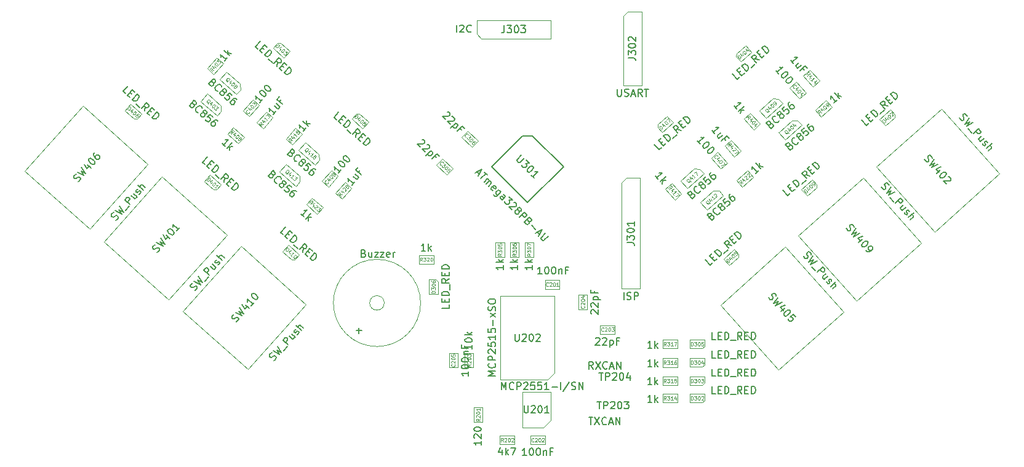
<source format=gbr>
G04 #@! TF.GenerationSoftware,KiCad,Pcbnew,5.1.4*
G04 #@! TF.CreationDate,2019-10-29T14:14:04-03:00*
G04 #@! TF.ProjectId,mswi,6d737769-2e6b-4696-9361-645f70636258,rev?*
G04 #@! TF.SameCoordinates,Original*
G04 #@! TF.FileFunction,Other,Fab,Top*
%FSLAX46Y46*%
G04 Gerber Fmt 4.6, Leading zero omitted, Abs format (unit mm)*
G04 Created by KiCad (PCBNEW 5.1.4) date 2019-10-29 14:14:04*
%MOMM*%
%LPD*%
G04 APERTURE LIST*
%ADD10C,0.100000*%
%ADD11C,0.150000*%
%ADD12C,0.075000*%
%ADD13C,0.080000*%
G04 APERTURE END LIST*
D10*
X127563965Y-93417997D02*
G75*
G03X127563965Y-93417997I-1000000J0D01*
G01*
X132563965Y-93417997D02*
G75*
G03X132563965Y-93417997I-6000000J0D01*
G01*
X105878452Y-61636432D02*
X104945307Y-62680099D01*
X107211554Y-64706358D02*
X104945307Y-62680099D01*
X107719778Y-63282768D02*
X107778106Y-64072703D01*
X107778106Y-64072703D02*
X107211554Y-64706358D01*
X107719778Y-63282768D02*
X105893362Y-61649763D01*
X160225981Y-76852978D02*
X160860981Y-76217978D01*
X160225981Y-91457978D02*
X160225981Y-76852978D01*
X162765981Y-91457978D02*
X160225981Y-91457978D01*
X162765981Y-76217978D02*
X162765981Y-91457978D01*
X160860981Y-76217978D02*
X162765981Y-76217978D01*
X132349965Y-86841997D02*
X134349965Y-86841997D01*
X132349965Y-88041997D02*
X132349965Y-86841997D01*
X134349965Y-88041997D02*
X132349965Y-88041997D01*
X134349965Y-86841997D02*
X134349965Y-88041997D01*
X133749965Y-92191997D02*
X134949965Y-92191997D01*
X133749965Y-90191997D02*
X133749965Y-92191997D01*
X134649965Y-90191997D02*
X133749965Y-90191997D01*
X134949965Y-90491997D02*
X134649965Y-90191997D01*
X134949965Y-92191997D02*
X134949965Y-90491997D01*
D11*
X146555566Y-70430440D02*
X147969780Y-70430440D01*
X142312926Y-74673081D02*
X146555566Y-70430440D01*
X147262673Y-79622828D02*
X142312926Y-74673081D01*
X152212420Y-74673081D02*
X147262673Y-79622828D01*
X147969780Y-70430440D02*
X152212420Y-74673081D01*
D10*
X151013978Y-103008978D02*
X150013978Y-104008978D01*
X151013978Y-92458978D02*
X151013978Y-103008978D01*
X143513978Y-92458978D02*
X151013978Y-92458978D01*
X143513978Y-104008978D02*
X143513978Y-92458978D01*
X150013978Y-104008978D02*
X143513978Y-104008978D01*
X150445981Y-109566997D02*
X149470981Y-110541997D01*
X150445981Y-105641997D02*
X150445981Y-109566997D01*
X146545981Y-105641997D02*
X150445981Y-105641997D01*
X146545981Y-110541997D02*
X146545981Y-105641997D01*
X149470981Y-110541997D02*
X146545981Y-110541997D01*
X99853448Y-94572764D02*
X108799160Y-102571154D01*
X107851838Y-85627052D02*
X116797550Y-93625442D01*
X99853448Y-94572764D02*
X107851838Y-85627052D01*
X108799160Y-102571154D02*
X116797550Y-93625442D01*
X192520182Y-93138492D02*
X201465894Y-85140102D01*
X184521792Y-84192780D02*
X193467504Y-76194390D01*
X192520182Y-93138492D02*
X184521792Y-84192780D01*
X201465894Y-85140102D02*
X193467504Y-76194390D01*
X78105350Y-75266754D02*
X87051062Y-83265144D01*
X86103740Y-66321042D02*
X95049452Y-74319432D01*
X78105350Y-75266754D02*
X86103740Y-66321042D01*
X87051062Y-83265144D02*
X95049452Y-74319432D01*
X181820182Y-102638492D02*
X190765894Y-94640102D01*
X173821792Y-93692780D02*
X182767504Y-85694390D01*
X181820182Y-102638492D02*
X173821792Y-93692780D01*
X190765894Y-94640102D02*
X182767504Y-85694390D01*
X203275853Y-83640547D02*
X212221565Y-75642157D01*
X195277463Y-74694835D02*
X204223175Y-66696445D01*
X203275853Y-83640547D02*
X195277463Y-74694835D01*
X212221565Y-75642157D02*
X204223175Y-66696445D01*
X88971000Y-84981766D02*
X97916712Y-92980156D01*
X96969390Y-76036054D02*
X105915102Y-84034444D01*
X88971000Y-84981766D02*
X96969390Y-76036054D01*
X97916712Y-92980156D02*
X105915102Y-84034444D01*
X120847198Y-78306527D02*
X122180263Y-76815575D01*
X121741769Y-79106365D02*
X120847198Y-78306527D01*
X123074834Y-77615413D02*
X121741769Y-79106365D01*
X122180263Y-76815575D02*
X123074834Y-77615413D01*
X175743465Y-73301069D02*
X174410400Y-71810117D01*
X176638036Y-72501231D02*
X175743465Y-73301069D01*
X175304971Y-71010279D02*
X176638036Y-72501231D01*
X174410400Y-71810117D02*
X175304971Y-71010279D01*
X118334287Y-81192081D02*
X116843335Y-79859016D01*
X119134125Y-80297510D02*
X118334287Y-81192081D01*
X117643173Y-78964445D02*
X119134125Y-80297510D01*
X116843335Y-79859016D02*
X117643173Y-78964445D01*
X178330924Y-76119970D02*
X176839972Y-77453035D01*
X177531086Y-75225399D02*
X178330924Y-76119970D01*
X176040134Y-76558464D02*
X177531086Y-75225399D01*
X176839972Y-77453035D02*
X176040134Y-76558464D01*
X114037661Y-70844545D02*
X115370726Y-69353593D01*
X114932232Y-71644383D02*
X114037661Y-70844545D01*
X116265297Y-70153431D02*
X114932232Y-71644383D01*
X115370726Y-69353593D02*
X116265297Y-70153431D01*
X167568934Y-79236389D02*
X166235869Y-77745437D01*
X168463505Y-78436551D02*
X167568934Y-79236389D01*
X167130440Y-76945599D02*
X168463505Y-78436551D01*
X166235869Y-77745437D02*
X167130440Y-76945599D01*
X186552867Y-63636348D02*
X185219802Y-62145396D01*
X187447438Y-62836510D02*
X186552867Y-63636348D01*
X186114373Y-61345558D02*
X187447438Y-62836510D01*
X185219802Y-62145396D02*
X186114373Y-61345558D01*
X110000522Y-68608480D02*
X111333587Y-67117528D01*
X110895093Y-69408318D02*
X110000522Y-68608480D01*
X112228158Y-67917366D02*
X110895093Y-69408318D01*
X111333587Y-67117528D02*
X112228158Y-67917366D01*
X189140326Y-66455249D02*
X187649374Y-67788314D01*
X188340488Y-65560678D02*
X189140326Y-66455249D01*
X186849536Y-66893743D02*
X188340488Y-65560678D01*
X187649374Y-67788314D02*
X186849536Y-66893743D01*
X107487611Y-71494034D02*
X105996659Y-70160969D01*
X108287449Y-70599463D02*
X107487611Y-71494034D01*
X106796497Y-69266398D02*
X108287449Y-70599463D01*
X105996659Y-70160969D02*
X106796497Y-69266398D01*
X178378336Y-69571668D02*
X177045271Y-68080716D01*
X179272907Y-68771830D02*
X178378336Y-69571668D01*
X177939842Y-67280878D02*
X179272907Y-68771830D01*
X177045271Y-68080716D02*
X177939842Y-67280878D01*
X103190985Y-61146498D02*
X104524050Y-59655546D01*
X104085556Y-61946336D02*
X103190985Y-61146498D01*
X105418621Y-60455384D02*
X104085556Y-61946336D01*
X104524050Y-59655546D02*
X105418621Y-60455384D01*
X167893562Y-99686397D02*
X165893562Y-99686397D01*
X167893562Y-98486397D02*
X167893562Y-99686397D01*
X165893562Y-98486397D02*
X167893562Y-98486397D01*
X165893562Y-99686397D02*
X165893562Y-98486397D01*
X167893562Y-102245197D02*
X165893562Y-102245197D01*
X167893562Y-101045197D02*
X167893562Y-102245197D01*
X165893562Y-101045197D02*
X167893562Y-101045197D01*
X165893562Y-102245197D02*
X165893562Y-101045197D01*
X167893562Y-104745063D02*
X165893562Y-104745063D01*
X167893562Y-103545063D02*
X167893562Y-104745063D01*
X165893562Y-103545063D02*
X167893562Y-103545063D01*
X165893562Y-104745063D02*
X165893562Y-103545063D01*
X167893562Y-107143330D02*
X165893562Y-107143330D01*
X167893562Y-105943330D02*
X167893562Y-107143330D01*
X165893562Y-105943330D02*
X167893562Y-105943330D01*
X165893562Y-107143330D02*
X165893562Y-105943330D01*
X146895981Y-87087978D02*
X146895981Y-85087978D01*
X148095981Y-87087978D02*
X146895981Y-87087978D01*
X148095981Y-85087978D02*
X148095981Y-87087978D01*
X146895981Y-85087978D02*
X148095981Y-85087978D01*
X144895981Y-87087978D02*
X144895981Y-85087978D01*
X146095981Y-87087978D02*
X144895981Y-87087978D01*
X146095981Y-85087978D02*
X146095981Y-87087978D01*
X144895981Y-85087978D02*
X146095981Y-85087978D01*
X142895981Y-87087978D02*
X142895981Y-85087978D01*
X144095981Y-87087978D02*
X142895981Y-87087978D01*
X144095981Y-85087978D02*
X144095981Y-87087978D01*
X142895981Y-85087978D02*
X144095981Y-85087978D01*
X139837978Y-100317978D02*
X139837978Y-102317978D01*
X138637978Y-100317978D02*
X139837978Y-100317978D01*
X138637978Y-102317978D02*
X138637978Y-100317978D01*
X139837978Y-102317978D02*
X138637978Y-102317978D01*
X143487978Y-111687978D02*
X145487978Y-111687978D01*
X143487978Y-112887978D02*
X143487978Y-111687978D01*
X145487978Y-112887978D02*
X143487978Y-112887978D01*
X145487978Y-111687978D02*
X145487978Y-112887978D01*
X139889181Y-109800397D02*
X139889181Y-107800397D01*
X141089181Y-109800397D02*
X139889181Y-109800397D01*
X141089181Y-107800397D02*
X141089181Y-109800397D01*
X139889181Y-107800397D02*
X141089181Y-107800397D01*
X116725128Y-71334480D02*
X115791983Y-72378147D01*
X118058230Y-74404406D02*
X115791983Y-72378147D01*
X118566454Y-72980816D02*
X118624782Y-73770751D01*
X118624782Y-73770751D02*
X118058230Y-74404406D01*
X118566454Y-72980816D02*
X116740038Y-71347811D01*
X168355386Y-76620284D02*
X169288531Y-77663951D01*
X171554778Y-75637692D02*
X169288531Y-77663951D01*
X170196711Y-74973949D02*
X170988226Y-75004037D01*
X170988226Y-75004037D02*
X171554778Y-75637692D01*
X170196711Y-74973949D02*
X168370295Y-76606954D01*
X114058998Y-74316384D02*
X113125853Y-75360051D01*
X115392100Y-77386310D02*
X113125853Y-75360051D01*
X115900324Y-75962720D02*
X115958652Y-76752655D01*
X115958652Y-76752655D02*
X115392100Y-77386310D01*
X115900324Y-75962720D02*
X114073908Y-74329715D01*
X171021516Y-79602188D02*
X171954661Y-80645855D01*
X174220908Y-78619596D02*
X171954661Y-80645855D01*
X172862841Y-77955853D02*
X173654356Y-77985941D01*
X173654356Y-77985941D02*
X174220908Y-78619596D01*
X172862841Y-77955853D02*
X171036425Y-79588858D01*
X179164788Y-66955563D02*
X180097933Y-67999230D01*
X182364180Y-65972971D02*
X180097933Y-67999230D01*
X181006113Y-65309228D02*
X181797628Y-65339316D01*
X181797628Y-65339316D02*
X182364180Y-65972971D01*
X181006113Y-65309228D02*
X179179697Y-66942233D01*
X181830918Y-69937467D02*
X182764063Y-70981134D01*
X185030310Y-68954875D02*
X182764063Y-70981134D01*
X183672243Y-68291132D02*
X184463758Y-68321220D01*
X184463758Y-68321220D02*
X185030310Y-68954875D01*
X183672243Y-68291132D02*
X181845827Y-69924137D01*
X103212322Y-64618336D02*
X102279177Y-65662003D01*
X104545424Y-67688262D02*
X102279177Y-65662003D01*
X105053648Y-66264672D02*
X105111976Y-67054607D01*
X105111976Y-67054607D02*
X104545424Y-67688262D01*
X105053648Y-66264672D02*
X103227232Y-64631667D01*
X140920981Y-57061997D02*
X140285981Y-56426997D01*
X150445981Y-57061997D02*
X140920981Y-57061997D01*
X150445981Y-54521997D02*
X150445981Y-57061997D01*
X140285981Y-54521997D02*
X150445981Y-54521997D01*
X140285981Y-56426997D02*
X140285981Y-54521997D01*
X160425981Y-53956997D02*
X161060981Y-53321997D01*
X160425981Y-63481997D02*
X160425981Y-53956997D01*
X162965981Y-63481997D02*
X160425981Y-63481997D01*
X162965981Y-53321997D02*
X162965981Y-63481997D01*
X161060981Y-53321997D02*
X162965981Y-53321997D01*
X114378803Y-85460208D02*
X113578965Y-86354779D01*
X115869755Y-86793273D02*
X114378803Y-85460208D01*
X115269876Y-87464201D02*
X115869755Y-86793273D01*
X114846274Y-87487884D02*
X115269876Y-87464201D01*
X113578965Y-86354779D02*
X114846274Y-87487884D01*
X184952108Y-77785110D02*
X185751946Y-78679681D01*
X186443060Y-76452045D02*
X184952108Y-77785110D01*
X187042939Y-77122973D02*
X186443060Y-76452045D01*
X187019256Y-77546576D02*
X187042939Y-77122973D01*
X185751946Y-78679681D02*
X187019256Y-77546576D01*
X124583364Y-69401902D02*
X125383202Y-68507331D01*
X123092412Y-68068837D02*
X124583364Y-69401902D01*
X123692291Y-67397909D02*
X123092412Y-68068837D01*
X124115893Y-67374226D02*
X123692291Y-67397909D01*
X125383202Y-68507331D02*
X124115893Y-67374226D01*
X167310800Y-68595599D02*
X166510962Y-67701028D01*
X165819848Y-69928664D02*
X167310800Y-68595599D01*
X165219969Y-69257736D02*
X165819848Y-69928664D01*
X165243652Y-68834133D02*
X165219969Y-69257736D01*
X166510962Y-67701028D02*
X165243652Y-68834133D01*
X92659168Y-66040614D02*
X91859330Y-66935185D01*
X94150120Y-67373679D02*
X92659168Y-66040614D01*
X93550241Y-68044607D02*
X94150120Y-67373679D01*
X93126639Y-68068290D02*
X93550241Y-68044607D01*
X91859330Y-66935185D02*
X93126639Y-68068290D01*
X174245772Y-87357680D02*
X175045610Y-88252251D01*
X175736724Y-86024615D02*
X174245772Y-87357680D01*
X176336603Y-86695543D02*
X175736724Y-86024615D01*
X176312920Y-87119146D02*
X176336603Y-86695543D01*
X175045610Y-88252251D02*
X176312920Y-87119146D01*
X178093746Y-58901289D02*
X177293908Y-58006718D01*
X176602794Y-60234354D02*
X178093746Y-58901289D01*
X176002915Y-59563426D02*
X176602794Y-60234354D01*
X176026598Y-59139823D02*
X176002915Y-59563426D01*
X177293908Y-58006718D02*
X176026598Y-59139823D01*
X113763144Y-59674266D02*
X114562982Y-58779695D01*
X112272192Y-58341201D02*
X113763144Y-59674266D01*
X112872071Y-57670273D02*
X112272192Y-58341201D01*
X113295673Y-57646590D02*
X112872071Y-57670273D01*
X114562982Y-58779695D02*
X113295673Y-57646590D01*
X195729509Y-68149001D02*
X196529347Y-69043572D01*
X197220461Y-66815936D02*
X195729509Y-68149001D01*
X197820340Y-67486864D02*
X197220461Y-66815936D01*
X197796657Y-67910467D02*
X197820340Y-67486864D01*
X196529347Y-69043572D02*
X197796657Y-67910467D01*
X103581998Y-75806750D02*
X102782160Y-76701321D01*
X105072950Y-77139815D02*
X103581998Y-75806750D01*
X104473071Y-77810743D02*
X105072950Y-77139815D01*
X104049469Y-77834426D02*
X104473071Y-77810743D01*
X102782160Y-76701321D02*
X104049469Y-77834426D01*
X169623562Y-98486397D02*
X169623562Y-99686397D01*
X171623562Y-98486397D02*
X169623562Y-98486397D01*
X171623562Y-99386397D02*
X171623562Y-98486397D01*
X171323562Y-99686397D02*
X171623562Y-99386397D01*
X169623562Y-99686397D02*
X171323562Y-99686397D01*
X169623562Y-101028194D02*
X169623562Y-102228194D01*
X171623562Y-101028194D02*
X169623562Y-101028194D01*
X171623562Y-101928194D02*
X171623562Y-101028194D01*
X171323562Y-102228194D02*
X171623562Y-101928194D01*
X169623562Y-102228194D02*
X171323562Y-102228194D01*
X169623562Y-103533727D02*
X169623562Y-104733727D01*
X171623562Y-103533727D02*
X169623562Y-103533727D01*
X171623562Y-104433727D02*
X171623562Y-103533727D01*
X171323562Y-104733727D02*
X171623562Y-104433727D01*
X169623562Y-104733727D02*
X171323562Y-104733727D01*
X169623562Y-105937662D02*
X169623562Y-107137662D01*
X171623562Y-105937662D02*
X169623562Y-105937662D01*
X171623562Y-106837662D02*
X171623562Y-105937662D01*
X171323562Y-107137662D02*
X171623562Y-106837662D01*
X169623562Y-107137662D02*
X171323562Y-107137662D01*
X121211144Y-75949082D02*
X119878079Y-77440034D01*
X120316573Y-75149244D02*
X121211144Y-75949082D01*
X118983508Y-76640196D02*
X120316573Y-75149244D01*
X119878079Y-77440034D02*
X118983508Y-76640196D01*
X173441281Y-72676610D02*
X174774346Y-74167562D01*
X172546710Y-73476448D02*
X173441281Y-72676610D01*
X173879775Y-74967400D02*
X172546710Y-73476448D01*
X174774346Y-74167562D02*
X173879775Y-74967400D01*
X184250683Y-63011889D02*
X185583748Y-64502841D01*
X183356112Y-63811727D02*
X184250683Y-63011889D01*
X184689177Y-65302679D02*
X183356112Y-63811727D01*
X185583748Y-64502841D02*
X184689177Y-65302679D01*
X110364468Y-66251035D02*
X109031403Y-67741987D01*
X109469897Y-65451197D02*
X110364468Y-66251035D01*
X108136832Y-66942149D02*
X109469897Y-65451197D01*
X109031403Y-67741987D02*
X108136832Y-66942149D01*
X139059059Y-69737578D02*
X140473273Y-71151792D01*
X138210531Y-70586106D02*
X139059059Y-69737578D01*
X139624745Y-72000320D02*
X138210531Y-70586106D01*
X140473273Y-71151792D02*
X139624745Y-72000320D01*
X135613138Y-73556607D02*
X137027352Y-74970821D01*
X134764610Y-74405135D02*
X135613138Y-73556607D01*
X136178824Y-75819349D02*
X134764610Y-74405135D01*
X137027352Y-74970821D02*
X136178824Y-75819349D01*
X137665981Y-100321997D02*
X137665981Y-102321997D01*
X136465981Y-100321997D02*
X137665981Y-100321997D01*
X136465981Y-102321997D02*
X136465981Y-100321997D01*
X137665981Y-102321997D02*
X136465981Y-102321997D01*
X155487978Y-92287978D02*
X155487978Y-94287978D01*
X154287978Y-92287978D02*
X155487978Y-92287978D01*
X154287978Y-94287978D02*
X154287978Y-92287978D01*
X155487978Y-94287978D02*
X154287978Y-94287978D01*
X159287978Y-97687978D02*
X157287978Y-97687978D01*
X159287978Y-96487978D02*
X159287978Y-97687978D01*
X157287978Y-96487978D02*
X159287978Y-96487978D01*
X157287978Y-97687978D02*
X157287978Y-96487978D01*
X149687978Y-112887978D02*
X147687978Y-112887978D01*
X149687978Y-111687978D02*
X149687978Y-112887978D01*
X147687978Y-111687978D02*
X149687978Y-111687978D01*
X147687978Y-112887978D02*
X147687978Y-111687978D01*
X151687978Y-91487978D02*
X149687978Y-91487978D01*
X151687978Y-90287978D02*
X151687978Y-91487978D01*
X149687978Y-90287978D02*
X151687978Y-90287978D01*
X149687978Y-91487978D02*
X149687978Y-90287978D01*
D11*
X124743009Y-86580168D02*
X124885866Y-86627787D01*
X124933485Y-86675406D01*
X124981104Y-86770644D01*
X124981104Y-86913501D01*
X124933485Y-87008739D01*
X124885866Y-87056358D01*
X124790628Y-87103977D01*
X124409676Y-87103977D01*
X124409676Y-86103977D01*
X124743009Y-86103977D01*
X124838247Y-86151597D01*
X124885866Y-86199216D01*
X124933485Y-86294454D01*
X124933485Y-86389692D01*
X124885866Y-86484930D01*
X124838247Y-86532549D01*
X124743009Y-86580168D01*
X124409676Y-86580168D01*
X125838247Y-86437311D02*
X125838247Y-87103977D01*
X125409676Y-86437311D02*
X125409676Y-86961120D01*
X125457295Y-87056358D01*
X125552533Y-87103977D01*
X125695390Y-87103977D01*
X125790628Y-87056358D01*
X125838247Y-87008739D01*
X126219200Y-86437311D02*
X126743009Y-86437311D01*
X126219200Y-87103977D01*
X126743009Y-87103977D01*
X127028723Y-86437311D02*
X127552533Y-86437311D01*
X127028723Y-87103977D01*
X127552533Y-87103977D01*
X128314438Y-87056358D02*
X128219200Y-87103977D01*
X128028723Y-87103977D01*
X127933485Y-87056358D01*
X127885866Y-86961120D01*
X127885866Y-86580168D01*
X127933485Y-86484930D01*
X128028723Y-86437311D01*
X128219200Y-86437311D01*
X128314438Y-86484930D01*
X128362057Y-86580168D01*
X128362057Y-86675406D01*
X127885866Y-86770644D01*
X128790628Y-87103977D02*
X128790628Y-86437311D01*
X128790628Y-86627787D02*
X128838247Y-86532549D01*
X128885866Y-86484930D01*
X128981104Y-86437311D01*
X129076342Y-86437311D01*
X124095393Y-97608949D02*
X124095393Y-96847044D01*
X124476345Y-97227997D02*
X123714441Y-97227997D01*
X104004867Y-63109569D02*
X104079623Y-63240287D01*
X104083383Y-63307525D01*
X104055402Y-63410263D01*
X103960183Y-63516759D01*
X103861205Y-63556017D01*
X103793967Y-63559777D01*
X103691229Y-63531796D01*
X103407238Y-63277879D01*
X104073771Y-62532403D01*
X104322263Y-62754581D01*
X104361521Y-62853559D01*
X104365280Y-62920797D01*
X104337300Y-63023535D01*
X104273821Y-63094532D01*
X104174842Y-63133790D01*
X104107604Y-63137550D01*
X104004867Y-63109569D01*
X103756375Y-62887392D01*
X104642180Y-64254290D02*
X104574942Y-64258049D01*
X104436705Y-64198329D01*
X104365708Y-64134849D01*
X104290951Y-64004132D01*
X104283432Y-63869655D01*
X104311413Y-63766917D01*
X104402872Y-63593182D01*
X104498091Y-63486686D01*
X104660549Y-63376430D01*
X104759527Y-63337172D01*
X104894004Y-63329653D01*
X105032240Y-63389373D01*
X105103238Y-63452853D01*
X105177995Y-63583571D01*
X105181754Y-63650809D01*
X105385563Y-64280177D02*
X105346305Y-64181199D01*
X105342545Y-64113960D01*
X105370526Y-64011223D01*
X105402266Y-63975724D01*
X105501244Y-63936466D01*
X105568482Y-63932707D01*
X105671220Y-63960687D01*
X105813215Y-64087646D01*
X105852473Y-64186624D01*
X105856232Y-64253862D01*
X105828252Y-64356600D01*
X105796512Y-64392098D01*
X105697534Y-64431356D01*
X105630296Y-64435116D01*
X105527558Y-64407135D01*
X105385563Y-64280177D01*
X105282825Y-64252196D01*
X105215587Y-64255956D01*
X105116609Y-64295214D01*
X104989650Y-64437209D01*
X104961670Y-64539946D01*
X104965429Y-64607185D01*
X105004687Y-64706163D01*
X105146682Y-64833122D01*
X105249420Y-64861102D01*
X105316658Y-64857343D01*
X105415636Y-64818085D01*
X105542595Y-64676089D01*
X105570575Y-64573352D01*
X105566816Y-64506113D01*
X105527558Y-64407135D01*
X106629689Y-64817657D02*
X106274700Y-64500261D01*
X105921805Y-64823510D01*
X105989043Y-64819751D01*
X106091781Y-64847731D01*
X106269275Y-65006429D01*
X106308533Y-65105407D01*
X106312292Y-65172646D01*
X106284312Y-65275383D01*
X106125614Y-65452878D01*
X106026635Y-65492136D01*
X105959397Y-65495895D01*
X105856660Y-65467914D01*
X105679165Y-65309216D01*
X105639907Y-65210238D01*
X105636148Y-65143000D01*
X107304167Y-65420711D02*
X107162172Y-65293752D01*
X107059434Y-65265772D01*
X106992196Y-65269531D01*
X106825979Y-65312548D01*
X106663522Y-65422804D01*
X106409604Y-65706795D01*
X106381624Y-65809532D01*
X106385383Y-65876771D01*
X106424641Y-65975749D01*
X106566637Y-66102707D01*
X106669374Y-66130688D01*
X106736613Y-66126928D01*
X106835591Y-66087670D01*
X106994289Y-65910176D01*
X107022269Y-65807439D01*
X107018510Y-65740200D01*
X106979252Y-65641222D01*
X106837257Y-65514264D01*
X106734519Y-65486283D01*
X106667281Y-65490042D01*
X106568303Y-65529300D01*
D12*
X105972012Y-63026377D02*
X105952383Y-62976888D01*
X105948624Y-62909649D01*
X105942985Y-62808792D01*
X105923356Y-62759302D01*
X105887857Y-62727563D01*
X105826257Y-62832180D02*
X105806628Y-62782691D01*
X105802869Y-62715452D01*
X105848599Y-62628585D01*
X105959688Y-62504339D01*
X106040917Y-62449211D01*
X106108155Y-62445452D01*
X106159524Y-62459442D01*
X106230521Y-62522921D01*
X106250150Y-62572410D01*
X106253910Y-62639649D01*
X106208180Y-62726516D01*
X106097091Y-62850762D01*
X106015862Y-62905890D01*
X105948624Y-62909649D01*
X105897255Y-62895659D01*
X105826257Y-62832180D01*
X106527670Y-63012173D02*
X106305492Y-63260665D01*
X106565881Y-62790828D02*
X106239087Y-62977721D01*
X106469829Y-63184028D01*
X106905000Y-63125974D02*
X106940499Y-63157714D01*
X106960128Y-63207203D01*
X106962007Y-63240822D01*
X106948017Y-63292191D01*
X106902287Y-63379058D01*
X106822938Y-63467806D01*
X106741709Y-63522933D01*
X106692220Y-63542563D01*
X106658601Y-63544442D01*
X106607232Y-63530452D01*
X106571733Y-63498712D01*
X106552104Y-63449223D01*
X106550225Y-63415604D01*
X106564215Y-63364235D01*
X106609945Y-63277368D01*
X106689294Y-63188621D01*
X106770523Y-63133493D01*
X106820012Y-63113864D01*
X106853631Y-63111984D01*
X106905000Y-63125974D01*
X107099410Y-63587246D02*
X107079781Y-63537757D01*
X107077902Y-63504137D01*
X107091892Y-63452769D01*
X107107762Y-63435019D01*
X107157251Y-63415390D01*
X107190870Y-63413511D01*
X107242239Y-63427501D01*
X107313237Y-63490980D01*
X107332866Y-63540469D01*
X107334745Y-63574088D01*
X107320755Y-63625457D01*
X107304885Y-63643207D01*
X107255396Y-63662836D01*
X107221777Y-63664715D01*
X107170408Y-63650725D01*
X107099410Y-63587246D01*
X107048042Y-63573256D01*
X107014423Y-63575135D01*
X106964933Y-63594764D01*
X106901454Y-63665762D01*
X106887464Y-63717131D01*
X106889344Y-63750750D01*
X106908973Y-63800239D01*
X106979970Y-63863718D01*
X107031339Y-63877708D01*
X107064958Y-63875829D01*
X107114447Y-63856200D01*
X107177927Y-63785202D01*
X107191917Y-63733833D01*
X107190037Y-63700214D01*
X107170408Y-63650725D01*
D11*
X160519790Y-92970358D02*
X160519790Y-91970358D01*
X160948361Y-92922739D02*
X161091219Y-92970358D01*
X161329314Y-92970358D01*
X161424552Y-92922739D01*
X161472171Y-92875120D01*
X161519790Y-92779882D01*
X161519790Y-92684644D01*
X161472171Y-92589406D01*
X161424552Y-92541787D01*
X161329314Y-92494168D01*
X161138838Y-92446549D01*
X161043600Y-92398930D01*
X160995981Y-92351311D01*
X160948361Y-92256073D01*
X160948361Y-92160835D01*
X160995981Y-92065597D01*
X161043600Y-92017978D01*
X161138838Y-91970358D01*
X161376933Y-91970358D01*
X161519790Y-92017978D01*
X161948361Y-92970358D02*
X161948361Y-91970358D01*
X162329314Y-91970358D01*
X162424552Y-92017978D01*
X162472171Y-92065597D01*
X162519790Y-92160835D01*
X162519790Y-92303692D01*
X162472171Y-92398930D01*
X162424552Y-92446549D01*
X162329314Y-92494168D01*
X161948361Y-92494168D01*
X160948361Y-85123692D02*
X161662647Y-85123692D01*
X161805504Y-85171311D01*
X161900742Y-85266549D01*
X161948361Y-85409406D01*
X161948361Y-85504644D01*
X160948361Y-84742739D02*
X160948361Y-84123692D01*
X161329314Y-84457025D01*
X161329314Y-84314168D01*
X161376933Y-84218930D01*
X161424552Y-84171311D01*
X161519790Y-84123692D01*
X161757885Y-84123692D01*
X161853123Y-84171311D01*
X161900742Y-84218930D01*
X161948361Y-84314168D01*
X161948361Y-84599882D01*
X161900742Y-84695120D01*
X161853123Y-84742739D01*
X160948361Y-83504644D02*
X160948361Y-83409406D01*
X160995981Y-83314168D01*
X161043600Y-83266549D01*
X161138838Y-83218930D01*
X161329314Y-83171311D01*
X161567409Y-83171311D01*
X161757885Y-83218930D01*
X161853123Y-83266549D01*
X161900742Y-83314168D01*
X161948361Y-83409406D01*
X161948361Y-83504644D01*
X161900742Y-83599882D01*
X161853123Y-83647501D01*
X161757885Y-83695120D01*
X161567409Y-83742739D01*
X161329314Y-83742739D01*
X161138838Y-83695120D01*
X161043600Y-83647501D01*
X160995981Y-83599882D01*
X160948361Y-83504644D01*
X161948361Y-82218930D02*
X161948361Y-82790358D01*
X161948361Y-82504644D02*
X160948361Y-82504644D01*
X161091219Y-82599882D01*
X161186457Y-82695120D01*
X161234076Y-82790358D01*
X133230917Y-86244377D02*
X132659488Y-86244377D01*
X132945203Y-86244377D02*
X132945203Y-85244377D01*
X132849965Y-85387235D01*
X132754726Y-85482473D01*
X132659488Y-85530092D01*
X133659488Y-86244377D02*
X133659488Y-85244377D01*
X133754726Y-85863425D02*
X134040441Y-86244377D01*
X134040441Y-85577711D02*
X133659488Y-85958663D01*
D13*
X132790441Y-87668187D02*
X132623774Y-87430092D01*
X132504726Y-87668187D02*
X132504726Y-87168187D01*
X132695203Y-87168187D01*
X132742822Y-87191997D01*
X132766631Y-87215806D01*
X132790441Y-87263425D01*
X132790441Y-87334854D01*
X132766631Y-87382473D01*
X132742822Y-87406282D01*
X132695203Y-87430092D01*
X132504726Y-87430092D01*
X132957107Y-87168187D02*
X133266631Y-87168187D01*
X133099965Y-87358663D01*
X133171393Y-87358663D01*
X133219012Y-87382473D01*
X133242822Y-87406282D01*
X133266631Y-87453901D01*
X133266631Y-87572949D01*
X133242822Y-87620568D01*
X133219012Y-87644377D01*
X133171393Y-87668187D01*
X133028536Y-87668187D01*
X132980917Y-87644377D01*
X132957107Y-87620568D01*
X133457107Y-87215806D02*
X133480917Y-87191997D01*
X133528536Y-87168187D01*
X133647584Y-87168187D01*
X133695203Y-87191997D01*
X133719012Y-87215806D01*
X133742822Y-87263425D01*
X133742822Y-87311044D01*
X133719012Y-87382473D01*
X133433298Y-87668187D01*
X133742822Y-87668187D01*
X134052345Y-87168187D02*
X134099965Y-87168187D01*
X134147584Y-87191997D01*
X134171393Y-87215806D01*
X134195203Y-87263425D01*
X134219012Y-87358663D01*
X134219012Y-87477711D01*
X134195203Y-87572949D01*
X134171393Y-87620568D01*
X134147584Y-87644377D01*
X134099965Y-87668187D01*
X134052345Y-87668187D01*
X134004726Y-87644377D01*
X133980917Y-87620568D01*
X133957107Y-87572949D01*
X133933298Y-87477711D01*
X133933298Y-87358663D01*
X133957107Y-87263425D01*
X133980917Y-87215806D01*
X134004726Y-87191997D01*
X134052345Y-87168187D01*
D11*
X136471161Y-93648987D02*
X136471161Y-94125177D01*
X135471161Y-94125177D01*
X135947352Y-93315654D02*
X135947352Y-92982320D01*
X136471161Y-92839463D02*
X136471161Y-93315654D01*
X135471161Y-93315654D01*
X135471161Y-92839463D01*
X136471161Y-92410892D02*
X135471161Y-92410892D01*
X135471161Y-92172797D01*
X135518781Y-92029939D01*
X135614019Y-91934701D01*
X135709257Y-91887082D01*
X135899733Y-91839463D01*
X136042590Y-91839463D01*
X136233066Y-91887082D01*
X136328304Y-91934701D01*
X136423542Y-92029939D01*
X136471161Y-92172797D01*
X136471161Y-92410892D01*
X136566400Y-91648987D02*
X136566400Y-90887082D01*
X136471161Y-90077558D02*
X135994971Y-90410892D01*
X136471161Y-90648987D02*
X135471161Y-90648987D01*
X135471161Y-90268035D01*
X135518781Y-90172797D01*
X135566400Y-90125177D01*
X135661638Y-90077558D01*
X135804495Y-90077558D01*
X135899733Y-90125177D01*
X135947352Y-90172797D01*
X135994971Y-90268035D01*
X135994971Y-90648987D01*
X135947352Y-89648987D02*
X135947352Y-89315654D01*
X136471161Y-89172797D02*
X136471161Y-89648987D01*
X135471161Y-89648987D01*
X135471161Y-89172797D01*
X136471161Y-88744225D02*
X135471161Y-88744225D01*
X135471161Y-88506130D01*
X135518781Y-88363273D01*
X135614019Y-88268035D01*
X135709257Y-88220416D01*
X135899733Y-88172797D01*
X136042590Y-88172797D01*
X136233066Y-88220416D01*
X136328304Y-88268035D01*
X136423542Y-88363273D01*
X136471161Y-88506130D01*
X136471161Y-88744225D01*
D13*
X134576155Y-92037235D02*
X134076155Y-92037235D01*
X134076155Y-91918187D01*
X134099965Y-91846758D01*
X134147584Y-91799139D01*
X134195203Y-91775330D01*
X134290441Y-91751520D01*
X134361869Y-91751520D01*
X134457107Y-91775330D01*
X134504726Y-91799139D01*
X134552345Y-91846758D01*
X134576155Y-91918187D01*
X134576155Y-92037235D01*
X134076155Y-91584854D02*
X134076155Y-91275330D01*
X134266631Y-91441997D01*
X134266631Y-91370568D01*
X134290441Y-91322949D01*
X134314250Y-91299139D01*
X134361869Y-91275330D01*
X134480917Y-91275330D01*
X134528536Y-91299139D01*
X134552345Y-91322949D01*
X134576155Y-91370568D01*
X134576155Y-91513425D01*
X134552345Y-91561044D01*
X134528536Y-91584854D01*
X134076155Y-90965806D02*
X134076155Y-90918187D01*
X134099965Y-90870568D01*
X134123774Y-90846758D01*
X134171393Y-90822949D01*
X134266631Y-90799139D01*
X134385679Y-90799139D01*
X134480917Y-90822949D01*
X134528536Y-90846758D01*
X134552345Y-90870568D01*
X134576155Y-90918187D01*
X134576155Y-90965806D01*
X134552345Y-91013425D01*
X134528536Y-91037235D01*
X134480917Y-91061044D01*
X134385679Y-91084854D01*
X134266631Y-91084854D01*
X134171393Y-91061044D01*
X134123774Y-91037235D01*
X134099965Y-91013425D01*
X134076155Y-90965806D01*
X134076155Y-90370568D02*
X134076155Y-90465806D01*
X134099965Y-90513425D01*
X134123774Y-90537235D01*
X134195203Y-90584854D01*
X134290441Y-90608663D01*
X134480917Y-90608663D01*
X134528536Y-90584854D01*
X134552345Y-90561044D01*
X134576155Y-90513425D01*
X134576155Y-90418187D01*
X134552345Y-90370568D01*
X134528536Y-90346758D01*
X134480917Y-90322949D01*
X134361869Y-90322949D01*
X134314250Y-90346758D01*
X134290441Y-90370568D01*
X134266631Y-90418187D01*
X134266631Y-90513425D01*
X134290441Y-90561044D01*
X134314250Y-90584854D01*
X134361869Y-90608663D01*
D11*
X140313756Y-75383474D02*
X140650473Y-75720192D01*
X140044382Y-75518161D02*
X140987191Y-75046757D01*
X140515786Y-75989566D01*
X141357580Y-75417146D02*
X141761641Y-75821207D01*
X140852504Y-76326283D02*
X141559611Y-75619176D01*
X141290237Y-76764016D02*
X141761641Y-76292611D01*
X141694298Y-76359955D02*
X141761641Y-76359955D01*
X141862656Y-76393627D01*
X141963672Y-76494642D01*
X141997343Y-76595657D01*
X141963672Y-76696672D01*
X141593282Y-77067062D01*
X141963672Y-76696672D02*
X142064687Y-76663001D01*
X142165702Y-76696672D01*
X142266717Y-76797688D01*
X142300389Y-76898703D01*
X142266717Y-76999718D01*
X141896328Y-77370108D01*
X142536092Y-77942527D02*
X142435076Y-77908856D01*
X142300389Y-77774169D01*
X142266717Y-77673153D01*
X142300389Y-77572138D01*
X142569763Y-77302764D01*
X142670779Y-77269092D01*
X142771794Y-77302764D01*
X142906481Y-77437451D01*
X142940153Y-77538466D01*
X142906481Y-77639482D01*
X142839137Y-77706825D01*
X142435076Y-77437451D01*
X143613588Y-78144558D02*
X143041168Y-78716978D01*
X142940153Y-78750649D01*
X142872809Y-78750649D01*
X142771794Y-78716978D01*
X142670779Y-78615962D01*
X142637107Y-78514947D01*
X143175855Y-78582291D02*
X143074840Y-78548619D01*
X142940153Y-78413932D01*
X142906481Y-78312917D01*
X142906481Y-78245573D01*
X142940153Y-78144558D01*
X143142183Y-77942527D01*
X143243198Y-77908856D01*
X143310542Y-77908856D01*
X143411557Y-77942527D01*
X143546244Y-78077214D01*
X143579916Y-78178230D01*
X143781946Y-79255726D02*
X144152336Y-78885336D01*
X144186007Y-78784321D01*
X144152336Y-78683306D01*
X144017649Y-78548619D01*
X143916633Y-78514947D01*
X143815618Y-79222054D02*
X143714603Y-79188382D01*
X143546244Y-79020023D01*
X143512572Y-78919008D01*
X143546244Y-78817993D01*
X143613588Y-78750649D01*
X143714603Y-78716978D01*
X143815618Y-78750649D01*
X143983977Y-78919008D01*
X144084992Y-78952680D01*
X144758427Y-78817993D02*
X145196160Y-79255726D01*
X144691084Y-79289397D01*
X144792099Y-79390413D01*
X144825771Y-79491428D01*
X144825771Y-79558771D01*
X144792099Y-79659787D01*
X144623740Y-79828145D01*
X144522725Y-79861817D01*
X144455381Y-79861817D01*
X144354366Y-79828145D01*
X144152336Y-79626115D01*
X144118664Y-79525100D01*
X144118664Y-79457756D01*
X145398190Y-79592443D02*
X145465534Y-79592443D01*
X145566549Y-79626115D01*
X145734908Y-79794474D01*
X145768580Y-79895489D01*
X145768580Y-79962832D01*
X145734908Y-80063848D01*
X145667564Y-80131191D01*
X145532877Y-80198535D01*
X144724755Y-80198535D01*
X145162488Y-80636267D01*
X145970610Y-80636267D02*
X145936938Y-80535252D01*
X145936938Y-80467909D01*
X145970610Y-80366893D01*
X146004282Y-80333222D01*
X146105297Y-80299550D01*
X146172641Y-80299550D01*
X146273656Y-80333222D01*
X146408343Y-80467909D01*
X146442015Y-80568924D01*
X146442015Y-80636267D01*
X146408343Y-80737283D01*
X146374671Y-80770954D01*
X146273656Y-80804626D01*
X146206312Y-80804626D01*
X146105297Y-80770954D01*
X145970610Y-80636267D01*
X145869595Y-80602596D01*
X145802251Y-80602596D01*
X145701236Y-80636267D01*
X145566549Y-80770954D01*
X145532877Y-80871970D01*
X145532877Y-80939313D01*
X145566549Y-81040328D01*
X145701236Y-81175015D01*
X145802251Y-81208687D01*
X145869595Y-81208687D01*
X145970610Y-81175015D01*
X146105297Y-81040328D01*
X146138969Y-80939313D01*
X146138969Y-80871970D01*
X146105297Y-80770954D01*
X146138969Y-81612748D02*
X146846076Y-80905641D01*
X147115450Y-81175015D01*
X147149121Y-81276031D01*
X147149121Y-81343374D01*
X147115450Y-81444389D01*
X147014434Y-81545405D01*
X146913419Y-81579076D01*
X146846076Y-81579076D01*
X146745060Y-81545405D01*
X146475686Y-81276031D01*
X147452167Y-82185168D02*
X147519511Y-82319855D01*
X147519511Y-82387198D01*
X147485839Y-82488214D01*
X147384824Y-82589229D01*
X147283808Y-82622901D01*
X147216465Y-82622901D01*
X147115450Y-82589229D01*
X146846076Y-82319855D01*
X147553182Y-81612748D01*
X147788885Y-81848450D01*
X147822556Y-81949466D01*
X147822556Y-82016809D01*
X147788885Y-82117824D01*
X147721541Y-82185168D01*
X147620526Y-82218840D01*
X147553182Y-82218840D01*
X147452167Y-82185168D01*
X147216465Y-81949466D01*
X147822556Y-82757588D02*
X148361305Y-83296336D01*
X148597007Y-83666725D02*
X148933724Y-84003443D01*
X148327633Y-83801412D02*
X149270442Y-83330008D01*
X148799037Y-84272817D01*
X149741846Y-83801412D02*
X149169427Y-84373832D01*
X149135755Y-84474847D01*
X149135755Y-84542191D01*
X149169427Y-84643206D01*
X149304114Y-84777893D01*
X149405129Y-84811565D01*
X149472472Y-84811565D01*
X149573488Y-84777893D01*
X150145907Y-84205473D01*
X146437715Y-73073672D02*
X145865295Y-73646092D01*
X145831623Y-73747107D01*
X145831623Y-73814451D01*
X145865295Y-73915466D01*
X145999982Y-74050153D01*
X146100997Y-74083825D01*
X146168341Y-74083825D01*
X146269356Y-74050153D01*
X146841776Y-73477733D01*
X147111150Y-73747107D02*
X147548882Y-74184840D01*
X147043806Y-74218512D01*
X147144821Y-74319527D01*
X147178493Y-74420542D01*
X147178493Y-74487886D01*
X147144821Y-74588901D01*
X146976463Y-74757260D01*
X146875447Y-74790932D01*
X146808104Y-74790932D01*
X146707089Y-74757260D01*
X146505058Y-74555229D01*
X146471386Y-74454214D01*
X146471386Y-74386871D01*
X147986615Y-74622573D02*
X148053959Y-74689916D01*
X148087630Y-74790932D01*
X148087630Y-74858275D01*
X148053959Y-74959290D01*
X147952943Y-75127649D01*
X147784585Y-75296008D01*
X147616226Y-75397023D01*
X147515211Y-75430695D01*
X147447867Y-75430695D01*
X147346852Y-75397023D01*
X147279508Y-75329680D01*
X147245837Y-75228664D01*
X147245837Y-75161321D01*
X147279508Y-75060306D01*
X147380524Y-74891947D01*
X147548882Y-74723588D01*
X147717241Y-74622573D01*
X147818256Y-74588901D01*
X147885600Y-74588901D01*
X147986615Y-74622573D01*
X148188646Y-76238817D02*
X147784585Y-75834756D01*
X147986615Y-76036786D02*
X148693722Y-75329680D01*
X148525363Y-75363351D01*
X148390676Y-75363351D01*
X148289661Y-75329680D01*
X142871961Y-103445101D02*
X141871961Y-103445101D01*
X142586247Y-103111768D01*
X141871961Y-102778435D01*
X142871961Y-102778435D01*
X142776723Y-101730816D02*
X142824342Y-101778435D01*
X142871961Y-101921292D01*
X142871961Y-102016530D01*
X142824342Y-102159387D01*
X142729104Y-102254625D01*
X142633866Y-102302244D01*
X142443390Y-102349863D01*
X142300533Y-102349863D01*
X142110057Y-102302244D01*
X142014819Y-102254625D01*
X141919581Y-102159387D01*
X141871961Y-102016530D01*
X141871961Y-101921292D01*
X141919581Y-101778435D01*
X141967200Y-101730816D01*
X142871961Y-101302244D02*
X141871961Y-101302244D01*
X141871961Y-100921292D01*
X141919581Y-100826054D01*
X141967200Y-100778435D01*
X142062438Y-100730816D01*
X142205295Y-100730816D01*
X142300533Y-100778435D01*
X142348152Y-100826054D01*
X142395771Y-100921292D01*
X142395771Y-101302244D01*
X141967200Y-100349863D02*
X141919581Y-100302244D01*
X141871961Y-100207006D01*
X141871961Y-99968911D01*
X141919581Y-99873673D01*
X141967200Y-99826054D01*
X142062438Y-99778435D01*
X142157676Y-99778435D01*
X142300533Y-99826054D01*
X142871961Y-100397482D01*
X142871961Y-99778435D01*
X141871961Y-98873673D02*
X141871961Y-99349863D01*
X142348152Y-99397482D01*
X142300533Y-99349863D01*
X142252914Y-99254625D01*
X142252914Y-99016530D01*
X142300533Y-98921292D01*
X142348152Y-98873673D01*
X142443390Y-98826054D01*
X142681485Y-98826054D01*
X142776723Y-98873673D01*
X142824342Y-98921292D01*
X142871961Y-99016530D01*
X142871961Y-99254625D01*
X142824342Y-99349863D01*
X142776723Y-99397482D01*
X142871961Y-97873673D02*
X142871961Y-98445101D01*
X142871961Y-98159387D02*
X141871961Y-98159387D01*
X142014819Y-98254625D01*
X142110057Y-98349863D01*
X142157676Y-98445101D01*
X141871961Y-96968911D02*
X141871961Y-97445101D01*
X142348152Y-97492720D01*
X142300533Y-97445101D01*
X142252914Y-97349863D01*
X142252914Y-97111768D01*
X142300533Y-97016530D01*
X142348152Y-96968911D01*
X142443390Y-96921292D01*
X142681485Y-96921292D01*
X142776723Y-96968911D01*
X142824342Y-97016530D01*
X142871961Y-97111768D01*
X142871961Y-97349863D01*
X142824342Y-97445101D01*
X142776723Y-97492720D01*
X142491009Y-96492720D02*
X142491009Y-95730816D01*
X142871961Y-95349863D02*
X142205295Y-94826054D01*
X142205295Y-95349863D02*
X142871961Y-94826054D01*
X142824342Y-94492720D02*
X142871961Y-94349863D01*
X142871961Y-94111768D01*
X142824342Y-94016530D01*
X142776723Y-93968911D01*
X142681485Y-93921292D01*
X142586247Y-93921292D01*
X142491009Y-93968911D01*
X142443390Y-94016530D01*
X142395771Y-94111768D01*
X142348152Y-94302244D01*
X142300533Y-94397482D01*
X142252914Y-94445101D01*
X142157676Y-94492720D01*
X142062438Y-94492720D01*
X141967200Y-94445101D01*
X141919581Y-94397482D01*
X141871961Y-94302244D01*
X141871961Y-94064149D01*
X141919581Y-93921292D01*
X141871961Y-93302244D02*
X141871961Y-93111768D01*
X141919581Y-93016530D01*
X142014819Y-92921292D01*
X142205295Y-92873673D01*
X142538628Y-92873673D01*
X142729104Y-92921292D01*
X142824342Y-93016530D01*
X142871961Y-93111768D01*
X142871961Y-93302244D01*
X142824342Y-93397482D01*
X142729104Y-93492720D01*
X142538628Y-93540339D01*
X142205295Y-93540339D01*
X142014819Y-93492720D01*
X141919581Y-93397482D01*
X141871961Y-93302244D01*
X145549692Y-97686358D02*
X145549692Y-98495882D01*
X145597311Y-98591120D01*
X145644930Y-98638739D01*
X145740168Y-98686358D01*
X145930644Y-98686358D01*
X146025882Y-98638739D01*
X146073501Y-98591120D01*
X146121120Y-98495882D01*
X146121120Y-97686358D01*
X146549692Y-97781597D02*
X146597311Y-97733978D01*
X146692549Y-97686358D01*
X146930644Y-97686358D01*
X147025882Y-97733978D01*
X147073501Y-97781597D01*
X147121120Y-97876835D01*
X147121120Y-97972073D01*
X147073501Y-98114930D01*
X146502073Y-98686358D01*
X147121120Y-98686358D01*
X147740168Y-97686358D02*
X147835406Y-97686358D01*
X147930644Y-97733978D01*
X147978263Y-97781597D01*
X148025882Y-97876835D01*
X148073501Y-98067311D01*
X148073501Y-98305406D01*
X148025882Y-98495882D01*
X147978263Y-98591120D01*
X147930644Y-98638739D01*
X147835406Y-98686358D01*
X147740168Y-98686358D01*
X147644930Y-98638739D01*
X147597311Y-98591120D01*
X147549692Y-98495882D01*
X147502073Y-98305406D01*
X147502073Y-98067311D01*
X147549692Y-97876835D01*
X147597311Y-97781597D01*
X147644930Y-97733978D01*
X147740168Y-97686358D01*
X148454454Y-97781597D02*
X148502073Y-97733978D01*
X148597311Y-97686358D01*
X148835406Y-97686358D01*
X148930644Y-97733978D01*
X148978263Y-97781597D01*
X149025882Y-97876835D01*
X149025882Y-97972073D01*
X148978263Y-98114930D01*
X148406835Y-98686358D01*
X149025882Y-98686358D01*
X143666536Y-105345196D02*
X143666536Y-104345196D01*
X143999869Y-105059482D01*
X144333203Y-104345196D01*
X144333203Y-105345196D01*
X145380822Y-105249958D02*
X145333203Y-105297577D01*
X145190345Y-105345196D01*
X145095107Y-105345196D01*
X144952250Y-105297577D01*
X144857012Y-105202339D01*
X144809393Y-105107101D01*
X144761774Y-104916625D01*
X144761774Y-104773768D01*
X144809393Y-104583292D01*
X144857012Y-104488054D01*
X144952250Y-104392816D01*
X145095107Y-104345196D01*
X145190345Y-104345196D01*
X145333203Y-104392816D01*
X145380822Y-104440435D01*
X145809393Y-105345196D02*
X145809393Y-104345196D01*
X146190345Y-104345196D01*
X146285584Y-104392816D01*
X146333203Y-104440435D01*
X146380822Y-104535673D01*
X146380822Y-104678530D01*
X146333203Y-104773768D01*
X146285584Y-104821387D01*
X146190345Y-104869006D01*
X145809393Y-104869006D01*
X146761774Y-104440435D02*
X146809393Y-104392816D01*
X146904631Y-104345196D01*
X147142726Y-104345196D01*
X147237964Y-104392816D01*
X147285584Y-104440435D01*
X147333203Y-104535673D01*
X147333203Y-104630911D01*
X147285584Y-104773768D01*
X146714155Y-105345196D01*
X147333203Y-105345196D01*
X148237964Y-104345196D02*
X147761774Y-104345196D01*
X147714155Y-104821387D01*
X147761774Y-104773768D01*
X147857012Y-104726149D01*
X148095107Y-104726149D01*
X148190345Y-104773768D01*
X148237964Y-104821387D01*
X148285584Y-104916625D01*
X148285584Y-105154720D01*
X148237964Y-105249958D01*
X148190345Y-105297577D01*
X148095107Y-105345196D01*
X147857012Y-105345196D01*
X147761774Y-105297577D01*
X147714155Y-105249958D01*
X149190345Y-104345196D02*
X148714155Y-104345196D01*
X148666536Y-104821387D01*
X148714155Y-104773768D01*
X148809393Y-104726149D01*
X149047488Y-104726149D01*
X149142726Y-104773768D01*
X149190345Y-104821387D01*
X149237964Y-104916625D01*
X149237964Y-105154720D01*
X149190345Y-105249958D01*
X149142726Y-105297577D01*
X149047488Y-105345196D01*
X148809393Y-105345196D01*
X148714155Y-105297577D01*
X148666536Y-105249958D01*
X150190345Y-105345196D02*
X149618917Y-105345196D01*
X149904631Y-105345196D02*
X149904631Y-104345196D01*
X149809393Y-104488054D01*
X149714155Y-104583292D01*
X149618917Y-104630911D01*
X150618917Y-104964244D02*
X151380822Y-104964244D01*
X151857012Y-105345196D02*
X151857012Y-104345196D01*
X153047488Y-104297577D02*
X152190345Y-105583292D01*
X153333203Y-105297577D02*
X153476060Y-105345196D01*
X153714155Y-105345196D01*
X153809393Y-105297577D01*
X153857012Y-105249958D01*
X153904631Y-105154720D01*
X153904631Y-105059482D01*
X153857012Y-104964244D01*
X153809393Y-104916625D01*
X153714155Y-104869006D01*
X153523679Y-104821387D01*
X153428441Y-104773768D01*
X153380822Y-104726149D01*
X153333203Y-104630911D01*
X153333203Y-104535673D01*
X153380822Y-104440435D01*
X153428441Y-104392816D01*
X153523679Y-104345196D01*
X153761774Y-104345196D01*
X153904631Y-104392816D01*
X154333203Y-105345196D02*
X154333203Y-104345196D01*
X154904631Y-105345196D01*
X154904631Y-104345196D01*
X146815981Y-107555330D02*
X146815981Y-108348663D01*
X146862647Y-108441997D01*
X146909314Y-108488663D01*
X147002647Y-108535330D01*
X147189314Y-108535330D01*
X147282647Y-108488663D01*
X147329314Y-108441997D01*
X147375981Y-108348663D01*
X147375981Y-107555330D01*
X147795981Y-107648663D02*
X147842647Y-107601997D01*
X147935981Y-107555330D01*
X148169314Y-107555330D01*
X148262647Y-107601997D01*
X148309314Y-107648663D01*
X148355981Y-107741997D01*
X148355981Y-107835330D01*
X148309314Y-107975330D01*
X147749314Y-108535330D01*
X148355981Y-108535330D01*
X148962647Y-107555330D02*
X149055981Y-107555330D01*
X149149314Y-107601997D01*
X149195981Y-107648663D01*
X149242647Y-107741997D01*
X149289314Y-107928663D01*
X149289314Y-108161997D01*
X149242647Y-108348663D01*
X149195981Y-108441997D01*
X149149314Y-108488663D01*
X149055981Y-108535330D01*
X148962647Y-108535330D01*
X148869314Y-108488663D01*
X148822647Y-108441997D01*
X148775981Y-108348663D01*
X148729314Y-108161997D01*
X148729314Y-107928663D01*
X148775981Y-107741997D01*
X148822647Y-107648663D01*
X148869314Y-107601997D01*
X148962647Y-107555330D01*
X150222647Y-108535330D02*
X149662647Y-108535330D01*
X149942647Y-108535330D02*
X149942647Y-107555330D01*
X149849314Y-107695330D01*
X149755981Y-107788663D01*
X149662647Y-107835330D01*
X156294533Y-102496377D02*
X155961200Y-102020187D01*
X155723104Y-102496377D02*
X155723104Y-101496377D01*
X156104057Y-101496377D01*
X156199295Y-101543997D01*
X156246914Y-101591616D01*
X156294533Y-101686854D01*
X156294533Y-101829711D01*
X156246914Y-101924949D01*
X156199295Y-101972568D01*
X156104057Y-102020187D01*
X155723104Y-102020187D01*
X156627866Y-101496377D02*
X157294533Y-102496377D01*
X157294533Y-101496377D02*
X156627866Y-102496377D01*
X158246914Y-102401139D02*
X158199295Y-102448758D01*
X158056438Y-102496377D01*
X157961200Y-102496377D01*
X157818342Y-102448758D01*
X157723104Y-102353520D01*
X157675485Y-102258282D01*
X157627866Y-102067806D01*
X157627866Y-101924949D01*
X157675485Y-101734473D01*
X157723104Y-101639235D01*
X157818342Y-101543997D01*
X157961200Y-101496377D01*
X158056438Y-101496377D01*
X158199295Y-101543997D01*
X158246914Y-101591616D01*
X158627866Y-102210663D02*
X159104057Y-102210663D01*
X158532628Y-102496377D02*
X158865961Y-101496377D01*
X159199295Y-102496377D01*
X159532628Y-102496377D02*
X159532628Y-101496377D01*
X160104057Y-102496377D01*
X160104057Y-101496377D01*
X157121695Y-103020377D02*
X157693123Y-103020377D01*
X157407409Y-104020377D02*
X157407409Y-103020377D01*
X158026457Y-104020377D02*
X158026457Y-103020377D01*
X158407409Y-103020377D01*
X158502647Y-103067997D01*
X158550266Y-103115616D01*
X158597885Y-103210854D01*
X158597885Y-103353711D01*
X158550266Y-103448949D01*
X158502647Y-103496568D01*
X158407409Y-103544187D01*
X158026457Y-103544187D01*
X158978838Y-103115616D02*
X159026457Y-103067997D01*
X159121695Y-103020377D01*
X159359790Y-103020377D01*
X159455028Y-103067997D01*
X159502647Y-103115616D01*
X159550266Y-103210854D01*
X159550266Y-103306092D01*
X159502647Y-103448949D01*
X158931219Y-104020377D01*
X159550266Y-104020377D01*
X160169314Y-103020377D02*
X160264552Y-103020377D01*
X160359790Y-103067997D01*
X160407409Y-103115616D01*
X160455028Y-103210854D01*
X160502647Y-103401330D01*
X160502647Y-103639425D01*
X160455028Y-103829901D01*
X160407409Y-103925139D01*
X160359790Y-103972758D01*
X160264552Y-104020377D01*
X160169314Y-104020377D01*
X160074076Y-103972758D01*
X160026457Y-103925139D01*
X159978838Y-103829901D01*
X159931219Y-103639425D01*
X159931219Y-103401330D01*
X159978838Y-103210854D01*
X160026457Y-103115616D01*
X160074076Y-103067997D01*
X160169314Y-103020377D01*
X161359790Y-103353711D02*
X161359790Y-104020377D01*
X161121695Y-102972758D02*
X160883600Y-103687044D01*
X161502647Y-103687044D01*
X155699295Y-109167177D02*
X156270723Y-109167177D01*
X155985009Y-110167177D02*
X155985009Y-109167177D01*
X156508819Y-109167177D02*
X157175485Y-110167177D01*
X157175485Y-109167177D02*
X156508819Y-110167177D01*
X158127866Y-110071939D02*
X158080247Y-110119558D01*
X157937390Y-110167177D01*
X157842152Y-110167177D01*
X157699295Y-110119558D01*
X157604057Y-110024320D01*
X157556438Y-109929082D01*
X157508819Y-109738606D01*
X157508819Y-109595749D01*
X157556438Y-109405273D01*
X157604057Y-109310035D01*
X157699295Y-109214797D01*
X157842152Y-109167177D01*
X157937390Y-109167177D01*
X158080247Y-109214797D01*
X158127866Y-109262416D01*
X158508819Y-109881463D02*
X158985009Y-109881463D01*
X158413581Y-110167177D02*
X158746914Y-109167177D01*
X159080247Y-110167177D01*
X159413581Y-110167177D02*
X159413581Y-109167177D01*
X159985009Y-110167177D01*
X159985009Y-109167177D01*
X156867695Y-106982777D02*
X157439123Y-106982777D01*
X157153409Y-107982777D02*
X157153409Y-106982777D01*
X157772457Y-107982777D02*
X157772457Y-106982777D01*
X158153409Y-106982777D01*
X158248647Y-107030397D01*
X158296266Y-107078016D01*
X158343885Y-107173254D01*
X158343885Y-107316111D01*
X158296266Y-107411349D01*
X158248647Y-107458968D01*
X158153409Y-107506587D01*
X157772457Y-107506587D01*
X158724838Y-107078016D02*
X158772457Y-107030397D01*
X158867695Y-106982777D01*
X159105790Y-106982777D01*
X159201028Y-107030397D01*
X159248647Y-107078016D01*
X159296266Y-107173254D01*
X159296266Y-107268492D01*
X159248647Y-107411349D01*
X158677219Y-107982777D01*
X159296266Y-107982777D01*
X159915314Y-106982777D02*
X160010552Y-106982777D01*
X160105790Y-107030397D01*
X160153409Y-107078016D01*
X160201028Y-107173254D01*
X160248647Y-107363730D01*
X160248647Y-107601825D01*
X160201028Y-107792301D01*
X160153409Y-107887539D01*
X160105790Y-107935158D01*
X160010552Y-107982777D01*
X159915314Y-107982777D01*
X159820076Y-107935158D01*
X159772457Y-107887539D01*
X159724838Y-107792301D01*
X159677219Y-107601825D01*
X159677219Y-107363730D01*
X159724838Y-107173254D01*
X159772457Y-107078016D01*
X159820076Y-107030397D01*
X159915314Y-106982777D01*
X160581981Y-106982777D02*
X161201028Y-106982777D01*
X160867695Y-107363730D01*
X161010552Y-107363730D01*
X161105790Y-107411349D01*
X161153409Y-107458968D01*
X161201028Y-107554206D01*
X161201028Y-107792301D01*
X161153409Y-107887539D01*
X161105790Y-107935158D01*
X161010552Y-107982777D01*
X160724838Y-107982777D01*
X160629600Y-107935158D01*
X160581981Y-107887539D01*
X112381406Y-101317326D02*
X112512124Y-101242569D01*
X112670822Y-101065075D01*
X112698802Y-100962338D01*
X112695043Y-100895099D01*
X112655785Y-100796121D01*
X112584787Y-100732642D01*
X112482050Y-100704661D01*
X112414811Y-100708421D01*
X112315833Y-100747679D01*
X112153376Y-100857934D01*
X112054398Y-100897193D01*
X111987159Y-100900952D01*
X111884422Y-100872971D01*
X111813424Y-100809492D01*
X111774166Y-100710514D01*
X111770407Y-100643275D01*
X111798387Y-100540538D01*
X111957085Y-100363044D01*
X112087803Y-100288287D01*
X112274482Y-100008055D02*
X113178656Y-100497093D01*
X112773132Y-99879003D01*
X113432573Y-100213103D01*
X112845795Y-99369076D01*
X113757488Y-99992591D02*
X114265322Y-99424609D01*
X114353023Y-99183636D02*
X113607547Y-98517103D01*
X113861464Y-98233112D01*
X113960442Y-98193854D01*
X114027680Y-98190095D01*
X114130418Y-98218075D01*
X114236914Y-98313294D01*
X114276172Y-98412273D01*
X114279932Y-98479511D01*
X114251951Y-98582248D01*
X113998034Y-98866239D01*
X114808228Y-97674315D02*
X115305212Y-98118670D01*
X114522571Y-97993805D02*
X114913059Y-98342941D01*
X115015796Y-98370921D01*
X115114774Y-98331663D01*
X115209993Y-98225167D01*
X115237973Y-98122429D01*
X115234214Y-98055191D01*
X115555370Y-97767441D02*
X115654348Y-97728183D01*
X115781307Y-97586187D01*
X115809287Y-97483450D01*
X115770029Y-97384472D01*
X115734530Y-97352732D01*
X115631793Y-97324752D01*
X115532815Y-97364010D01*
X115437596Y-97470506D01*
X115338618Y-97509764D01*
X115235880Y-97481784D01*
X115200381Y-97450044D01*
X115161123Y-97351066D01*
X115189104Y-97248329D01*
X115284323Y-97141832D01*
X115383301Y-97102574D01*
X116162182Y-97160201D02*
X115416706Y-96493668D01*
X116447839Y-96840711D02*
X116057352Y-96491575D01*
X115954614Y-96463595D01*
X115855636Y-96502853D01*
X115760417Y-96609349D01*
X115732437Y-96712087D01*
X115736196Y-96779325D01*
X107200208Y-96024949D02*
X107330926Y-95950192D01*
X107489624Y-95772697D01*
X107517604Y-95669960D01*
X107513845Y-95602722D01*
X107474587Y-95503743D01*
X107403589Y-95440264D01*
X107300852Y-95412284D01*
X107233614Y-95416043D01*
X107134635Y-95455301D01*
X106972178Y-95565557D01*
X106873200Y-95604815D01*
X106805961Y-95608574D01*
X106703224Y-95580594D01*
X106632226Y-95517114D01*
X106592968Y-95418136D01*
X106589209Y-95350898D01*
X106617189Y-95248160D01*
X106775888Y-95070666D01*
X106906605Y-94995909D01*
X107093284Y-94715677D02*
X107997458Y-95204716D01*
X107591934Y-94586626D01*
X108251375Y-94920725D01*
X107664598Y-94076698D01*
X108452663Y-93695395D02*
X108949647Y-94139750D01*
X108009974Y-93618972D02*
X108383759Y-94272561D01*
X108796374Y-93811076D01*
X109647920Y-93358775D02*
X109267044Y-93784761D01*
X109457482Y-93571768D02*
X108712006Y-92905236D01*
X108755023Y-93071452D01*
X108762541Y-93205929D01*
X108734561Y-93308667D01*
X109315059Y-92230757D02*
X109378538Y-92159760D01*
X109477516Y-92120502D01*
X109544755Y-92116742D01*
X109647492Y-92144723D01*
X109821227Y-92236183D01*
X109998722Y-92394881D01*
X110108977Y-92557338D01*
X110148235Y-92656316D01*
X110151995Y-92723555D01*
X110124014Y-92826292D01*
X110060535Y-92897290D01*
X109961557Y-92936548D01*
X109894318Y-92940307D01*
X109791581Y-92912327D01*
X109617846Y-92820867D01*
X109440352Y-92662169D01*
X109330096Y-92499711D01*
X109290838Y-92400733D01*
X109287079Y-92333495D01*
X109315059Y-92230757D01*
X195953035Y-77436138D02*
X196012755Y-77574374D01*
X196171453Y-77751868D01*
X196270432Y-77791126D01*
X196337670Y-77794885D01*
X196440407Y-77766905D01*
X196511405Y-77703426D01*
X196550663Y-77604448D01*
X196554422Y-77537209D01*
X196526442Y-77434472D01*
X196434982Y-77260737D01*
X196407002Y-77157999D01*
X196410761Y-77090761D01*
X196450019Y-76991783D01*
X196521017Y-76928303D01*
X196623754Y-76900323D01*
X196690993Y-76904082D01*
X196789971Y-76943340D01*
X196948669Y-77120834D01*
X197008389Y-77259071D01*
X197266065Y-77475823D02*
X196679288Y-78319850D01*
X197338729Y-77985751D01*
X196933205Y-78603841D01*
X197837379Y-78114802D01*
X197116124Y-78951311D02*
X197623959Y-79519293D01*
X197853654Y-79633308D02*
X198599130Y-78966775D01*
X198853048Y-79250766D01*
X198881028Y-79353503D01*
X198877269Y-79420742D01*
X198838011Y-79519720D01*
X198731514Y-79614939D01*
X198628777Y-79642919D01*
X198561538Y-79639160D01*
X198462560Y-79599902D01*
X198208643Y-79315911D01*
X199302828Y-80253918D02*
X198805844Y-80698273D01*
X199017171Y-79934429D02*
X198626683Y-80283565D01*
X198587425Y-80382543D01*
X198615406Y-80485280D01*
X198710625Y-80591777D01*
X198809603Y-80631035D01*
X198876841Y-80634794D01*
X199126999Y-80986023D02*
X199154980Y-81088761D01*
X199281938Y-81230756D01*
X199380916Y-81270014D01*
X199483654Y-81242034D01*
X199519153Y-81210294D01*
X199558411Y-81111316D01*
X199530430Y-81008579D01*
X199435211Y-80902082D01*
X199407231Y-80799345D01*
X199446489Y-80700367D01*
X199481988Y-80668627D01*
X199584725Y-80640646D01*
X199683703Y-80679905D01*
X199778922Y-80786401D01*
X199806903Y-80889138D01*
X199662814Y-81656742D02*
X200408290Y-80990210D01*
X199948471Y-81976232D02*
X200338958Y-81627096D01*
X200378216Y-81528118D01*
X200350236Y-81425381D01*
X200255017Y-81318884D01*
X200156039Y-81279626D01*
X200088800Y-81275867D01*
X191131765Y-83131073D02*
X191191485Y-83269310D01*
X191350184Y-83446804D01*
X191449162Y-83486062D01*
X191516400Y-83489821D01*
X191619138Y-83461841D01*
X191690135Y-83398361D01*
X191729393Y-83299383D01*
X191733153Y-83232145D01*
X191705172Y-83129407D01*
X191613713Y-82955672D01*
X191585732Y-82852935D01*
X191589491Y-82785696D01*
X191628749Y-82686718D01*
X191699747Y-82623239D01*
X191802484Y-82595259D01*
X191869723Y-82599018D01*
X191968701Y-82638276D01*
X192127399Y-82815770D01*
X192187119Y-82954006D01*
X192444796Y-83170759D02*
X191858018Y-84014786D01*
X192517459Y-83680686D01*
X192111935Y-84298776D01*
X193016109Y-83809738D01*
X193307191Y-84635396D02*
X192810207Y-85079751D01*
X193432484Y-84203985D02*
X192741303Y-84502585D01*
X193153918Y-84964070D01*
X194031778Y-84945702D02*
X194095257Y-85016699D01*
X194123238Y-85119437D01*
X194119478Y-85186675D01*
X194080220Y-85285653D01*
X193969964Y-85448111D01*
X193792470Y-85606809D01*
X193618735Y-85698269D01*
X193515998Y-85726249D01*
X193448759Y-85722490D01*
X193349781Y-85683232D01*
X193286302Y-85612234D01*
X193258321Y-85509497D01*
X193262081Y-85442258D01*
X193301339Y-85343280D01*
X193411594Y-85180823D01*
X193589089Y-85022124D01*
X193762824Y-84930665D01*
X193865561Y-84902684D01*
X193932800Y-84906444D01*
X194031778Y-84945702D01*
X193825876Y-86215715D02*
X193952834Y-86357710D01*
X194051812Y-86396968D01*
X194119051Y-86400727D01*
X194289027Y-86376506D01*
X194462762Y-86285046D01*
X194746753Y-86031129D01*
X194786011Y-85932151D01*
X194789770Y-85864913D01*
X194761790Y-85762175D01*
X194634831Y-85620180D01*
X194535853Y-85580922D01*
X194468614Y-85577163D01*
X194365877Y-85605143D01*
X194188383Y-85763841D01*
X194149125Y-85862819D01*
X194145365Y-85930058D01*
X194173346Y-86032795D01*
X194300304Y-86174791D01*
X194399283Y-86214049D01*
X194466521Y-86217808D01*
X194569258Y-86189828D01*
X90633308Y-82011316D02*
X90764026Y-81936559D01*
X90922724Y-81759065D01*
X90950704Y-81656328D01*
X90946945Y-81589089D01*
X90907687Y-81490111D01*
X90836689Y-81426632D01*
X90733952Y-81398651D01*
X90666713Y-81402411D01*
X90567735Y-81441669D01*
X90405278Y-81551924D01*
X90306300Y-81591183D01*
X90239061Y-81594942D01*
X90136324Y-81566961D01*
X90065326Y-81503482D01*
X90026068Y-81404504D01*
X90022309Y-81337265D01*
X90050289Y-81234528D01*
X90208987Y-81057034D01*
X90339705Y-80982277D01*
X90526384Y-80702045D02*
X91430558Y-81191083D01*
X91025034Y-80572993D01*
X91684475Y-80907093D01*
X91097697Y-80063066D01*
X92009390Y-80686581D02*
X92517224Y-80118599D01*
X92604925Y-79877626D02*
X91859449Y-79211093D01*
X92113366Y-78927102D01*
X92212344Y-78887844D01*
X92279582Y-78884085D01*
X92382320Y-78912065D01*
X92488816Y-79007284D01*
X92528074Y-79106263D01*
X92531834Y-79173501D01*
X92503853Y-79276238D01*
X92249936Y-79560229D01*
X93060130Y-78368305D02*
X93557114Y-78812660D01*
X92774473Y-78687795D02*
X93164961Y-79036931D01*
X93267698Y-79064911D01*
X93366676Y-79025653D01*
X93461895Y-78919157D01*
X93489875Y-78816419D01*
X93486116Y-78749181D01*
X93807272Y-78461431D02*
X93906250Y-78422173D01*
X94033209Y-78280177D01*
X94061189Y-78177440D01*
X94021931Y-78078462D01*
X93986432Y-78046722D01*
X93883695Y-78018742D01*
X93784717Y-78058000D01*
X93689498Y-78164496D01*
X93590520Y-78203754D01*
X93487782Y-78175774D01*
X93452283Y-78144034D01*
X93413025Y-78045056D01*
X93441006Y-77942319D01*
X93536225Y-77835822D01*
X93635203Y-77796564D01*
X94414084Y-77854191D02*
X93668608Y-77187658D01*
X94699741Y-77534701D02*
X94309254Y-77185565D01*
X94206516Y-77157585D01*
X94107538Y-77196843D01*
X94012319Y-77303339D01*
X93984339Y-77406077D01*
X93988098Y-77473315D01*
X85452110Y-76718939D02*
X85582828Y-76644182D01*
X85741526Y-76466687D01*
X85769506Y-76363950D01*
X85765747Y-76296712D01*
X85726489Y-76197733D01*
X85655491Y-76134254D01*
X85552754Y-76106274D01*
X85485516Y-76110033D01*
X85386537Y-76149291D01*
X85224080Y-76259547D01*
X85125102Y-76298805D01*
X85057863Y-76302564D01*
X84955126Y-76274584D01*
X84884128Y-76211104D01*
X84844870Y-76112126D01*
X84841111Y-76044888D01*
X84869091Y-75942150D01*
X85027790Y-75764656D01*
X85158507Y-75689899D01*
X85345186Y-75409667D02*
X86249360Y-75898706D01*
X85843836Y-75280616D01*
X86503277Y-75614715D01*
X85916500Y-74770688D01*
X86704565Y-74389385D02*
X87201549Y-74833740D01*
X86261876Y-74312962D02*
X86635661Y-74966551D01*
X87048276Y-74505066D01*
X86932168Y-73634725D02*
X86995647Y-73563727D01*
X87094626Y-73524469D01*
X87161864Y-73520710D01*
X87264601Y-73548690D01*
X87438336Y-73640150D01*
X87615831Y-73798848D01*
X87726087Y-73961305D01*
X87765345Y-74060284D01*
X87769104Y-74127522D01*
X87741123Y-74230259D01*
X87677644Y-74301257D01*
X87578666Y-74340515D01*
X87511427Y-74344274D01*
X87408690Y-74316294D01*
X87234955Y-74224834D01*
X87057461Y-74066136D01*
X86947205Y-73903679D01*
X86907947Y-73804700D01*
X86904188Y-73737462D01*
X86932168Y-73634725D01*
X87725659Y-72747253D02*
X87598701Y-72889249D01*
X87570720Y-72991986D01*
X87574479Y-73059224D01*
X87617497Y-73225441D01*
X87727752Y-73387899D01*
X88011743Y-73641816D01*
X88114481Y-73669796D01*
X88181719Y-73666037D01*
X88280697Y-73626779D01*
X88407656Y-73484783D01*
X88435636Y-73382046D01*
X88431877Y-73314808D01*
X88392619Y-73215829D01*
X88215125Y-73057131D01*
X88112387Y-73029151D01*
X88045149Y-73032910D01*
X87946171Y-73072168D01*
X87819212Y-73214163D01*
X87791232Y-73316901D01*
X87794991Y-73384139D01*
X87834249Y-73483117D01*
X185253035Y-86936138D02*
X185312755Y-87074374D01*
X185471453Y-87251868D01*
X185570432Y-87291126D01*
X185637670Y-87294885D01*
X185740407Y-87266905D01*
X185811405Y-87203426D01*
X185850663Y-87104448D01*
X185854422Y-87037209D01*
X185826442Y-86934472D01*
X185734982Y-86760737D01*
X185707002Y-86657999D01*
X185710761Y-86590761D01*
X185750019Y-86491783D01*
X185821017Y-86428303D01*
X185923754Y-86400323D01*
X185990993Y-86404082D01*
X186089971Y-86443340D01*
X186248669Y-86620834D01*
X186308389Y-86759071D01*
X186566065Y-86975823D02*
X185979288Y-87819850D01*
X186638729Y-87485751D01*
X186233205Y-88103841D01*
X187137379Y-87614802D01*
X186416124Y-88451311D02*
X186923959Y-89019293D01*
X187153654Y-89133308D02*
X187899130Y-88466775D01*
X188153048Y-88750766D01*
X188181028Y-88853503D01*
X188177269Y-88920742D01*
X188138011Y-89019720D01*
X188031514Y-89114939D01*
X187928777Y-89142919D01*
X187861538Y-89139160D01*
X187762560Y-89099902D01*
X187508643Y-88815911D01*
X188602828Y-89753918D02*
X188105844Y-90198273D01*
X188317171Y-89434429D02*
X187926683Y-89783565D01*
X187887425Y-89882543D01*
X187915406Y-89985280D01*
X188010625Y-90091777D01*
X188109603Y-90131035D01*
X188176841Y-90134794D01*
X188426999Y-90486023D02*
X188454980Y-90588761D01*
X188581938Y-90730756D01*
X188680916Y-90770014D01*
X188783654Y-90742034D01*
X188819153Y-90710294D01*
X188858411Y-90611316D01*
X188830430Y-90508579D01*
X188735211Y-90402082D01*
X188707231Y-90299345D01*
X188746489Y-90200367D01*
X188781988Y-90168627D01*
X188884725Y-90140646D01*
X188983703Y-90179905D01*
X189078922Y-90286401D01*
X189106903Y-90389138D01*
X188962814Y-91156742D02*
X189708290Y-90490210D01*
X189248471Y-91476232D02*
X189638958Y-91127096D01*
X189678216Y-91028118D01*
X189650236Y-90925381D01*
X189555017Y-90818884D01*
X189456039Y-90779626D01*
X189388800Y-90775867D01*
X180431765Y-92631073D02*
X180491485Y-92769310D01*
X180650184Y-92946804D01*
X180749162Y-92986062D01*
X180816400Y-92989821D01*
X180919138Y-92961841D01*
X180990135Y-92898361D01*
X181029393Y-92799383D01*
X181033153Y-92732145D01*
X181005172Y-92629407D01*
X180913713Y-92455672D01*
X180885732Y-92352935D01*
X180889491Y-92285696D01*
X180928749Y-92186718D01*
X180999747Y-92123239D01*
X181102484Y-92095259D01*
X181169723Y-92099018D01*
X181268701Y-92138276D01*
X181427399Y-92315770D01*
X181487119Y-92454006D01*
X181744796Y-92670759D02*
X181158018Y-93514786D01*
X181817459Y-93180686D01*
X181411935Y-93798776D01*
X182316109Y-93309738D01*
X182607191Y-94135396D02*
X182110207Y-94579751D01*
X182732484Y-93703985D02*
X182041303Y-94002585D01*
X182453918Y-94464070D01*
X183331778Y-94445702D02*
X183395257Y-94516699D01*
X183423238Y-94619437D01*
X183419478Y-94686675D01*
X183380220Y-94785653D01*
X183269964Y-94948111D01*
X183092470Y-95106809D01*
X182918735Y-95198269D01*
X182815998Y-95226249D01*
X182748759Y-95222490D01*
X182649781Y-95183232D01*
X182586302Y-95112234D01*
X182558321Y-95009497D01*
X182562081Y-94942258D01*
X182601339Y-94843280D01*
X182711594Y-94680823D01*
X182889089Y-94522124D01*
X183062824Y-94430665D01*
X183165561Y-94402684D01*
X183232800Y-94406444D01*
X183331778Y-94445702D01*
X184157009Y-95368672D02*
X183839612Y-95013683D01*
X183452884Y-95295581D01*
X183520122Y-95299340D01*
X183619101Y-95338598D01*
X183777799Y-95516092D01*
X183805779Y-95618830D01*
X183802020Y-95686068D01*
X183762762Y-95785046D01*
X183585268Y-95943745D01*
X183482530Y-95971725D01*
X183415292Y-95967966D01*
X183316314Y-95928708D01*
X183157615Y-95751214D01*
X183129635Y-95648476D01*
X183133394Y-95581238D01*
X206708706Y-67938193D02*
X206768426Y-68076429D01*
X206927124Y-68253923D01*
X207026103Y-68293181D01*
X207093341Y-68296940D01*
X207196078Y-68268960D01*
X207267076Y-68205481D01*
X207306334Y-68106503D01*
X207310093Y-68039264D01*
X207282113Y-67936527D01*
X207190653Y-67762792D01*
X207162673Y-67660054D01*
X207166432Y-67592816D01*
X207205690Y-67493838D01*
X207276688Y-67430358D01*
X207379425Y-67402378D01*
X207446664Y-67406137D01*
X207545642Y-67445395D01*
X207704340Y-67622889D01*
X207764060Y-67761126D01*
X208021736Y-67977878D02*
X207434959Y-68821905D01*
X208094400Y-68487806D01*
X207688876Y-69105896D01*
X208593050Y-68616857D01*
X207871795Y-69453366D02*
X208379630Y-70021348D01*
X208609325Y-70135363D02*
X209354801Y-69468830D01*
X209608719Y-69752821D01*
X209636699Y-69855558D01*
X209632940Y-69922797D01*
X209593682Y-70021775D01*
X209487185Y-70116994D01*
X209384448Y-70144974D01*
X209317209Y-70141215D01*
X209218231Y-70101957D01*
X208964314Y-69817966D01*
X210058499Y-70755973D02*
X209561515Y-71200328D01*
X209772842Y-70436484D02*
X209382354Y-70785620D01*
X209343096Y-70884598D01*
X209371077Y-70987335D01*
X209466296Y-71093832D01*
X209565274Y-71133090D01*
X209632512Y-71136849D01*
X209882670Y-71488078D02*
X209910651Y-71590816D01*
X210037609Y-71732811D01*
X210136587Y-71772069D01*
X210239325Y-71744089D01*
X210274824Y-71712349D01*
X210314082Y-71613371D01*
X210286101Y-71510634D01*
X210190882Y-71404137D01*
X210162902Y-71301400D01*
X210202160Y-71202422D01*
X210237659Y-71170682D01*
X210340396Y-71142701D01*
X210439374Y-71181960D01*
X210534593Y-71288456D01*
X210562574Y-71391193D01*
X210418485Y-72158797D02*
X211163961Y-71492265D01*
X210704142Y-72478287D02*
X211094629Y-72129151D01*
X211133887Y-72030173D01*
X211105907Y-71927436D01*
X211010688Y-71820939D01*
X210911710Y-71781681D01*
X210844471Y-71777922D01*
X201887436Y-73633128D02*
X201947156Y-73771365D01*
X202105855Y-73948859D01*
X202204833Y-73988117D01*
X202272071Y-73991876D01*
X202374809Y-73963896D01*
X202445806Y-73900416D01*
X202485064Y-73801438D01*
X202488824Y-73734200D01*
X202460843Y-73631462D01*
X202369384Y-73457727D01*
X202341403Y-73354990D01*
X202345162Y-73287751D01*
X202384420Y-73188773D01*
X202455418Y-73125294D01*
X202558155Y-73097314D01*
X202625394Y-73101073D01*
X202724372Y-73140331D01*
X202883070Y-73317825D01*
X202942790Y-73456061D01*
X203200467Y-73672814D02*
X202613689Y-74516841D01*
X203273130Y-74182741D01*
X202867606Y-74800831D01*
X203771780Y-74311793D01*
X204062862Y-75137451D02*
X203565878Y-75581806D01*
X204188155Y-74706040D02*
X203496974Y-75004640D01*
X203909589Y-75466125D01*
X204787449Y-75447757D02*
X204850928Y-75518754D01*
X204878909Y-75621492D01*
X204875149Y-75688730D01*
X204835891Y-75787708D01*
X204725635Y-75950166D01*
X204548141Y-76108864D01*
X204374406Y-76200324D01*
X204271669Y-76228304D01*
X204204430Y-76224545D01*
X204105452Y-76185287D01*
X204041973Y-76114289D01*
X204013992Y-76011552D01*
X204017752Y-75944313D01*
X204057010Y-75845335D01*
X204167265Y-75682878D01*
X204344760Y-75524179D01*
X204518495Y-75432720D01*
X204621232Y-75404739D01*
X204688471Y-75408499D01*
X204787449Y-75447757D01*
X205192546Y-76043719D02*
X205259784Y-76047478D01*
X205358762Y-76086736D01*
X205517461Y-76264230D01*
X205545441Y-76366968D01*
X205541682Y-76434206D01*
X205502424Y-76533184D01*
X205431426Y-76596664D01*
X205293190Y-76656384D01*
X204486328Y-76611273D01*
X204898943Y-77072758D01*
X101498958Y-91726328D02*
X101629676Y-91651571D01*
X101788374Y-91474077D01*
X101816354Y-91371340D01*
X101812595Y-91304101D01*
X101773337Y-91205123D01*
X101702339Y-91141644D01*
X101599602Y-91113663D01*
X101532363Y-91117423D01*
X101433385Y-91156681D01*
X101270928Y-91266936D01*
X101171950Y-91306195D01*
X101104711Y-91309954D01*
X101001974Y-91281973D01*
X100930976Y-91218494D01*
X100891718Y-91119516D01*
X100887959Y-91052277D01*
X100915939Y-90949540D01*
X101074637Y-90772046D01*
X101205355Y-90697289D01*
X101392034Y-90417057D02*
X102296208Y-90906095D01*
X101890684Y-90288005D01*
X102550125Y-90622105D01*
X101963347Y-89778078D01*
X102875040Y-90401593D02*
X103382874Y-89833611D01*
X103470575Y-89592638D02*
X102725099Y-88926105D01*
X102979016Y-88642114D01*
X103077994Y-88602856D01*
X103145232Y-88599097D01*
X103247970Y-88627077D01*
X103354466Y-88722296D01*
X103393724Y-88821275D01*
X103397484Y-88888513D01*
X103369503Y-88991250D01*
X103115586Y-89275241D01*
X103925780Y-88083317D02*
X104422764Y-88527672D01*
X103640123Y-88402807D02*
X104030611Y-88751943D01*
X104133348Y-88779923D01*
X104232326Y-88740665D01*
X104327545Y-88634169D01*
X104355525Y-88531431D01*
X104351766Y-88464193D01*
X104672922Y-88176443D02*
X104771900Y-88137185D01*
X104898859Y-87995189D01*
X104926839Y-87892452D01*
X104887581Y-87793474D01*
X104852082Y-87761734D01*
X104749345Y-87733754D01*
X104650367Y-87773012D01*
X104555148Y-87879508D01*
X104456170Y-87918766D01*
X104353432Y-87890786D01*
X104317933Y-87859046D01*
X104278675Y-87760068D01*
X104306656Y-87657331D01*
X104401875Y-87550834D01*
X104500853Y-87511576D01*
X105279734Y-87569203D02*
X104534258Y-86902670D01*
X105565391Y-87249713D02*
X105174904Y-86900577D01*
X105072166Y-86872597D01*
X104973188Y-86911855D01*
X104877969Y-87018351D01*
X104849989Y-87121089D01*
X104853748Y-87188327D01*
X96317760Y-86433951D02*
X96448478Y-86359194D01*
X96607176Y-86181699D01*
X96635156Y-86078962D01*
X96631397Y-86011724D01*
X96592139Y-85912745D01*
X96521141Y-85849266D01*
X96418404Y-85821286D01*
X96351166Y-85825045D01*
X96252187Y-85864303D01*
X96089730Y-85974559D01*
X95990752Y-86013817D01*
X95923513Y-86017576D01*
X95820776Y-85989596D01*
X95749778Y-85926116D01*
X95710520Y-85827138D01*
X95706761Y-85759900D01*
X95734741Y-85657162D01*
X95893440Y-85479668D01*
X96024157Y-85404911D01*
X96210836Y-85124679D02*
X97115010Y-85613718D01*
X96709486Y-84995628D01*
X97368927Y-85329727D01*
X96782150Y-84485700D01*
X97570215Y-84104397D02*
X98067199Y-84548752D01*
X97127526Y-84027974D02*
X97501311Y-84681563D01*
X97913926Y-84220078D01*
X97797818Y-83349737D02*
X97861297Y-83278739D01*
X97960276Y-83239481D01*
X98027514Y-83235722D01*
X98130251Y-83263702D01*
X98303986Y-83355162D01*
X98481481Y-83513860D01*
X98591737Y-83676317D01*
X98630995Y-83775296D01*
X98634754Y-83842534D01*
X98606773Y-83945271D01*
X98543294Y-84016269D01*
X98444316Y-84055527D01*
X98377077Y-84059286D01*
X98274340Y-84031306D01*
X98100605Y-83939846D01*
X97923111Y-83781148D01*
X97812855Y-83618691D01*
X97773597Y-83519712D01*
X97769838Y-83452474D01*
X97797818Y-83349737D01*
X99400264Y-83057800D02*
X99019389Y-83483786D01*
X99209827Y-83270793D02*
X98464351Y-82604261D01*
X98507368Y-82770477D01*
X98514886Y-82904954D01*
X98486906Y-83007692D01*
X121639865Y-75119701D02*
X121258989Y-75545687D01*
X121449427Y-75332694D02*
X120703951Y-74666162D01*
X120746968Y-74832378D01*
X120754487Y-74966855D01*
X120726506Y-75069593D01*
X121307004Y-73991683D02*
X121370483Y-73920686D01*
X121469461Y-73881428D01*
X121536700Y-73877668D01*
X121639437Y-73905649D01*
X121813172Y-73997109D01*
X121990667Y-74155807D01*
X122100922Y-74318264D01*
X122140180Y-74417242D01*
X122143940Y-74484481D01*
X122115959Y-74587218D01*
X122052480Y-74658216D01*
X121953502Y-74697474D01*
X121886263Y-74701233D01*
X121783526Y-74673253D01*
X121609791Y-74581793D01*
X121432297Y-74423095D01*
X121322041Y-74260637D01*
X121282783Y-74161659D01*
X121279024Y-74094421D01*
X121307004Y-73991683D01*
X121941797Y-73281706D02*
X122005276Y-73210709D01*
X122104254Y-73171451D01*
X122171493Y-73167691D01*
X122274230Y-73195672D01*
X122447965Y-73287131D01*
X122625459Y-73445830D01*
X122735715Y-73608287D01*
X122774973Y-73707265D01*
X122778733Y-73774504D01*
X122750752Y-73877241D01*
X122687273Y-73948239D01*
X122588295Y-73987497D01*
X122521056Y-73991256D01*
X122418319Y-73963276D01*
X122244584Y-73871816D01*
X122067089Y-73713118D01*
X121956834Y-73550660D01*
X121917576Y-73451682D01*
X121913816Y-73384444D01*
X121941797Y-73281706D01*
D13*
X121756694Y-78528844D02*
X121468111Y-78494392D01*
X121566256Y-78741838D02*
X121193518Y-78408571D01*
X121320477Y-78266576D01*
X121369966Y-78246947D01*
X121403585Y-78245067D01*
X121454954Y-78259057D01*
X121508202Y-78306667D01*
X121527831Y-78356156D01*
X121529711Y-78389775D01*
X121515721Y-78441144D01*
X121388762Y-78583139D01*
X121793859Y-77987177D02*
X122042351Y-78209355D01*
X121572515Y-77948966D02*
X121759407Y-78275760D01*
X121965715Y-78045018D01*
X121863810Y-77730334D02*
X121861931Y-77696715D01*
X121875921Y-77645346D01*
X121955270Y-77556599D01*
X122004759Y-77536970D01*
X122038378Y-77535090D01*
X122089747Y-77549080D01*
X122125246Y-77580820D01*
X122162624Y-77646179D01*
X122185179Y-78049610D01*
X122391487Y-77818867D01*
X122368932Y-77415436D02*
X122319443Y-77435065D01*
X122285823Y-77436945D01*
X122234455Y-77422955D01*
X122216705Y-77407085D01*
X122197076Y-77357596D01*
X122195197Y-77323977D01*
X122209187Y-77272608D01*
X122272666Y-77201610D01*
X122322155Y-77181981D01*
X122355775Y-77180101D01*
X122407143Y-77194092D01*
X122424893Y-77209962D01*
X122444522Y-77259451D01*
X122446401Y-77293070D01*
X122432411Y-77344439D01*
X122368932Y-77415436D01*
X122354942Y-77466805D01*
X122356821Y-77500424D01*
X122376450Y-77549913D01*
X122447448Y-77613393D01*
X122498817Y-77627383D01*
X122532436Y-77625503D01*
X122581925Y-77605874D01*
X122645404Y-77534876D01*
X122659394Y-77483508D01*
X122657515Y-77449888D01*
X122637886Y-77400399D01*
X122566888Y-77336920D01*
X122515519Y-77322930D01*
X122481900Y-77324809D01*
X122432411Y-77344439D01*
D11*
X171023389Y-71535995D02*
X170642514Y-71110009D01*
X170832952Y-71323002D02*
X171578428Y-70656469D01*
X171408452Y-70680691D01*
X171273975Y-70673172D01*
X171174997Y-70633914D01*
X172181481Y-71330948D02*
X172244960Y-71401945D01*
X172272940Y-71504683D01*
X172269181Y-71571921D01*
X172229923Y-71670899D01*
X172119667Y-71833357D01*
X171942173Y-71992055D01*
X171768438Y-72083515D01*
X171665701Y-72111495D01*
X171598462Y-72107736D01*
X171499484Y-72068478D01*
X171436005Y-71997480D01*
X171408024Y-71894743D01*
X171411784Y-71827504D01*
X171451042Y-71728526D01*
X171561297Y-71566069D01*
X171738792Y-71407371D01*
X171912527Y-71315911D01*
X172015264Y-71287930D01*
X172082503Y-71291690D01*
X172181481Y-71330948D01*
X172816274Y-72040925D02*
X172879753Y-72111923D01*
X172907733Y-72214660D01*
X172903974Y-72281898D01*
X172864716Y-72380877D01*
X172754460Y-72543334D01*
X172576966Y-72702032D01*
X172403231Y-72793492D01*
X172300493Y-72821472D01*
X172233255Y-72817713D01*
X172134277Y-72778455D01*
X172070798Y-72707457D01*
X172042817Y-72604720D01*
X172046576Y-72537482D01*
X172085834Y-72438503D01*
X172196090Y-72276046D01*
X172373584Y-72117348D01*
X172547320Y-72025888D01*
X172650057Y-71997908D01*
X172717295Y-72001667D01*
X172816274Y-72040925D01*
D13*
X174982657Y-71889325D02*
X175049063Y-71606381D01*
X174792219Y-71676332D02*
X175164957Y-71343066D01*
X175291916Y-71485061D01*
X175305906Y-71536430D01*
X175304026Y-71570049D01*
X175284397Y-71619538D01*
X175231149Y-71667148D01*
X175179780Y-71681138D01*
X175146161Y-71679258D01*
X175096672Y-71659629D01*
X174969714Y-71517634D01*
X175516806Y-71986637D02*
X175268314Y-72208815D01*
X175579452Y-71770932D02*
X175233862Y-71920232D01*
X175440169Y-72150974D01*
X175764251Y-72084783D02*
X175797871Y-72086662D01*
X175847360Y-72106291D01*
X175926709Y-72195038D01*
X175940699Y-72246407D01*
X175938819Y-72280026D01*
X175919190Y-72329515D01*
X175883691Y-72361255D01*
X175814573Y-72391115D01*
X175411142Y-72368560D01*
X175617450Y-72599302D01*
X176101277Y-72390282D02*
X176323454Y-72638774D01*
X175807888Y-72812296D01*
D11*
X116498677Y-81566188D02*
X116072690Y-81185312D01*
X116285684Y-81375750D02*
X116952216Y-80630274D01*
X116785999Y-80673291D01*
X116651522Y-80680809D01*
X116548785Y-80652829D01*
X116818166Y-81851844D02*
X117484699Y-81106368D01*
X117143081Y-81631333D02*
X117102157Y-82105761D01*
X117546512Y-81608777D02*
X117008604Y-81638851D01*
D13*
X117420855Y-79873941D02*
X117455307Y-79585358D01*
X117207861Y-79683503D02*
X117541128Y-79310765D01*
X117683123Y-79437724D01*
X117702752Y-79487213D01*
X117704632Y-79520832D01*
X117690642Y-79572201D01*
X117643032Y-79625449D01*
X117593543Y-79645078D01*
X117559924Y-79646958D01*
X117508555Y-79632968D01*
X117366560Y-79506009D01*
X117962522Y-79911106D02*
X117740344Y-80159598D01*
X118000733Y-79689762D02*
X117673939Y-79876654D01*
X117904681Y-80082962D01*
X118219365Y-79981057D02*
X118252984Y-79979178D01*
X118304353Y-79993168D01*
X118393100Y-80072517D01*
X118412729Y-80122006D01*
X118414609Y-80155625D01*
X118400619Y-80206994D01*
X118368879Y-80242493D01*
X118303520Y-80279871D01*
X117900089Y-80302426D01*
X118130832Y-80508734D01*
X118588344Y-80247085D02*
X118819087Y-80453393D01*
X118567882Y-80484299D01*
X118621130Y-80531909D01*
X118640759Y-80581398D01*
X118642639Y-80615017D01*
X118628649Y-80666386D01*
X118549300Y-80755133D01*
X118499811Y-80774762D01*
X118466191Y-80776641D01*
X118414823Y-80762651D01*
X118308326Y-80667432D01*
X118288697Y-80617943D01*
X118286817Y-80584324D01*
D11*
X179056887Y-75191840D02*
X178630901Y-75572715D01*
X178843894Y-75382278D02*
X178177361Y-74636802D01*
X178201583Y-74806777D01*
X178194064Y-74941254D01*
X178154806Y-75040233D01*
X179376377Y-74906183D02*
X178709844Y-74160707D01*
X179193457Y-74558713D02*
X179660368Y-74652266D01*
X179216013Y-74155282D02*
X179185939Y-74693190D01*
D13*
X176919180Y-76880777D02*
X176636236Y-76814371D01*
X176706187Y-77071215D02*
X176372921Y-76698477D01*
X176514916Y-76571518D01*
X176566285Y-76557528D01*
X176599904Y-76559408D01*
X176649393Y-76579037D01*
X176697003Y-76632285D01*
X176710993Y-76683654D01*
X176709113Y-76717273D01*
X176689484Y-76766762D01*
X176547489Y-76893720D01*
X177016492Y-76346628D02*
X177238670Y-76595120D01*
X176800787Y-76283982D02*
X176950087Y-76629572D01*
X177180829Y-76423265D01*
X177114638Y-76099183D02*
X177116517Y-76065563D01*
X177136146Y-76016074D01*
X177224893Y-75936725D01*
X177276262Y-75922735D01*
X177309881Y-75924615D01*
X177359370Y-75944244D01*
X177391110Y-75979743D01*
X177420970Y-76048861D01*
X177398415Y-76452292D01*
X177629157Y-76245984D01*
X177469626Y-75781786D02*
X177471506Y-75748167D01*
X177491135Y-75698678D01*
X177579882Y-75619329D01*
X177631251Y-75605339D01*
X177664870Y-75607218D01*
X177714359Y-75626847D01*
X177746099Y-75662346D01*
X177775959Y-75731464D01*
X177753403Y-76134895D01*
X177984146Y-75928588D01*
D11*
X116820934Y-69383082D02*
X116440058Y-69809069D01*
X116630496Y-69596075D02*
X115885020Y-68929543D01*
X115928037Y-69095760D01*
X115935555Y-69230237D01*
X115907575Y-69332974D01*
X117106590Y-69063593D02*
X116361114Y-68397060D01*
X116886079Y-68738678D02*
X117360507Y-68779602D01*
X116863523Y-68335247D02*
X116893597Y-68873155D01*
D13*
X114947157Y-71066862D02*
X114658574Y-71032410D01*
X114756719Y-71279856D02*
X114383981Y-70946589D01*
X114510940Y-70804594D01*
X114560429Y-70784965D01*
X114594048Y-70783085D01*
X114645417Y-70797075D01*
X114698665Y-70844685D01*
X114718294Y-70894174D01*
X114720174Y-70927793D01*
X114706184Y-70979162D01*
X114579225Y-71121157D01*
X114984322Y-70525195D02*
X115232814Y-70747373D01*
X114762978Y-70486984D02*
X114949870Y-70813778D01*
X115156178Y-70583036D01*
X115581950Y-70356885D02*
X115391512Y-70569878D01*
X115486731Y-70463382D02*
X115113993Y-70130116D01*
X115135502Y-70213224D01*
X115139261Y-70280462D01*
X115125271Y-70331831D01*
X115559395Y-69953454D02*
X115509906Y-69973083D01*
X115476286Y-69974963D01*
X115424918Y-69960973D01*
X115407168Y-69945103D01*
X115387539Y-69895614D01*
X115385660Y-69861995D01*
X115399650Y-69810626D01*
X115463129Y-69739628D01*
X115512618Y-69719999D01*
X115546238Y-69718119D01*
X115597606Y-69732110D01*
X115615356Y-69747980D01*
X115634985Y-69797469D01*
X115636864Y-69831088D01*
X115622874Y-69882457D01*
X115559395Y-69953454D01*
X115545405Y-70004823D01*
X115547284Y-70038442D01*
X115566913Y-70087931D01*
X115637911Y-70151411D01*
X115689280Y-70165401D01*
X115722899Y-70163521D01*
X115772388Y-70143892D01*
X115835867Y-70072894D01*
X115849857Y-70021526D01*
X115847978Y-69987906D01*
X115828349Y-69938417D01*
X115757351Y-69874938D01*
X115705982Y-69860948D01*
X115672363Y-69862827D01*
X115622874Y-69882457D01*
D11*
X165245863Y-76406351D02*
X164864988Y-75980365D01*
X165055425Y-76193358D02*
X165800901Y-75526825D01*
X165630926Y-75551047D01*
X165496449Y-75543528D01*
X165397470Y-75504270D01*
X165531520Y-76725841D02*
X166276996Y-76059308D01*
X165878990Y-76542921D02*
X165785437Y-77009832D01*
X166282421Y-76565477D02*
X165744513Y-76535403D01*
D13*
X166808126Y-77824645D02*
X166874532Y-77541701D01*
X166617688Y-77611652D02*
X166990426Y-77278386D01*
X167117385Y-77420381D01*
X167131375Y-77471750D01*
X167129495Y-77505369D01*
X167109866Y-77554858D01*
X167056618Y-77602468D01*
X167005249Y-77616458D01*
X166971630Y-77614578D01*
X166922141Y-77594949D01*
X166795183Y-77452954D01*
X167342275Y-77921957D02*
X167093783Y-78144135D01*
X167404921Y-77706252D02*
X167059331Y-77855552D01*
X167265638Y-78086294D01*
X167442919Y-78534622D02*
X167252481Y-78321629D01*
X167347700Y-78428126D02*
X167720438Y-78094860D01*
X167635450Y-78106970D01*
X167568212Y-78103211D01*
X167518723Y-78083582D01*
X167926746Y-78325602D02*
X168148923Y-78574094D01*
X167633357Y-78747616D01*
D11*
X181832791Y-61871274D02*
X181451916Y-61445288D01*
X181642354Y-61658281D02*
X182387830Y-60991748D01*
X182217854Y-61015970D01*
X182083377Y-61008451D01*
X181984399Y-60969193D01*
X182990883Y-61666227D02*
X183054362Y-61737224D01*
X183082342Y-61839962D01*
X183078583Y-61907200D01*
X183039325Y-62006178D01*
X182929069Y-62168636D01*
X182751575Y-62327334D01*
X182577840Y-62418794D01*
X182475103Y-62446774D01*
X182407864Y-62443015D01*
X182308886Y-62403757D01*
X182245407Y-62332759D01*
X182217426Y-62230022D01*
X182221186Y-62162783D01*
X182260444Y-62063805D01*
X182370699Y-61901348D01*
X182548194Y-61742650D01*
X182721929Y-61651190D01*
X182824666Y-61623209D01*
X182891905Y-61626969D01*
X182990883Y-61666227D01*
X183625676Y-62376204D02*
X183689155Y-62447202D01*
X183717135Y-62549939D01*
X183713376Y-62617177D01*
X183674118Y-62716156D01*
X183563862Y-62878613D01*
X183386368Y-63037311D01*
X183212633Y-63128771D01*
X183109895Y-63156751D01*
X183042657Y-63152992D01*
X182943679Y-63113734D01*
X182880200Y-63042736D01*
X182852219Y-62939999D01*
X182855978Y-62872761D01*
X182895236Y-62773782D01*
X183005492Y-62611325D01*
X183182986Y-62452627D01*
X183356722Y-62361167D01*
X183459459Y-62333187D01*
X183526697Y-62336946D01*
X183625676Y-62376204D01*
D13*
X185792059Y-62224604D02*
X185858465Y-61941660D01*
X185601621Y-62011611D02*
X185974359Y-61678345D01*
X186101318Y-61820340D01*
X186115308Y-61871709D01*
X186113428Y-61905328D01*
X186093799Y-61954817D01*
X186040551Y-62002427D01*
X185989182Y-62016417D01*
X185955563Y-62014537D01*
X185906074Y-61994908D01*
X185779116Y-61852913D01*
X186326208Y-62321916D02*
X186077716Y-62544094D01*
X186388854Y-62106211D02*
X186043264Y-62255511D01*
X186249571Y-62486253D01*
X186426852Y-62934581D02*
X186236414Y-62721588D01*
X186331633Y-62828085D02*
X186704371Y-62494819D01*
X186619383Y-62506929D01*
X186552145Y-62503170D01*
X186502656Y-62483541D01*
X186961001Y-63031894D02*
X186712509Y-63254071D01*
X187023647Y-62816188D02*
X186678057Y-62965488D01*
X186884364Y-63196231D01*
D11*
X110793189Y-65421654D02*
X110412313Y-65847640D01*
X110602751Y-65634647D02*
X109857275Y-64968115D01*
X109900292Y-65134331D01*
X109907811Y-65268808D01*
X109879830Y-65371546D01*
X110460328Y-64293636D02*
X110523807Y-64222639D01*
X110622785Y-64183381D01*
X110690024Y-64179621D01*
X110792761Y-64207602D01*
X110966496Y-64299062D01*
X111143991Y-64457760D01*
X111254246Y-64620217D01*
X111293504Y-64719195D01*
X111297264Y-64786434D01*
X111269283Y-64889171D01*
X111205804Y-64960169D01*
X111106826Y-64999427D01*
X111039587Y-65003186D01*
X110936850Y-64975206D01*
X110763115Y-64883746D01*
X110585621Y-64725048D01*
X110475365Y-64562590D01*
X110436107Y-64463612D01*
X110432348Y-64396374D01*
X110460328Y-64293636D01*
X111095121Y-63583659D02*
X111158600Y-63512662D01*
X111257578Y-63473404D01*
X111324817Y-63469644D01*
X111427554Y-63497625D01*
X111601289Y-63589084D01*
X111778783Y-63747783D01*
X111889039Y-63910240D01*
X111928297Y-64009218D01*
X111932057Y-64076457D01*
X111904076Y-64179194D01*
X111840597Y-64250192D01*
X111741619Y-64289450D01*
X111674380Y-64293209D01*
X111571643Y-64265229D01*
X111397908Y-64173769D01*
X111220413Y-64015071D01*
X111110158Y-63852613D01*
X111070900Y-63753635D01*
X111067140Y-63686397D01*
X111095121Y-63583659D01*
D13*
X110910018Y-68830797D02*
X110621435Y-68796345D01*
X110719580Y-69043791D02*
X110346842Y-68710524D01*
X110473801Y-68568529D01*
X110523290Y-68548900D01*
X110556909Y-68547020D01*
X110608278Y-68561010D01*
X110661526Y-68608620D01*
X110681155Y-68658109D01*
X110683035Y-68691728D01*
X110669045Y-68743097D01*
X110542086Y-68885092D01*
X110947183Y-68289130D02*
X111195675Y-68511308D01*
X110725839Y-68250919D02*
X110912731Y-68577713D01*
X111119039Y-68346971D01*
X111544811Y-68120820D02*
X111354373Y-68333813D01*
X111449592Y-68227317D02*
X111076854Y-67894051D01*
X111098363Y-67977159D01*
X111102122Y-68044397D01*
X111088132Y-68095766D01*
X111283162Y-67663308D02*
X111489470Y-67432565D01*
X111520376Y-67683770D01*
X111567986Y-67630522D01*
X111617475Y-67610893D01*
X111651094Y-67609013D01*
X111702463Y-67623003D01*
X111791210Y-67702352D01*
X111810839Y-67751841D01*
X111812718Y-67785461D01*
X111798728Y-67836829D01*
X111703509Y-67943326D01*
X111654020Y-67962955D01*
X111620401Y-67964835D01*
D11*
X189866289Y-65527119D02*
X189440303Y-65907994D01*
X189653296Y-65717557D02*
X188986763Y-64972081D01*
X189010985Y-65142056D01*
X189003466Y-65276533D01*
X188964208Y-65375512D01*
X190185779Y-65241462D02*
X189519246Y-64495986D01*
X190002859Y-64893992D02*
X190469770Y-64987545D01*
X190025415Y-64490561D02*
X189995341Y-65028469D01*
D13*
X187728582Y-67216056D02*
X187445638Y-67149650D01*
X187515589Y-67406494D02*
X187182323Y-67033756D01*
X187324318Y-66906797D01*
X187375687Y-66892807D01*
X187409306Y-66894687D01*
X187458795Y-66914316D01*
X187506405Y-66967564D01*
X187520395Y-67018933D01*
X187518515Y-67052552D01*
X187498886Y-67102041D01*
X187356891Y-67228999D01*
X187825894Y-66681907D02*
X188048072Y-66930399D01*
X187610189Y-66619261D02*
X187759489Y-66964851D01*
X187990231Y-66758544D01*
X187981047Y-66319614D02*
X188016546Y-66287874D01*
X188067915Y-66273884D01*
X188101534Y-66275764D01*
X188151023Y-66295393D01*
X188232252Y-66350520D01*
X188311601Y-66439268D01*
X188357331Y-66526135D01*
X188371321Y-66577504D01*
X188369441Y-66611123D01*
X188349812Y-66660612D01*
X188314313Y-66692352D01*
X188262945Y-66706342D01*
X188229325Y-66704462D01*
X188179836Y-66684833D01*
X188098608Y-66629705D01*
X188019259Y-66540958D01*
X187973529Y-66454091D01*
X187959538Y-66402722D01*
X187961418Y-66369103D01*
X187981047Y-66319614D01*
X188616054Y-66422565D02*
X188687051Y-66359086D01*
X188706680Y-66309596D01*
X188708560Y-66275977D01*
X188696449Y-66190989D01*
X188650720Y-66104122D01*
X188523761Y-65962126D01*
X188474272Y-65942497D01*
X188440653Y-65940618D01*
X188389284Y-65954608D01*
X188318286Y-66018087D01*
X188298657Y-66067576D01*
X188296778Y-66101196D01*
X188310768Y-66152564D01*
X188390117Y-66241311D01*
X188439606Y-66260940D01*
X188473225Y-66262820D01*
X188524594Y-66248830D01*
X188595592Y-66185350D01*
X188615221Y-66135861D01*
X188617100Y-66102242D01*
X188603110Y-66050873D01*
D11*
X105652001Y-71868141D02*
X105226014Y-71487265D01*
X105439008Y-71677703D02*
X106105540Y-70932227D01*
X105939323Y-70975244D01*
X105804846Y-70982762D01*
X105702109Y-70954782D01*
X105971490Y-72153797D02*
X106638023Y-71408321D01*
X106296405Y-71933286D02*
X106255481Y-72407714D01*
X106699836Y-71910730D02*
X106161928Y-71940804D01*
D13*
X106574179Y-70175894D02*
X106608631Y-69887311D01*
X106361185Y-69985456D02*
X106694452Y-69612718D01*
X106836447Y-69739677D01*
X106856076Y-69789166D01*
X106857956Y-69822785D01*
X106843966Y-69874154D01*
X106796356Y-69927402D01*
X106746867Y-69947031D01*
X106713248Y-69948911D01*
X106661879Y-69934921D01*
X106519884Y-69807962D01*
X107115846Y-70213059D02*
X106893668Y-70461551D01*
X107154057Y-69991715D02*
X106827263Y-70178607D01*
X107058005Y-70384915D01*
X107493176Y-70326860D02*
X107528675Y-70358600D01*
X107548304Y-70408089D01*
X107550184Y-70441708D01*
X107536193Y-70493077D01*
X107490463Y-70579945D01*
X107411114Y-70668692D01*
X107329886Y-70723820D01*
X107280397Y-70743449D01*
X107246777Y-70745328D01*
X107195409Y-70731338D01*
X107159910Y-70699598D01*
X107140281Y-70650109D01*
X107138401Y-70616490D01*
X107152391Y-70565121D01*
X107198121Y-70478254D01*
X107277470Y-70389507D01*
X107358699Y-70334379D01*
X107408188Y-70314750D01*
X107441807Y-70312870D01*
X107493176Y-70326860D01*
X107687587Y-70788132D02*
X107667958Y-70738643D01*
X107666078Y-70705023D01*
X107680068Y-70653655D01*
X107695938Y-70635905D01*
X107745427Y-70616276D01*
X107779046Y-70614397D01*
X107830415Y-70628387D01*
X107901413Y-70691866D01*
X107921042Y-70741355D01*
X107922922Y-70774975D01*
X107908931Y-70826343D01*
X107893061Y-70844093D01*
X107843572Y-70863722D01*
X107809953Y-70865601D01*
X107758584Y-70851611D01*
X107687587Y-70788132D01*
X107636218Y-70774142D01*
X107602599Y-70776021D01*
X107553110Y-70795650D01*
X107489630Y-70866648D01*
X107475640Y-70918017D01*
X107477520Y-70951636D01*
X107497149Y-71001125D01*
X107568147Y-71064604D01*
X107619515Y-71078594D01*
X107653135Y-71076715D01*
X107702624Y-71057086D01*
X107766103Y-70986088D01*
X107780093Y-70934719D01*
X107778214Y-70901100D01*
X107758584Y-70851611D01*
D11*
X176055265Y-66741630D02*
X175674390Y-66315644D01*
X175864827Y-66528637D02*
X176610303Y-65862104D01*
X176440328Y-65886326D01*
X176305851Y-65878807D01*
X176206872Y-65839549D01*
X176340922Y-67061120D02*
X177086398Y-66394587D01*
X176688392Y-66878200D02*
X176594839Y-67345111D01*
X177091823Y-66900756D02*
X176553915Y-66870682D01*
D13*
X177617528Y-68159924D02*
X177683934Y-67876980D01*
X177427090Y-67946931D02*
X177799828Y-67613665D01*
X177926787Y-67755660D01*
X177940777Y-67807029D01*
X177938897Y-67840648D01*
X177919268Y-67890137D01*
X177866020Y-67937747D01*
X177814651Y-67951737D01*
X177781032Y-67949857D01*
X177731543Y-67930228D01*
X177604585Y-67788233D01*
X178151677Y-68257236D02*
X177903185Y-68479414D01*
X178214323Y-68041531D02*
X177868733Y-68190831D01*
X178075040Y-68421573D01*
X178513970Y-68412389D02*
X178545710Y-68447888D01*
X178559700Y-68499257D01*
X178557820Y-68532876D01*
X178538191Y-68582365D01*
X178483064Y-68663594D01*
X178394316Y-68742943D01*
X178307449Y-68788673D01*
X178256080Y-68802663D01*
X178222461Y-68800783D01*
X178172972Y-68781154D01*
X178141232Y-68745655D01*
X178127242Y-68694287D01*
X178129122Y-68660667D01*
X178148751Y-68611178D01*
X178203879Y-68529950D01*
X178292626Y-68450601D01*
X178379493Y-68404871D01*
X178430862Y-68390880D01*
X178464481Y-68392760D01*
X178513970Y-68412389D01*
X178786470Y-68967214D02*
X178537978Y-69189391D01*
X178849116Y-68751508D02*
X178503526Y-68900808D01*
X178709833Y-69131551D01*
D11*
X105974258Y-59685035D02*
X105593382Y-60111022D01*
X105783820Y-59898028D02*
X105038344Y-59231496D01*
X105081361Y-59397713D01*
X105088879Y-59532190D01*
X105060899Y-59634927D01*
X106259914Y-59365546D02*
X105514438Y-58699013D01*
X106039403Y-59040631D02*
X106513831Y-59081555D01*
X106016847Y-58637200D02*
X106046921Y-59175108D01*
D13*
X104100481Y-61368815D02*
X103811898Y-61334363D01*
X103910043Y-61581809D02*
X103537305Y-61248542D01*
X103664264Y-61106547D01*
X103713753Y-61086918D01*
X103747372Y-61085038D01*
X103798741Y-61099028D01*
X103851989Y-61146638D01*
X103871618Y-61196127D01*
X103873498Y-61229746D01*
X103859508Y-61281115D01*
X103732549Y-61423110D01*
X104137646Y-60827148D02*
X104386138Y-61049326D01*
X103916302Y-60788937D02*
X104103194Y-61115731D01*
X104309502Y-60884989D01*
X104251447Y-60449818D02*
X104283187Y-60414319D01*
X104332676Y-60394690D01*
X104366295Y-60392810D01*
X104417664Y-60406801D01*
X104504532Y-60452531D01*
X104593279Y-60531880D01*
X104648407Y-60613108D01*
X104668036Y-60662597D01*
X104669915Y-60696217D01*
X104655925Y-60747585D01*
X104624185Y-60783084D01*
X104574696Y-60802713D01*
X104541077Y-60804593D01*
X104489708Y-60790603D01*
X104402841Y-60744873D01*
X104314094Y-60665524D01*
X104258966Y-60584295D01*
X104239337Y-60534806D01*
X104237457Y-60501187D01*
X104251447Y-60449818D01*
X104473625Y-60201326D02*
X104679933Y-59970583D01*
X104710839Y-60221788D01*
X104758449Y-60168540D01*
X104807938Y-60148911D01*
X104841557Y-60147031D01*
X104892926Y-60161021D01*
X104981673Y-60240370D01*
X105001302Y-60289859D01*
X105003181Y-60323479D01*
X104989191Y-60374847D01*
X104893972Y-60481344D01*
X104844483Y-60500973D01*
X104810864Y-60502853D01*
D11*
X164386914Y-99613977D02*
X163815485Y-99613977D01*
X164101200Y-99613977D02*
X164101200Y-98613977D01*
X164005962Y-98756835D01*
X163910723Y-98852073D01*
X163815485Y-98899692D01*
X164815485Y-99613977D02*
X164815485Y-98613977D01*
X164910723Y-99233025D02*
X165196438Y-99613977D01*
X165196438Y-98947311D02*
X164815485Y-99328263D01*
D13*
X166334038Y-99312587D02*
X166167371Y-99074492D01*
X166048323Y-99312587D02*
X166048323Y-98812587D01*
X166238800Y-98812587D01*
X166286419Y-98836397D01*
X166310228Y-98860206D01*
X166334038Y-98907825D01*
X166334038Y-98979254D01*
X166310228Y-99026873D01*
X166286419Y-99050682D01*
X166238800Y-99074492D01*
X166048323Y-99074492D01*
X166500704Y-98812587D02*
X166810228Y-98812587D01*
X166643562Y-99003063D01*
X166714990Y-99003063D01*
X166762609Y-99026873D01*
X166786419Y-99050682D01*
X166810228Y-99098301D01*
X166810228Y-99217349D01*
X166786419Y-99264968D01*
X166762609Y-99288777D01*
X166714990Y-99312587D01*
X166572133Y-99312587D01*
X166524514Y-99288777D01*
X166500704Y-99264968D01*
X167286419Y-99312587D02*
X167000704Y-99312587D01*
X167143562Y-99312587D02*
X167143562Y-98812587D01*
X167095942Y-98884016D01*
X167048323Y-98931635D01*
X167000704Y-98955444D01*
X167453085Y-98812587D02*
X167786419Y-98812587D01*
X167572133Y-99312587D01*
D11*
X164386914Y-102172777D02*
X163815485Y-102172777D01*
X164101200Y-102172777D02*
X164101200Y-101172777D01*
X164005962Y-101315635D01*
X163910723Y-101410873D01*
X163815485Y-101458492D01*
X164815485Y-102172777D02*
X164815485Y-101172777D01*
X164910723Y-101791825D02*
X165196438Y-102172777D01*
X165196438Y-101506111D02*
X164815485Y-101887063D01*
D13*
X166334038Y-101871387D02*
X166167371Y-101633292D01*
X166048323Y-101871387D02*
X166048323Y-101371387D01*
X166238800Y-101371387D01*
X166286419Y-101395197D01*
X166310228Y-101419006D01*
X166334038Y-101466625D01*
X166334038Y-101538054D01*
X166310228Y-101585673D01*
X166286419Y-101609482D01*
X166238800Y-101633292D01*
X166048323Y-101633292D01*
X166500704Y-101371387D02*
X166810228Y-101371387D01*
X166643562Y-101561863D01*
X166714990Y-101561863D01*
X166762609Y-101585673D01*
X166786419Y-101609482D01*
X166810228Y-101657101D01*
X166810228Y-101776149D01*
X166786419Y-101823768D01*
X166762609Y-101847577D01*
X166714990Y-101871387D01*
X166572133Y-101871387D01*
X166524514Y-101847577D01*
X166500704Y-101823768D01*
X167286419Y-101871387D02*
X167000704Y-101871387D01*
X167143562Y-101871387D02*
X167143562Y-101371387D01*
X167095942Y-101442816D01*
X167048323Y-101490435D01*
X167000704Y-101514244D01*
X167714990Y-101371387D02*
X167619752Y-101371387D01*
X167572133Y-101395197D01*
X167548323Y-101419006D01*
X167500704Y-101490435D01*
X167476895Y-101585673D01*
X167476895Y-101776149D01*
X167500704Y-101823768D01*
X167524514Y-101847577D01*
X167572133Y-101871387D01*
X167667371Y-101871387D01*
X167714990Y-101847577D01*
X167738800Y-101823768D01*
X167762609Y-101776149D01*
X167762609Y-101657101D01*
X167738800Y-101609482D01*
X167714990Y-101585673D01*
X167667371Y-101561863D01*
X167572133Y-101561863D01*
X167524514Y-101585673D01*
X167500704Y-101609482D01*
X167476895Y-101657101D01*
D11*
X164386914Y-104672643D02*
X163815485Y-104672643D01*
X164101200Y-104672643D02*
X164101200Y-103672643D01*
X164005962Y-103815501D01*
X163910723Y-103910739D01*
X163815485Y-103958358D01*
X164815485Y-104672643D02*
X164815485Y-103672643D01*
X164910723Y-104291691D02*
X165196438Y-104672643D01*
X165196438Y-104005977D02*
X164815485Y-104386929D01*
D13*
X166334038Y-104371253D02*
X166167371Y-104133158D01*
X166048323Y-104371253D02*
X166048323Y-103871253D01*
X166238800Y-103871253D01*
X166286419Y-103895063D01*
X166310228Y-103918872D01*
X166334038Y-103966491D01*
X166334038Y-104037920D01*
X166310228Y-104085539D01*
X166286419Y-104109348D01*
X166238800Y-104133158D01*
X166048323Y-104133158D01*
X166500704Y-103871253D02*
X166810228Y-103871253D01*
X166643562Y-104061729D01*
X166714990Y-104061729D01*
X166762609Y-104085539D01*
X166786419Y-104109348D01*
X166810228Y-104156967D01*
X166810228Y-104276015D01*
X166786419Y-104323634D01*
X166762609Y-104347443D01*
X166714990Y-104371253D01*
X166572133Y-104371253D01*
X166524514Y-104347443D01*
X166500704Y-104323634D01*
X167286419Y-104371253D02*
X167000704Y-104371253D01*
X167143562Y-104371253D02*
X167143562Y-103871253D01*
X167095942Y-103942682D01*
X167048323Y-103990301D01*
X167000704Y-104014110D01*
X167738800Y-103871253D02*
X167500704Y-103871253D01*
X167476895Y-104109348D01*
X167500704Y-104085539D01*
X167548323Y-104061729D01*
X167667371Y-104061729D01*
X167714990Y-104085539D01*
X167738800Y-104109348D01*
X167762609Y-104156967D01*
X167762609Y-104276015D01*
X167738800Y-104323634D01*
X167714990Y-104347443D01*
X167667371Y-104371253D01*
X167548323Y-104371253D01*
X167500704Y-104347443D01*
X167476895Y-104323634D01*
D11*
X164386914Y-107070910D02*
X163815485Y-107070910D01*
X164101200Y-107070910D02*
X164101200Y-106070910D01*
X164005962Y-106213768D01*
X163910723Y-106309006D01*
X163815485Y-106356625D01*
X164815485Y-107070910D02*
X164815485Y-106070910D01*
X164910723Y-106689958D02*
X165196438Y-107070910D01*
X165196438Y-106404244D02*
X164815485Y-106785196D01*
D13*
X166334038Y-106769520D02*
X166167371Y-106531425D01*
X166048323Y-106769520D02*
X166048323Y-106269520D01*
X166238800Y-106269520D01*
X166286419Y-106293330D01*
X166310228Y-106317139D01*
X166334038Y-106364758D01*
X166334038Y-106436187D01*
X166310228Y-106483806D01*
X166286419Y-106507615D01*
X166238800Y-106531425D01*
X166048323Y-106531425D01*
X166500704Y-106269520D02*
X166810228Y-106269520D01*
X166643562Y-106459996D01*
X166714990Y-106459996D01*
X166762609Y-106483806D01*
X166786419Y-106507615D01*
X166810228Y-106555234D01*
X166810228Y-106674282D01*
X166786419Y-106721901D01*
X166762609Y-106745710D01*
X166714990Y-106769520D01*
X166572133Y-106769520D01*
X166524514Y-106745710D01*
X166500704Y-106721901D01*
X167286419Y-106769520D02*
X167000704Y-106769520D01*
X167143562Y-106769520D02*
X167143562Y-106269520D01*
X167095942Y-106340949D01*
X167048323Y-106388568D01*
X167000704Y-106412377D01*
X167714990Y-106436187D02*
X167714990Y-106769520D01*
X167595942Y-106245710D02*
X167476895Y-106602853D01*
X167786419Y-106602853D01*
D11*
X147923961Y-88239025D02*
X147923961Y-88810454D01*
X147923961Y-88524739D02*
X146923961Y-88524739D01*
X147066819Y-88619978D01*
X147162057Y-88715216D01*
X147209676Y-88810454D01*
X147923961Y-87810454D02*
X146923961Y-87810454D01*
X147543009Y-87715216D02*
X147923961Y-87429501D01*
X147257295Y-87429501D02*
X147638247Y-87810454D01*
D13*
X147722171Y-86647501D02*
X147484076Y-86814168D01*
X147722171Y-86933216D02*
X147222171Y-86933216D01*
X147222171Y-86742739D01*
X147245981Y-86695120D01*
X147269790Y-86671311D01*
X147317409Y-86647501D01*
X147388838Y-86647501D01*
X147436457Y-86671311D01*
X147460266Y-86695120D01*
X147484076Y-86742739D01*
X147484076Y-86933216D01*
X147222171Y-86480835D02*
X147222171Y-86171311D01*
X147412647Y-86337978D01*
X147412647Y-86266549D01*
X147436457Y-86218930D01*
X147460266Y-86195120D01*
X147507885Y-86171311D01*
X147626933Y-86171311D01*
X147674552Y-86195120D01*
X147698361Y-86218930D01*
X147722171Y-86266549D01*
X147722171Y-86409406D01*
X147698361Y-86457025D01*
X147674552Y-86480835D01*
X147222171Y-85861787D02*
X147222171Y-85814168D01*
X147245981Y-85766549D01*
X147269790Y-85742739D01*
X147317409Y-85718930D01*
X147412647Y-85695120D01*
X147531695Y-85695120D01*
X147626933Y-85718930D01*
X147674552Y-85742739D01*
X147698361Y-85766549D01*
X147722171Y-85814168D01*
X147722171Y-85861787D01*
X147698361Y-85909406D01*
X147674552Y-85933216D01*
X147626933Y-85957025D01*
X147531695Y-85980835D01*
X147412647Y-85980835D01*
X147317409Y-85957025D01*
X147269790Y-85933216D01*
X147245981Y-85909406D01*
X147222171Y-85861787D01*
X147222171Y-85528454D02*
X147222171Y-85195120D01*
X147722171Y-85409406D01*
D11*
X145923961Y-88239025D02*
X145923961Y-88810454D01*
X145923961Y-88524739D02*
X144923961Y-88524739D01*
X145066819Y-88619978D01*
X145162057Y-88715216D01*
X145209676Y-88810454D01*
X145923961Y-87810454D02*
X144923961Y-87810454D01*
X145543009Y-87715216D02*
X145923961Y-87429501D01*
X145257295Y-87429501D02*
X145638247Y-87810454D01*
D13*
X145722171Y-86647501D02*
X145484076Y-86814168D01*
X145722171Y-86933216D02*
X145222171Y-86933216D01*
X145222171Y-86742739D01*
X145245981Y-86695120D01*
X145269790Y-86671311D01*
X145317409Y-86647501D01*
X145388838Y-86647501D01*
X145436457Y-86671311D01*
X145460266Y-86695120D01*
X145484076Y-86742739D01*
X145484076Y-86933216D01*
X145222171Y-86480835D02*
X145222171Y-86171311D01*
X145412647Y-86337978D01*
X145412647Y-86266549D01*
X145436457Y-86218930D01*
X145460266Y-86195120D01*
X145507885Y-86171311D01*
X145626933Y-86171311D01*
X145674552Y-86195120D01*
X145698361Y-86218930D01*
X145722171Y-86266549D01*
X145722171Y-86409406D01*
X145698361Y-86457025D01*
X145674552Y-86480835D01*
X145222171Y-85861787D02*
X145222171Y-85814168D01*
X145245981Y-85766549D01*
X145269790Y-85742739D01*
X145317409Y-85718930D01*
X145412647Y-85695120D01*
X145531695Y-85695120D01*
X145626933Y-85718930D01*
X145674552Y-85742739D01*
X145698361Y-85766549D01*
X145722171Y-85814168D01*
X145722171Y-85861787D01*
X145698361Y-85909406D01*
X145674552Y-85933216D01*
X145626933Y-85957025D01*
X145531695Y-85980835D01*
X145412647Y-85980835D01*
X145317409Y-85957025D01*
X145269790Y-85933216D01*
X145245981Y-85909406D01*
X145222171Y-85861787D01*
X145222171Y-85266549D02*
X145222171Y-85361787D01*
X145245981Y-85409406D01*
X145269790Y-85433216D01*
X145341219Y-85480835D01*
X145436457Y-85504644D01*
X145626933Y-85504644D01*
X145674552Y-85480835D01*
X145698361Y-85457025D01*
X145722171Y-85409406D01*
X145722171Y-85314168D01*
X145698361Y-85266549D01*
X145674552Y-85242739D01*
X145626933Y-85218930D01*
X145507885Y-85218930D01*
X145460266Y-85242739D01*
X145436457Y-85266549D01*
X145412647Y-85314168D01*
X145412647Y-85409406D01*
X145436457Y-85457025D01*
X145460266Y-85480835D01*
X145507885Y-85504644D01*
D11*
X143923961Y-88239025D02*
X143923961Y-88810454D01*
X143923961Y-88524739D02*
X142923961Y-88524739D01*
X143066819Y-88619978D01*
X143162057Y-88715216D01*
X143209676Y-88810454D01*
X143923961Y-87810454D02*
X142923961Y-87810454D01*
X143543009Y-87715216D02*
X143923961Y-87429501D01*
X143257295Y-87429501D02*
X143638247Y-87810454D01*
D13*
X143722171Y-86647501D02*
X143484076Y-86814168D01*
X143722171Y-86933216D02*
X143222171Y-86933216D01*
X143222171Y-86742739D01*
X143245981Y-86695120D01*
X143269790Y-86671311D01*
X143317409Y-86647501D01*
X143388838Y-86647501D01*
X143436457Y-86671311D01*
X143460266Y-86695120D01*
X143484076Y-86742739D01*
X143484076Y-86933216D01*
X143222171Y-86480835D02*
X143222171Y-86171311D01*
X143412647Y-86337978D01*
X143412647Y-86266549D01*
X143436457Y-86218930D01*
X143460266Y-86195120D01*
X143507885Y-86171311D01*
X143626933Y-86171311D01*
X143674552Y-86195120D01*
X143698361Y-86218930D01*
X143722171Y-86266549D01*
X143722171Y-86409406D01*
X143698361Y-86457025D01*
X143674552Y-86480835D01*
X143222171Y-85861787D02*
X143222171Y-85814168D01*
X143245981Y-85766549D01*
X143269790Y-85742739D01*
X143317409Y-85718930D01*
X143412647Y-85695120D01*
X143531695Y-85695120D01*
X143626933Y-85718930D01*
X143674552Y-85742739D01*
X143698361Y-85766549D01*
X143722171Y-85814168D01*
X143722171Y-85861787D01*
X143698361Y-85909406D01*
X143674552Y-85933216D01*
X143626933Y-85957025D01*
X143531695Y-85980835D01*
X143412647Y-85980835D01*
X143317409Y-85957025D01*
X143269790Y-85933216D01*
X143245981Y-85909406D01*
X143222171Y-85861787D01*
X143222171Y-85242739D02*
X143222171Y-85480835D01*
X143460266Y-85504644D01*
X143436457Y-85480835D01*
X143412647Y-85433216D01*
X143412647Y-85314168D01*
X143436457Y-85266549D01*
X143460266Y-85242739D01*
X143507885Y-85218930D01*
X143626933Y-85218930D01*
X143674552Y-85242739D01*
X143698361Y-85266549D01*
X143722171Y-85314168D01*
X143722171Y-85433216D01*
X143698361Y-85480835D01*
X143674552Y-85504644D01*
D11*
X139659561Y-99205635D02*
X139659561Y-99777063D01*
X139659561Y-99491349D02*
X138659561Y-99491349D01*
X138802419Y-99586587D01*
X138897657Y-99681825D01*
X138945276Y-99777063D01*
X138659561Y-98586587D02*
X138659561Y-98491349D01*
X138707181Y-98396111D01*
X138754800Y-98348492D01*
X138850038Y-98300873D01*
X139040514Y-98253254D01*
X139278609Y-98253254D01*
X139469085Y-98300873D01*
X139564323Y-98348492D01*
X139611942Y-98396111D01*
X139659561Y-98491349D01*
X139659561Y-98586587D01*
X139611942Y-98681825D01*
X139564323Y-98729444D01*
X139469085Y-98777063D01*
X139278609Y-98824682D01*
X139040514Y-98824682D01*
X138850038Y-98777063D01*
X138754800Y-98729444D01*
X138707181Y-98681825D01*
X138659561Y-98586587D01*
X139659561Y-97824682D02*
X138659561Y-97824682D01*
X139278609Y-97729444D02*
X139659561Y-97443730D01*
X138992895Y-97443730D02*
X139373847Y-97824682D01*
D13*
X139464168Y-101877501D02*
X139226073Y-102044168D01*
X139464168Y-102163216D02*
X138964168Y-102163216D01*
X138964168Y-101972739D01*
X138987978Y-101925120D01*
X139011787Y-101901311D01*
X139059406Y-101877501D01*
X139130835Y-101877501D01*
X139178454Y-101901311D01*
X139202263Y-101925120D01*
X139226073Y-101972739D01*
X139226073Y-102163216D01*
X139011787Y-101687025D02*
X138987978Y-101663216D01*
X138964168Y-101615597D01*
X138964168Y-101496549D01*
X138987978Y-101448930D01*
X139011787Y-101425120D01*
X139059406Y-101401311D01*
X139107025Y-101401311D01*
X139178454Y-101425120D01*
X139464168Y-101710835D01*
X139464168Y-101401311D01*
X138964168Y-101091787D02*
X138964168Y-101044168D01*
X138987978Y-100996549D01*
X139011787Y-100972739D01*
X139059406Y-100948930D01*
X139154644Y-100925120D01*
X139273692Y-100925120D01*
X139368930Y-100948930D01*
X139416549Y-100972739D01*
X139440358Y-100996549D01*
X139464168Y-101044168D01*
X139464168Y-101091787D01*
X139440358Y-101139406D01*
X139416549Y-101163216D01*
X139368930Y-101187025D01*
X139273692Y-101210835D01*
X139154644Y-101210835D01*
X139059406Y-101187025D01*
X139011787Y-101163216D01*
X138987978Y-101139406D01*
X138964168Y-101091787D01*
X138964168Y-100758454D02*
X138964168Y-100448930D01*
X139154644Y-100615597D01*
X139154644Y-100544168D01*
X139178454Y-100496549D01*
X139202263Y-100472739D01*
X139249882Y-100448930D01*
X139368930Y-100448930D01*
X139416549Y-100472739D01*
X139440358Y-100496549D01*
X139464168Y-100544168D01*
X139464168Y-100687025D01*
X139440358Y-100734644D01*
X139416549Y-100758454D01*
D11*
X143761104Y-113666111D02*
X143761104Y-114332777D01*
X143523009Y-113285158D02*
X143284914Y-113999444D01*
X143903961Y-113999444D01*
X144284914Y-114332777D02*
X144284914Y-113332777D01*
X144380152Y-113951825D02*
X144665866Y-114332777D01*
X144665866Y-113666111D02*
X144284914Y-114047063D01*
X144999200Y-113332777D02*
X145665866Y-113332777D01*
X145237295Y-114332777D01*
D13*
X143928454Y-112514168D02*
X143761787Y-112276073D01*
X143642739Y-112514168D02*
X143642739Y-112014168D01*
X143833216Y-112014168D01*
X143880835Y-112037978D01*
X143904644Y-112061787D01*
X143928454Y-112109406D01*
X143928454Y-112180835D01*
X143904644Y-112228454D01*
X143880835Y-112252263D01*
X143833216Y-112276073D01*
X143642739Y-112276073D01*
X144118930Y-112061787D02*
X144142739Y-112037978D01*
X144190358Y-112014168D01*
X144309406Y-112014168D01*
X144357025Y-112037978D01*
X144380835Y-112061787D01*
X144404644Y-112109406D01*
X144404644Y-112157025D01*
X144380835Y-112228454D01*
X144095120Y-112514168D01*
X144404644Y-112514168D01*
X144714168Y-112014168D02*
X144761787Y-112014168D01*
X144809406Y-112037978D01*
X144833216Y-112061787D01*
X144857025Y-112109406D01*
X144880835Y-112204644D01*
X144880835Y-112323692D01*
X144857025Y-112418930D01*
X144833216Y-112466549D01*
X144809406Y-112490358D01*
X144761787Y-112514168D01*
X144714168Y-112514168D01*
X144666549Y-112490358D01*
X144642739Y-112466549D01*
X144618930Y-112418930D01*
X144595120Y-112323692D01*
X144595120Y-112204644D01*
X144618930Y-112109406D01*
X144642739Y-112061787D01*
X144666549Y-112037978D01*
X144714168Y-112014168D01*
X145071311Y-112061787D02*
X145095120Y-112037978D01*
X145142739Y-112014168D01*
X145261787Y-112014168D01*
X145309406Y-112037978D01*
X145333216Y-112061787D01*
X145357025Y-112109406D01*
X145357025Y-112157025D01*
X145333216Y-112228454D01*
X145047501Y-112514168D01*
X145357025Y-112514168D01*
D11*
X140890761Y-112413463D02*
X140890761Y-112984892D01*
X140890761Y-112699177D02*
X139890761Y-112699177D01*
X140033619Y-112794416D01*
X140128857Y-112889654D01*
X140176476Y-112984892D01*
X139986000Y-112032511D02*
X139938381Y-111984892D01*
X139890761Y-111889654D01*
X139890761Y-111651558D01*
X139938381Y-111556320D01*
X139986000Y-111508701D01*
X140081238Y-111461082D01*
X140176476Y-111461082D01*
X140319333Y-111508701D01*
X140890761Y-112080130D01*
X140890761Y-111461082D01*
X139890761Y-110842035D02*
X139890761Y-110746797D01*
X139938381Y-110651558D01*
X139986000Y-110603939D01*
X140081238Y-110556320D01*
X140271714Y-110508701D01*
X140509809Y-110508701D01*
X140700285Y-110556320D01*
X140795523Y-110603939D01*
X140843142Y-110651558D01*
X140890761Y-110746797D01*
X140890761Y-110842035D01*
X140843142Y-110937273D01*
X140795523Y-110984892D01*
X140700285Y-111032511D01*
X140509809Y-111080130D01*
X140271714Y-111080130D01*
X140081238Y-111032511D01*
X139986000Y-110984892D01*
X139938381Y-110937273D01*
X139890761Y-110842035D01*
D13*
X140715371Y-109359920D02*
X140477276Y-109526587D01*
X140715371Y-109645635D02*
X140215371Y-109645635D01*
X140215371Y-109455158D01*
X140239181Y-109407539D01*
X140262990Y-109383730D01*
X140310609Y-109359920D01*
X140382038Y-109359920D01*
X140429657Y-109383730D01*
X140453466Y-109407539D01*
X140477276Y-109455158D01*
X140477276Y-109645635D01*
X140262990Y-109169444D02*
X140239181Y-109145635D01*
X140215371Y-109098016D01*
X140215371Y-108978968D01*
X140239181Y-108931349D01*
X140262990Y-108907539D01*
X140310609Y-108883730D01*
X140358228Y-108883730D01*
X140429657Y-108907539D01*
X140715371Y-109193254D01*
X140715371Y-108883730D01*
X140215371Y-108574206D02*
X140215371Y-108526587D01*
X140239181Y-108478968D01*
X140262990Y-108455158D01*
X140310609Y-108431349D01*
X140405847Y-108407539D01*
X140524895Y-108407539D01*
X140620133Y-108431349D01*
X140667752Y-108455158D01*
X140691561Y-108478968D01*
X140715371Y-108526587D01*
X140715371Y-108574206D01*
X140691561Y-108621825D01*
X140667752Y-108645635D01*
X140620133Y-108669444D01*
X140524895Y-108693254D01*
X140405847Y-108693254D01*
X140310609Y-108669444D01*
X140262990Y-108645635D01*
X140239181Y-108621825D01*
X140215371Y-108574206D01*
X140715371Y-107931349D02*
X140715371Y-108217063D01*
X140715371Y-108074206D02*
X140215371Y-108074206D01*
X140286800Y-108121825D01*
X140334419Y-108169444D01*
X140358228Y-108217063D01*
D11*
X114851543Y-72807617D02*
X114926299Y-72938335D01*
X114930059Y-73005573D01*
X114902078Y-73108311D01*
X114806859Y-73214807D01*
X114707881Y-73254065D01*
X114640643Y-73257825D01*
X114537905Y-73229844D01*
X114253914Y-72975927D01*
X114920447Y-72230451D01*
X115168939Y-72452629D01*
X115208197Y-72551607D01*
X115211956Y-72618845D01*
X115183976Y-72721583D01*
X115120497Y-72792580D01*
X115021518Y-72831838D01*
X114954280Y-72835598D01*
X114851543Y-72807617D01*
X114603051Y-72585440D01*
X115488856Y-73952338D02*
X115421618Y-73956097D01*
X115283381Y-73896377D01*
X115212384Y-73832897D01*
X115137627Y-73702180D01*
X115130108Y-73567703D01*
X115158089Y-73464965D01*
X115249548Y-73291230D01*
X115344767Y-73184734D01*
X115507225Y-73074478D01*
X115606203Y-73035220D01*
X115740680Y-73027701D01*
X115878916Y-73087421D01*
X115949914Y-73150901D01*
X116024671Y-73281619D01*
X116028430Y-73348857D01*
X116232239Y-73978225D02*
X116192981Y-73879247D01*
X116189221Y-73812008D01*
X116217202Y-73709271D01*
X116248942Y-73673772D01*
X116347920Y-73634514D01*
X116415158Y-73630755D01*
X116517896Y-73658735D01*
X116659891Y-73785694D01*
X116699149Y-73884672D01*
X116702908Y-73951910D01*
X116674928Y-74054648D01*
X116643188Y-74090146D01*
X116544210Y-74129404D01*
X116476972Y-74133164D01*
X116374234Y-74105183D01*
X116232239Y-73978225D01*
X116129501Y-73950244D01*
X116062263Y-73954004D01*
X115963285Y-73993262D01*
X115836326Y-74135257D01*
X115808346Y-74237994D01*
X115812105Y-74305233D01*
X115851363Y-74404211D01*
X115993358Y-74531170D01*
X116096096Y-74559150D01*
X116163334Y-74555391D01*
X116262312Y-74516133D01*
X116389271Y-74374137D01*
X116417251Y-74271400D01*
X116413492Y-74204161D01*
X116374234Y-74105183D01*
X117476365Y-74515705D02*
X117121376Y-74198309D01*
X116768481Y-74521558D01*
X116835719Y-74517799D01*
X116938457Y-74545779D01*
X117115951Y-74704477D01*
X117155209Y-74803455D01*
X117158968Y-74870694D01*
X117130988Y-74973431D01*
X116972290Y-75150926D01*
X116873311Y-75190184D01*
X116806073Y-75193943D01*
X116703336Y-75165962D01*
X116525841Y-75007264D01*
X116486583Y-74908286D01*
X116482824Y-74841048D01*
X118150843Y-75118759D02*
X118008848Y-74991800D01*
X117906110Y-74963820D01*
X117838872Y-74967579D01*
X117672655Y-75010596D01*
X117510198Y-75120852D01*
X117256280Y-75404843D01*
X117228300Y-75507580D01*
X117232059Y-75574819D01*
X117271317Y-75673797D01*
X117413313Y-75800755D01*
X117516050Y-75828736D01*
X117583289Y-75824976D01*
X117682267Y-75785718D01*
X117840965Y-75608224D01*
X117868945Y-75505487D01*
X117865186Y-75438248D01*
X117825928Y-75339270D01*
X117683933Y-75212312D01*
X117581195Y-75184331D01*
X117513957Y-75188090D01*
X117414979Y-75227348D01*
D12*
X116818688Y-72724425D02*
X116799059Y-72674936D01*
X116795300Y-72607697D01*
X116789661Y-72506840D01*
X116770032Y-72457350D01*
X116734533Y-72425611D01*
X116672933Y-72530228D02*
X116653304Y-72480739D01*
X116649545Y-72413500D01*
X116695275Y-72326633D01*
X116806364Y-72202387D01*
X116887593Y-72147259D01*
X116954831Y-72143500D01*
X117006200Y-72157490D01*
X117077197Y-72220969D01*
X117096826Y-72270458D01*
X117100586Y-72337697D01*
X117054856Y-72424564D01*
X116943767Y-72548810D01*
X116862538Y-72603938D01*
X116795300Y-72607697D01*
X116743931Y-72593707D01*
X116672933Y-72530228D01*
X117374346Y-72710221D02*
X117152168Y-72958713D01*
X117412557Y-72488876D02*
X117085763Y-72675769D01*
X117316505Y-72882076D01*
X117542655Y-73307849D02*
X117329662Y-73117411D01*
X117436159Y-73212630D02*
X117769425Y-72839892D01*
X117686317Y-72861401D01*
X117619078Y-72865160D01*
X117567710Y-72851170D01*
X117946086Y-73285294D02*
X117926457Y-73235805D01*
X117924578Y-73202185D01*
X117938568Y-73150817D01*
X117954438Y-73133067D01*
X118003927Y-73113438D01*
X118037546Y-73111559D01*
X118088915Y-73125549D01*
X118159913Y-73189028D01*
X118179542Y-73238517D01*
X118181421Y-73272136D01*
X118167431Y-73323505D01*
X118151561Y-73341255D01*
X118102072Y-73360884D01*
X118068453Y-73362763D01*
X118017084Y-73348773D01*
X117946086Y-73285294D01*
X117894718Y-73271304D01*
X117861099Y-73273183D01*
X117811609Y-73292812D01*
X117748130Y-73363810D01*
X117734140Y-73415179D01*
X117736020Y-73448798D01*
X117755649Y-73498287D01*
X117826646Y-73561766D01*
X117878015Y-73575756D01*
X117911634Y-73573877D01*
X117961123Y-73554248D01*
X118024603Y-73483250D01*
X118038593Y-73431881D01*
X118036713Y-73398262D01*
X118017084Y-73348773D01*
D11*
X169859727Y-78471916D02*
X169997963Y-78412196D01*
X170065201Y-78415955D01*
X170164179Y-78455213D01*
X170259398Y-78561710D01*
X170287379Y-78664447D01*
X170283620Y-78731686D01*
X170244362Y-78830664D01*
X169960371Y-79084581D01*
X169293838Y-78339105D01*
X169542330Y-78116928D01*
X169645068Y-78088947D01*
X169712306Y-78092706D01*
X169811284Y-78131965D01*
X169874763Y-78202962D01*
X169902744Y-78305700D01*
X169898985Y-78372938D01*
X169859727Y-78471916D01*
X169611235Y-78694094D01*
X171068354Y-77966175D02*
X171064594Y-78033414D01*
X170989838Y-78164132D01*
X170918840Y-78227611D01*
X170780604Y-78287331D01*
X170646127Y-78279812D01*
X170547148Y-78240554D01*
X170384691Y-78130299D01*
X170289472Y-78023802D01*
X170198012Y-77850067D01*
X170170032Y-77747330D01*
X170177550Y-77612853D01*
X170252307Y-77482135D01*
X170323305Y-77418656D01*
X170461541Y-77358935D01*
X170528780Y-77362695D01*
X171176944Y-77230311D02*
X171074206Y-77258291D01*
X171006968Y-77254532D01*
X170907990Y-77215274D01*
X170876250Y-77179775D01*
X170848269Y-77077038D01*
X170852029Y-77009799D01*
X170891287Y-76910821D01*
X171033282Y-76783863D01*
X171136020Y-76755882D01*
X171203258Y-76759642D01*
X171302236Y-76798900D01*
X171333976Y-76834398D01*
X171361956Y-76937136D01*
X171358197Y-77004374D01*
X171318939Y-77103352D01*
X171176944Y-77230311D01*
X171137685Y-77329289D01*
X171133926Y-77396528D01*
X171161907Y-77499265D01*
X171288865Y-77641260D01*
X171387843Y-77680518D01*
X171455082Y-77684278D01*
X171557819Y-77656297D01*
X171699815Y-77529339D01*
X171739073Y-77430361D01*
X171742832Y-77363122D01*
X171714852Y-77260385D01*
X171587893Y-77118389D01*
X171488915Y-77079131D01*
X171421676Y-77075372D01*
X171318939Y-77103352D01*
X171849756Y-76053851D02*
X171494767Y-76371247D01*
X171776665Y-76757976D01*
X171780424Y-76690737D01*
X171819682Y-76591759D01*
X171997176Y-76433061D01*
X172099914Y-76405080D01*
X172167152Y-76408840D01*
X172266130Y-76448098D01*
X172424829Y-76625592D01*
X172452809Y-76728329D01*
X172449050Y-76795568D01*
X172409792Y-76894546D01*
X172232298Y-77053244D01*
X172129560Y-77081225D01*
X172062322Y-77077465D01*
X172524234Y-75450798D02*
X172382239Y-75577756D01*
X172342981Y-75676734D01*
X172339221Y-75743973D01*
X172363443Y-75913949D01*
X172454902Y-76087684D01*
X172708820Y-76371675D01*
X172807798Y-76410933D01*
X172875036Y-76414692D01*
X172977774Y-76386712D01*
X173119769Y-76259753D01*
X173159027Y-76160775D01*
X173162786Y-76093536D01*
X173134806Y-75990799D01*
X172976108Y-75813305D01*
X172877129Y-75774047D01*
X172809891Y-75770287D01*
X172707154Y-75798268D01*
X172565158Y-75925226D01*
X172525900Y-76024205D01*
X172522141Y-76091443D01*
X172550121Y-76194180D01*
D12*
X169747097Y-76682242D02*
X169695728Y-76696232D01*
X169628490Y-76692473D01*
X169527632Y-76686834D01*
X169476263Y-76700824D01*
X169440765Y-76732564D01*
X169537863Y-76805441D02*
X169486494Y-76819432D01*
X169419256Y-76815672D01*
X169338027Y-76760544D01*
X169226938Y-76636298D01*
X169181209Y-76549431D01*
X169184968Y-76482192D01*
X169204597Y-76432703D01*
X169275595Y-76369224D01*
X169326963Y-76355234D01*
X169394202Y-76358993D01*
X169475430Y-76414121D01*
X169586519Y-76538367D01*
X169632249Y-76625234D01*
X169628490Y-76692473D01*
X169608861Y-76741962D01*
X169537863Y-76805441D01*
X169794920Y-76128464D02*
X170017098Y-76376956D01*
X169579214Y-76065818D02*
X169728515Y-76411408D01*
X169959257Y-76205101D01*
X170407585Y-76027820D02*
X170194592Y-76218258D01*
X170301089Y-76123039D02*
X169967822Y-75750301D01*
X169979933Y-75835289D01*
X169976174Y-75902527D01*
X169956545Y-75952017D01*
X170198565Y-75543993D02*
X170447057Y-75321816D01*
X170620578Y-75837382D01*
D11*
X112185413Y-75789521D02*
X112260169Y-75920239D01*
X112263929Y-75987477D01*
X112235948Y-76090215D01*
X112140729Y-76196711D01*
X112041751Y-76235969D01*
X111974513Y-76239729D01*
X111871775Y-76211748D01*
X111587784Y-75957831D01*
X112254317Y-75212355D01*
X112502809Y-75434533D01*
X112542067Y-75533511D01*
X112545826Y-75600749D01*
X112517846Y-75703487D01*
X112454367Y-75774484D01*
X112355388Y-75813742D01*
X112288150Y-75817502D01*
X112185413Y-75789521D01*
X111936921Y-75567344D01*
X112822726Y-76934242D02*
X112755488Y-76938001D01*
X112617251Y-76878281D01*
X112546254Y-76814801D01*
X112471497Y-76684084D01*
X112463978Y-76549607D01*
X112491959Y-76446869D01*
X112583418Y-76273134D01*
X112678637Y-76166638D01*
X112841095Y-76056382D01*
X112940073Y-76017124D01*
X113074550Y-76009605D01*
X113212786Y-76069325D01*
X113283784Y-76132805D01*
X113358541Y-76263523D01*
X113362300Y-76330761D01*
X113566109Y-76960129D02*
X113526851Y-76861151D01*
X113523091Y-76793912D01*
X113551072Y-76691175D01*
X113582812Y-76655676D01*
X113681790Y-76616418D01*
X113749028Y-76612659D01*
X113851766Y-76640639D01*
X113993761Y-76767598D01*
X114033019Y-76866576D01*
X114036778Y-76933814D01*
X114008798Y-77036552D01*
X113977058Y-77072050D01*
X113878080Y-77111308D01*
X113810842Y-77115068D01*
X113708104Y-77087087D01*
X113566109Y-76960129D01*
X113463371Y-76932148D01*
X113396133Y-76935908D01*
X113297155Y-76975166D01*
X113170196Y-77117161D01*
X113142216Y-77219898D01*
X113145975Y-77287137D01*
X113185233Y-77386115D01*
X113327228Y-77513074D01*
X113429966Y-77541054D01*
X113497204Y-77537295D01*
X113596182Y-77498037D01*
X113723141Y-77356041D01*
X113751121Y-77253304D01*
X113747362Y-77186065D01*
X113708104Y-77087087D01*
X114810235Y-77497609D02*
X114455246Y-77180213D01*
X114102351Y-77503462D01*
X114169589Y-77499703D01*
X114272327Y-77527683D01*
X114449821Y-77686381D01*
X114489079Y-77785359D01*
X114492838Y-77852598D01*
X114464858Y-77955335D01*
X114306160Y-78132830D01*
X114207181Y-78172088D01*
X114139943Y-78175847D01*
X114037206Y-78147866D01*
X113859711Y-77989168D01*
X113820453Y-77890190D01*
X113816694Y-77822952D01*
X115484713Y-78100663D02*
X115342718Y-77973704D01*
X115239980Y-77945724D01*
X115172742Y-77949483D01*
X115006525Y-77992500D01*
X114844068Y-78102756D01*
X114590150Y-78386747D01*
X114562170Y-78489484D01*
X114565929Y-78556723D01*
X114605187Y-78655701D01*
X114747183Y-78782659D01*
X114849920Y-78810640D01*
X114917159Y-78806880D01*
X115016137Y-78767622D01*
X115174835Y-78590128D01*
X115202815Y-78487391D01*
X115199056Y-78420152D01*
X115159798Y-78321174D01*
X115017803Y-78194216D01*
X114915065Y-78166235D01*
X114847827Y-78169994D01*
X114748849Y-78209252D01*
D12*
X114152558Y-75706329D02*
X114132929Y-75656840D01*
X114129170Y-75589601D01*
X114123531Y-75488744D01*
X114103902Y-75439254D01*
X114068403Y-75407515D01*
X114006803Y-75512132D02*
X113987174Y-75462643D01*
X113983415Y-75395404D01*
X114029145Y-75308537D01*
X114140234Y-75184291D01*
X114221463Y-75129163D01*
X114288701Y-75125404D01*
X114340070Y-75139394D01*
X114411067Y-75202873D01*
X114430696Y-75252362D01*
X114434456Y-75319601D01*
X114388726Y-75406468D01*
X114277637Y-75530714D01*
X114196408Y-75585842D01*
X114129170Y-75589601D01*
X114077801Y-75575611D01*
X114006803Y-75512132D01*
X114708216Y-75692125D02*
X114486038Y-75940617D01*
X114746427Y-75470780D02*
X114419633Y-75657673D01*
X114650375Y-75863980D01*
X114876525Y-76289753D02*
X114663532Y-76099315D01*
X114770029Y-76194534D02*
X115103295Y-75821796D01*
X115020187Y-75843305D01*
X114952948Y-75847064D01*
X114901580Y-75833074D01*
X115334038Y-76028104D02*
X115564780Y-76234411D01*
X115313576Y-76265318D01*
X115366824Y-76312928D01*
X115386453Y-76362417D01*
X115388333Y-76396036D01*
X115374342Y-76447405D01*
X115294993Y-76536152D01*
X115245504Y-76555781D01*
X115211885Y-76557660D01*
X115160516Y-76543670D01*
X115054020Y-76448451D01*
X115034391Y-76398962D01*
X115032511Y-76365343D01*
D11*
X172525857Y-81453820D02*
X172664093Y-81394100D01*
X172731331Y-81397859D01*
X172830309Y-81437117D01*
X172925528Y-81543614D01*
X172953509Y-81646351D01*
X172949750Y-81713590D01*
X172910492Y-81812568D01*
X172626501Y-82066485D01*
X171959968Y-81321009D01*
X172208460Y-81098832D01*
X172311198Y-81070851D01*
X172378436Y-81074610D01*
X172477414Y-81113869D01*
X172540893Y-81184866D01*
X172568874Y-81287604D01*
X172565115Y-81354842D01*
X172525857Y-81453820D01*
X172277365Y-81675998D01*
X173734484Y-80948079D02*
X173730724Y-81015318D01*
X173655968Y-81146036D01*
X173584970Y-81209515D01*
X173446734Y-81269235D01*
X173312257Y-81261716D01*
X173213278Y-81222458D01*
X173050821Y-81112203D01*
X172955602Y-81005706D01*
X172864142Y-80831971D01*
X172836162Y-80729234D01*
X172843680Y-80594757D01*
X172918437Y-80464039D01*
X172989435Y-80400560D01*
X173127671Y-80340839D01*
X173194910Y-80344599D01*
X173843074Y-80212215D02*
X173740336Y-80240195D01*
X173673098Y-80236436D01*
X173574120Y-80197178D01*
X173542380Y-80161679D01*
X173514399Y-80058942D01*
X173518159Y-79991703D01*
X173557417Y-79892725D01*
X173699412Y-79765767D01*
X173802150Y-79737786D01*
X173869388Y-79741546D01*
X173968366Y-79780804D01*
X174000106Y-79816302D01*
X174028086Y-79919040D01*
X174024327Y-79986278D01*
X173985069Y-80085256D01*
X173843074Y-80212215D01*
X173803815Y-80311193D01*
X173800056Y-80378432D01*
X173828037Y-80481169D01*
X173954995Y-80623164D01*
X174053973Y-80662422D01*
X174121212Y-80666182D01*
X174223949Y-80638201D01*
X174365945Y-80511243D01*
X174405203Y-80412265D01*
X174408962Y-80345026D01*
X174380982Y-80242289D01*
X174254023Y-80100293D01*
X174155045Y-80061035D01*
X174087806Y-80057276D01*
X173985069Y-80085256D01*
X174515886Y-79035755D02*
X174160897Y-79353151D01*
X174442795Y-79739880D01*
X174446554Y-79672641D01*
X174485812Y-79573663D01*
X174663306Y-79414965D01*
X174766044Y-79386984D01*
X174833282Y-79390744D01*
X174932260Y-79430002D01*
X175090959Y-79607496D01*
X175118939Y-79710233D01*
X175115180Y-79777472D01*
X175075922Y-79876450D01*
X174898428Y-80035148D01*
X174795690Y-80063129D01*
X174728452Y-80059369D01*
X175190364Y-78432702D02*
X175048369Y-78559660D01*
X175009111Y-78658638D01*
X175005351Y-78725877D01*
X175029573Y-78895853D01*
X175121032Y-79069588D01*
X175374950Y-79353579D01*
X175473928Y-79392837D01*
X175541166Y-79396596D01*
X175643904Y-79368616D01*
X175785899Y-79241657D01*
X175825157Y-79142679D01*
X175828916Y-79075440D01*
X175800936Y-78972703D01*
X175642238Y-78795209D01*
X175543259Y-78755951D01*
X175476021Y-78752191D01*
X175373284Y-78780172D01*
X175231288Y-78907130D01*
X175192030Y-79006109D01*
X175188271Y-79073347D01*
X175216251Y-79176084D01*
D12*
X172413227Y-79664146D02*
X172361858Y-79678136D01*
X172294620Y-79674377D01*
X172193762Y-79668738D01*
X172142393Y-79682728D01*
X172106895Y-79714468D01*
X172203993Y-79787345D02*
X172152624Y-79801336D01*
X172085386Y-79797576D01*
X172004157Y-79742448D01*
X171893068Y-79618202D01*
X171847339Y-79531335D01*
X171851098Y-79464096D01*
X171870727Y-79414607D01*
X171941725Y-79351128D01*
X171993093Y-79337138D01*
X172060332Y-79340897D01*
X172141560Y-79396025D01*
X172252649Y-79520271D01*
X172298379Y-79607138D01*
X172294620Y-79674377D01*
X172274991Y-79723866D01*
X172203993Y-79787345D01*
X172461050Y-79110368D02*
X172683228Y-79358860D01*
X172245344Y-79047722D02*
X172394645Y-79393312D01*
X172625387Y-79187005D01*
X173073715Y-79009724D02*
X172860722Y-79200162D01*
X172967219Y-79104943D02*
X172633952Y-78732205D01*
X172646063Y-78817193D01*
X172642304Y-78884431D01*
X172622675Y-78933921D01*
X172914184Y-78545526D02*
X172916064Y-78511907D01*
X172935693Y-78462418D01*
X173024440Y-78383069D01*
X173075808Y-78369079D01*
X173109428Y-78370958D01*
X173158917Y-78390587D01*
X173190656Y-78426086D01*
X173220516Y-78495204D01*
X173197961Y-78898635D01*
X173428704Y-78692328D01*
D11*
X180669129Y-68807195D02*
X180807365Y-68747475D01*
X180874603Y-68751234D01*
X180973581Y-68790492D01*
X181068800Y-68896989D01*
X181096781Y-68999726D01*
X181093022Y-69066965D01*
X181053764Y-69165943D01*
X180769773Y-69419860D01*
X180103240Y-68674384D01*
X180351732Y-68452207D01*
X180454470Y-68424226D01*
X180521708Y-68427985D01*
X180620686Y-68467244D01*
X180684165Y-68538241D01*
X180712146Y-68640979D01*
X180708387Y-68708217D01*
X180669129Y-68807195D01*
X180420637Y-69029373D01*
X181877756Y-68301454D02*
X181873996Y-68368693D01*
X181799240Y-68499411D01*
X181728242Y-68562890D01*
X181590006Y-68622610D01*
X181455529Y-68615091D01*
X181356550Y-68575833D01*
X181194093Y-68465578D01*
X181098874Y-68359081D01*
X181007414Y-68185346D01*
X180979434Y-68082609D01*
X180986952Y-67948132D01*
X181061709Y-67817414D01*
X181132707Y-67753935D01*
X181270943Y-67694214D01*
X181338182Y-67697974D01*
X181986346Y-67565590D02*
X181883608Y-67593570D01*
X181816370Y-67589811D01*
X181717392Y-67550553D01*
X181685652Y-67515054D01*
X181657671Y-67412317D01*
X181661431Y-67345078D01*
X181700689Y-67246100D01*
X181842684Y-67119142D01*
X181945422Y-67091161D01*
X182012660Y-67094921D01*
X182111638Y-67134179D01*
X182143378Y-67169677D01*
X182171358Y-67272415D01*
X182167599Y-67339653D01*
X182128341Y-67438631D01*
X181986346Y-67565590D01*
X181947087Y-67664568D01*
X181943328Y-67731807D01*
X181971309Y-67834544D01*
X182098267Y-67976539D01*
X182197245Y-68015797D01*
X182264484Y-68019557D01*
X182367221Y-67991576D01*
X182509217Y-67864618D01*
X182548475Y-67765640D01*
X182552234Y-67698401D01*
X182524254Y-67595664D01*
X182397295Y-67453668D01*
X182298317Y-67414410D01*
X182231078Y-67410651D01*
X182128341Y-67438631D01*
X182659158Y-66389130D02*
X182304169Y-66706526D01*
X182586067Y-67093255D01*
X182589826Y-67026016D01*
X182629084Y-66927038D01*
X182806578Y-66768340D01*
X182909316Y-66740359D01*
X182976554Y-66744119D01*
X183075532Y-66783377D01*
X183234231Y-66960871D01*
X183262211Y-67063608D01*
X183258452Y-67130847D01*
X183219194Y-67229825D01*
X183041700Y-67388523D01*
X182938962Y-67416504D01*
X182871724Y-67412744D01*
X183333636Y-65786077D02*
X183191641Y-65913035D01*
X183152383Y-66012013D01*
X183148623Y-66079252D01*
X183172845Y-66249228D01*
X183264304Y-66422963D01*
X183518222Y-66706954D01*
X183617200Y-66746212D01*
X183684438Y-66749971D01*
X183787176Y-66721991D01*
X183929171Y-66595032D01*
X183968429Y-66496054D01*
X183972188Y-66428815D01*
X183944208Y-66326078D01*
X183785510Y-66148584D01*
X183686531Y-66109326D01*
X183619293Y-66105566D01*
X183516556Y-66133547D01*
X183374560Y-66260505D01*
X183335302Y-66359484D01*
X183331543Y-66426722D01*
X183359523Y-66529459D01*
D12*
X180556499Y-67017521D02*
X180505130Y-67031511D01*
X180437892Y-67027752D01*
X180337034Y-67022113D01*
X180285665Y-67036103D01*
X180250167Y-67067843D01*
X180347265Y-67140720D02*
X180295896Y-67154711D01*
X180228658Y-67150951D01*
X180147429Y-67095823D01*
X180036340Y-66971577D01*
X179990611Y-66884710D01*
X179994370Y-66817471D01*
X180013999Y-66767982D01*
X180084997Y-66704503D01*
X180136365Y-66690513D01*
X180203604Y-66694272D01*
X180284832Y-66749400D01*
X180395921Y-66873646D01*
X180441651Y-66960513D01*
X180437892Y-67027752D01*
X180418263Y-67077241D01*
X180347265Y-67140720D01*
X180604322Y-66463743D02*
X180826500Y-66712235D01*
X180388616Y-66401097D02*
X180537917Y-66746687D01*
X180768659Y-66540380D01*
X180759475Y-66101450D02*
X180794974Y-66069710D01*
X180846342Y-66055720D01*
X180879962Y-66057600D01*
X180929451Y-66077229D01*
X181010679Y-66132357D01*
X181090029Y-66221104D01*
X181135758Y-66307971D01*
X181149749Y-66359340D01*
X181147869Y-66392959D01*
X181128240Y-66442448D01*
X181092741Y-66474188D01*
X181041372Y-66488178D01*
X181007753Y-66486298D01*
X180958264Y-66466669D01*
X180877035Y-66411542D01*
X180797686Y-66322794D01*
X180751956Y-66235927D01*
X180737966Y-66184558D01*
X180739846Y-66150939D01*
X180759475Y-66101450D01*
X181394481Y-66204401D02*
X181465479Y-66140922D01*
X181485108Y-66091433D01*
X181486988Y-66057813D01*
X181474877Y-65972825D01*
X181429147Y-65885958D01*
X181302189Y-65743962D01*
X181252700Y-65724333D01*
X181219080Y-65722454D01*
X181167712Y-65736444D01*
X181096714Y-65799923D01*
X181077085Y-65849412D01*
X181075205Y-65883032D01*
X181089196Y-65934400D01*
X181168545Y-66023147D01*
X181218034Y-66042776D01*
X181251653Y-66044656D01*
X181303022Y-66030666D01*
X181374019Y-65967187D01*
X181393648Y-65917697D01*
X181395528Y-65884078D01*
X181381538Y-65832710D01*
D11*
X183335259Y-71789099D02*
X183473495Y-71729379D01*
X183540733Y-71733138D01*
X183639711Y-71772396D01*
X183734930Y-71878893D01*
X183762911Y-71981630D01*
X183759152Y-72048869D01*
X183719894Y-72147847D01*
X183435903Y-72401764D01*
X182769370Y-71656288D01*
X183017862Y-71434111D01*
X183120600Y-71406130D01*
X183187838Y-71409889D01*
X183286816Y-71449148D01*
X183350295Y-71520145D01*
X183378276Y-71622883D01*
X183374517Y-71690121D01*
X183335259Y-71789099D01*
X183086767Y-72011277D01*
X184543886Y-71283358D02*
X184540126Y-71350597D01*
X184465370Y-71481315D01*
X184394372Y-71544794D01*
X184256136Y-71604514D01*
X184121659Y-71596995D01*
X184022680Y-71557737D01*
X183860223Y-71447482D01*
X183765004Y-71340985D01*
X183673544Y-71167250D01*
X183645564Y-71064513D01*
X183653082Y-70930036D01*
X183727839Y-70799318D01*
X183798837Y-70735839D01*
X183937073Y-70676118D01*
X184004312Y-70679878D01*
X184652476Y-70547494D02*
X184549738Y-70575474D01*
X184482500Y-70571715D01*
X184383522Y-70532457D01*
X184351782Y-70496958D01*
X184323801Y-70394221D01*
X184327561Y-70326982D01*
X184366819Y-70228004D01*
X184508814Y-70101046D01*
X184611552Y-70073065D01*
X184678790Y-70076825D01*
X184777768Y-70116083D01*
X184809508Y-70151581D01*
X184837488Y-70254319D01*
X184833729Y-70321557D01*
X184794471Y-70420535D01*
X184652476Y-70547494D01*
X184613217Y-70646472D01*
X184609458Y-70713711D01*
X184637439Y-70816448D01*
X184764397Y-70958443D01*
X184863375Y-70997701D01*
X184930614Y-71001461D01*
X185033351Y-70973480D01*
X185175347Y-70846522D01*
X185214605Y-70747544D01*
X185218364Y-70680305D01*
X185190384Y-70577568D01*
X185063425Y-70435572D01*
X184964447Y-70396314D01*
X184897208Y-70392555D01*
X184794471Y-70420535D01*
X185325288Y-69371034D02*
X184970299Y-69688430D01*
X185252197Y-70075159D01*
X185255956Y-70007920D01*
X185295214Y-69908942D01*
X185472708Y-69750244D01*
X185575446Y-69722263D01*
X185642684Y-69726023D01*
X185741662Y-69765281D01*
X185900361Y-69942775D01*
X185928341Y-70045512D01*
X185924582Y-70112751D01*
X185885324Y-70211729D01*
X185707830Y-70370427D01*
X185605092Y-70398408D01*
X185537854Y-70394648D01*
X185999766Y-68767981D02*
X185857771Y-68894939D01*
X185818513Y-68993917D01*
X185814753Y-69061156D01*
X185838975Y-69231132D01*
X185930434Y-69404867D01*
X186184352Y-69688858D01*
X186283330Y-69728116D01*
X186350568Y-69731875D01*
X186453306Y-69703895D01*
X186595301Y-69576936D01*
X186634559Y-69477958D01*
X186638318Y-69410719D01*
X186610338Y-69307982D01*
X186451640Y-69130488D01*
X186352661Y-69091230D01*
X186285423Y-69087470D01*
X186182686Y-69115451D01*
X186040690Y-69242409D01*
X186001432Y-69341388D01*
X185997673Y-69408626D01*
X186025653Y-69511363D01*
D12*
X183222629Y-69999425D02*
X183171260Y-70013415D01*
X183104022Y-70009656D01*
X183003164Y-70004017D01*
X182951795Y-70018007D01*
X182916297Y-70049747D01*
X183013395Y-70122624D02*
X182962026Y-70136615D01*
X182894788Y-70132855D01*
X182813559Y-70077727D01*
X182702470Y-69953481D01*
X182656741Y-69866614D01*
X182660500Y-69799375D01*
X182680129Y-69749886D01*
X182751127Y-69686407D01*
X182802495Y-69672417D01*
X182869734Y-69676176D01*
X182950962Y-69731304D01*
X183062051Y-69855550D01*
X183107781Y-69942417D01*
X183104022Y-70009656D01*
X183084393Y-70059145D01*
X183013395Y-70122624D01*
X183270452Y-69445647D02*
X183492630Y-69694139D01*
X183054746Y-69383001D02*
X183204047Y-69728591D01*
X183434789Y-69522284D01*
X183425605Y-69083354D02*
X183461104Y-69051614D01*
X183512472Y-69037624D01*
X183546092Y-69039504D01*
X183595581Y-69059133D01*
X183676809Y-69114261D01*
X183756159Y-69203008D01*
X183801888Y-69289875D01*
X183815879Y-69341244D01*
X183813999Y-69374863D01*
X183794370Y-69424352D01*
X183758871Y-69456092D01*
X183707502Y-69470082D01*
X183673883Y-69468202D01*
X183624394Y-69448573D01*
X183543165Y-69393446D01*
X183463816Y-69304698D01*
X183418086Y-69217831D01*
X183404096Y-69166462D01*
X183405976Y-69132843D01*
X183425605Y-69083354D01*
X183980429Y-68810854D02*
X184202607Y-69059346D01*
X183764724Y-68748208D02*
X183914024Y-69093799D01*
X184144766Y-68887491D01*
D11*
X101338737Y-66091473D02*
X101413493Y-66222191D01*
X101417253Y-66289429D01*
X101389272Y-66392167D01*
X101294053Y-66498663D01*
X101195075Y-66537921D01*
X101127837Y-66541681D01*
X101025099Y-66513700D01*
X100741108Y-66259783D01*
X101407641Y-65514307D01*
X101656133Y-65736485D01*
X101695391Y-65835463D01*
X101699150Y-65902701D01*
X101671170Y-66005439D01*
X101607691Y-66076436D01*
X101508712Y-66115694D01*
X101441474Y-66119454D01*
X101338737Y-66091473D01*
X101090245Y-65869296D01*
X101976050Y-67236194D02*
X101908812Y-67239953D01*
X101770575Y-67180233D01*
X101699578Y-67116753D01*
X101624821Y-66986036D01*
X101617302Y-66851559D01*
X101645283Y-66748821D01*
X101736742Y-66575086D01*
X101831961Y-66468590D01*
X101994419Y-66358334D01*
X102093397Y-66319076D01*
X102227874Y-66311557D01*
X102366110Y-66371277D01*
X102437108Y-66434757D01*
X102511865Y-66565475D01*
X102515624Y-66632713D01*
X102719433Y-67262081D02*
X102680175Y-67163103D01*
X102676415Y-67095864D01*
X102704396Y-66993127D01*
X102736136Y-66957628D01*
X102835114Y-66918370D01*
X102902352Y-66914611D01*
X103005090Y-66942591D01*
X103147085Y-67069550D01*
X103186343Y-67168528D01*
X103190102Y-67235766D01*
X103162122Y-67338504D01*
X103130382Y-67374002D01*
X103031404Y-67413260D01*
X102964166Y-67417020D01*
X102861428Y-67389039D01*
X102719433Y-67262081D01*
X102616695Y-67234100D01*
X102549457Y-67237860D01*
X102450479Y-67277118D01*
X102323520Y-67419113D01*
X102295540Y-67521850D01*
X102299299Y-67589089D01*
X102338557Y-67688067D01*
X102480552Y-67815026D01*
X102583290Y-67843006D01*
X102650528Y-67839247D01*
X102749506Y-67799989D01*
X102876465Y-67657993D01*
X102904445Y-67555256D01*
X102900686Y-67488017D01*
X102861428Y-67389039D01*
X103963559Y-67799561D02*
X103608570Y-67482165D01*
X103255675Y-67805414D01*
X103322913Y-67801655D01*
X103425651Y-67829635D01*
X103603145Y-67988333D01*
X103642403Y-68087311D01*
X103646162Y-68154550D01*
X103618182Y-68257287D01*
X103459484Y-68434782D01*
X103360505Y-68474040D01*
X103293267Y-68477799D01*
X103190530Y-68449818D01*
X103013035Y-68291120D01*
X102973777Y-68192142D01*
X102970018Y-68124904D01*
X104638037Y-68402615D02*
X104496042Y-68275656D01*
X104393304Y-68247676D01*
X104326066Y-68251435D01*
X104159849Y-68294452D01*
X103997392Y-68404708D01*
X103743474Y-68688699D01*
X103715494Y-68791436D01*
X103719253Y-68858675D01*
X103758511Y-68957653D01*
X103900507Y-69084611D01*
X104003244Y-69112592D01*
X104070483Y-69108832D01*
X104169461Y-69069574D01*
X104328159Y-68892080D01*
X104356139Y-68789343D01*
X104352380Y-68722104D01*
X104313122Y-68623126D01*
X104171127Y-68496168D01*
X104068389Y-68468187D01*
X104001151Y-68471946D01*
X103902173Y-68511204D01*
D12*
X103305882Y-66008281D02*
X103286253Y-65958792D01*
X103282494Y-65891553D01*
X103276855Y-65790696D01*
X103257226Y-65741206D01*
X103221727Y-65709467D01*
X103160127Y-65814084D02*
X103140498Y-65764595D01*
X103136739Y-65697356D01*
X103182469Y-65610489D01*
X103293558Y-65486243D01*
X103374787Y-65431115D01*
X103442025Y-65427356D01*
X103493394Y-65441346D01*
X103564391Y-65504825D01*
X103584020Y-65554314D01*
X103587780Y-65621553D01*
X103542050Y-65708420D01*
X103430961Y-65832666D01*
X103349732Y-65887794D01*
X103282494Y-65891553D01*
X103231125Y-65877563D01*
X103160127Y-65814084D01*
X103861540Y-65994077D02*
X103639362Y-66242569D01*
X103899751Y-65772732D02*
X103572957Y-65959625D01*
X103803699Y-66165932D01*
X104238870Y-66107878D02*
X104274369Y-66139618D01*
X104293998Y-66189107D01*
X104295877Y-66222726D01*
X104281887Y-66274095D01*
X104236157Y-66360962D01*
X104156808Y-66449710D01*
X104075579Y-66504837D01*
X104026090Y-66524467D01*
X103992471Y-66526346D01*
X103941102Y-66512356D01*
X103905603Y-66480616D01*
X103885974Y-66431127D01*
X103884095Y-66397508D01*
X103898085Y-66346139D01*
X103943815Y-66259272D01*
X104023164Y-66170525D01*
X104104393Y-66115397D01*
X104153882Y-66095768D01*
X104187501Y-66093888D01*
X104238870Y-66107878D01*
X104487362Y-66330056D02*
X104718104Y-66536363D01*
X104466900Y-66567270D01*
X104520148Y-66614880D01*
X104539777Y-66664369D01*
X104541657Y-66697988D01*
X104527666Y-66749357D01*
X104448317Y-66838104D01*
X104398828Y-66857733D01*
X104365209Y-66859612D01*
X104313840Y-66845622D01*
X104207344Y-66750403D01*
X104187715Y-66700914D01*
X104185835Y-66667295D01*
D11*
X137531790Y-56166777D02*
X137531790Y-55166777D01*
X137960361Y-55262016D02*
X138007981Y-55214397D01*
X138103219Y-55166777D01*
X138341314Y-55166777D01*
X138436552Y-55214397D01*
X138484171Y-55262016D01*
X138531790Y-55357254D01*
X138531790Y-55452492D01*
X138484171Y-55595349D01*
X137912742Y-56166777D01*
X138531790Y-56166777D01*
X139531790Y-56071539D02*
X139484171Y-56119158D01*
X139341314Y-56166777D01*
X139246076Y-56166777D01*
X139103219Y-56119158D01*
X139007981Y-56023920D01*
X138960361Y-55928682D01*
X138912742Y-55738206D01*
X138912742Y-55595349D01*
X138960361Y-55404873D01*
X139007981Y-55309635D01*
X139103219Y-55214397D01*
X139246076Y-55166777D01*
X139341314Y-55166777D01*
X139484171Y-55214397D01*
X139531790Y-55262016D01*
X144080266Y-55244377D02*
X144080266Y-55958663D01*
X144032647Y-56101520D01*
X143937409Y-56196758D01*
X143794552Y-56244377D01*
X143699314Y-56244377D01*
X144461219Y-55244377D02*
X145080266Y-55244377D01*
X144746933Y-55625330D01*
X144889790Y-55625330D01*
X144985028Y-55672949D01*
X145032647Y-55720568D01*
X145080266Y-55815806D01*
X145080266Y-56053901D01*
X145032647Y-56149139D01*
X144985028Y-56196758D01*
X144889790Y-56244377D01*
X144604076Y-56244377D01*
X144508838Y-56196758D01*
X144461219Y-56149139D01*
X145699314Y-55244377D02*
X145794552Y-55244377D01*
X145889790Y-55291997D01*
X145937409Y-55339616D01*
X145985028Y-55434854D01*
X146032647Y-55625330D01*
X146032647Y-55863425D01*
X145985028Y-56053901D01*
X145937409Y-56149139D01*
X145889790Y-56196758D01*
X145794552Y-56244377D01*
X145699314Y-56244377D01*
X145604076Y-56196758D01*
X145556457Y-56149139D01*
X145508838Y-56053901D01*
X145461219Y-55863425D01*
X145461219Y-55625330D01*
X145508838Y-55434854D01*
X145556457Y-55339616D01*
X145604076Y-55291997D01*
X145699314Y-55244377D01*
X146365981Y-55244377D02*
X146985028Y-55244377D01*
X146651695Y-55625330D01*
X146794552Y-55625330D01*
X146889790Y-55672949D01*
X146937409Y-55720568D01*
X146985028Y-55815806D01*
X146985028Y-56053901D01*
X146937409Y-56149139D01*
X146889790Y-56196758D01*
X146794552Y-56244377D01*
X146508838Y-56244377D01*
X146413600Y-56196758D01*
X146365981Y-56149139D01*
X159624552Y-63994377D02*
X159624552Y-64803901D01*
X159672171Y-64899139D01*
X159719790Y-64946758D01*
X159815028Y-64994377D01*
X160005504Y-64994377D01*
X160100742Y-64946758D01*
X160148361Y-64899139D01*
X160195981Y-64803901D01*
X160195981Y-63994377D01*
X160624552Y-64946758D02*
X160767409Y-64994377D01*
X161005504Y-64994377D01*
X161100742Y-64946758D01*
X161148361Y-64899139D01*
X161195981Y-64803901D01*
X161195981Y-64708663D01*
X161148361Y-64613425D01*
X161100742Y-64565806D01*
X161005504Y-64518187D01*
X160815028Y-64470568D01*
X160719790Y-64422949D01*
X160672171Y-64375330D01*
X160624552Y-64280092D01*
X160624552Y-64184854D01*
X160672171Y-64089616D01*
X160719790Y-64041997D01*
X160815028Y-63994377D01*
X161053123Y-63994377D01*
X161195981Y-64041997D01*
X161576933Y-64708663D02*
X162053123Y-64708663D01*
X161481695Y-64994377D02*
X161815028Y-63994377D01*
X162148361Y-64994377D01*
X163053123Y-64994377D02*
X162719790Y-64518187D01*
X162481695Y-64994377D02*
X162481695Y-63994377D01*
X162862647Y-63994377D01*
X162957885Y-64041997D01*
X163005504Y-64089616D01*
X163053123Y-64184854D01*
X163053123Y-64327711D01*
X163005504Y-64422949D01*
X162957885Y-64470568D01*
X162862647Y-64518187D01*
X162481695Y-64518187D01*
X163338838Y-63994377D02*
X163910266Y-63994377D01*
X163624552Y-64994377D02*
X163624552Y-63994377D01*
X161148361Y-59687711D02*
X161862647Y-59687711D01*
X162005504Y-59735330D01*
X162100742Y-59830568D01*
X162148361Y-59973425D01*
X162148361Y-60068663D01*
X161148361Y-59306758D02*
X161148361Y-58687711D01*
X161529314Y-59021044D01*
X161529314Y-58878187D01*
X161576933Y-58782949D01*
X161624552Y-58735330D01*
X161719790Y-58687711D01*
X161957885Y-58687711D01*
X162053123Y-58735330D01*
X162100742Y-58782949D01*
X162148361Y-58878187D01*
X162148361Y-59163901D01*
X162100742Y-59259139D01*
X162053123Y-59306758D01*
X161148361Y-58068663D02*
X161148361Y-57973425D01*
X161195981Y-57878187D01*
X161243600Y-57830568D01*
X161338838Y-57782949D01*
X161529314Y-57735330D01*
X161767409Y-57735330D01*
X161957885Y-57782949D01*
X162053123Y-57830568D01*
X162100742Y-57878187D01*
X162148361Y-57973425D01*
X162148361Y-58068663D01*
X162100742Y-58163901D01*
X162053123Y-58211520D01*
X161957885Y-58259139D01*
X161767409Y-58306758D01*
X161529314Y-58306758D01*
X161338838Y-58259139D01*
X161243600Y-58211520D01*
X161195981Y-58163901D01*
X161148361Y-58068663D01*
X161243600Y-57354377D02*
X161195981Y-57306758D01*
X161148361Y-57211520D01*
X161148361Y-56973425D01*
X161195981Y-56878187D01*
X161243600Y-56830568D01*
X161338838Y-56782949D01*
X161434076Y-56782949D01*
X161576933Y-56830568D01*
X162148361Y-57401997D01*
X162148361Y-56782949D01*
X113676671Y-84030768D02*
X113321683Y-83713372D01*
X113988215Y-82967896D01*
X114274299Y-83862458D02*
X114522791Y-84084636D01*
X114280152Y-84570342D02*
X113925163Y-84252946D01*
X114591696Y-83507470D01*
X114946684Y-83824866D01*
X114599642Y-84855999D02*
X115266174Y-84110523D01*
X115443668Y-84269221D01*
X115518425Y-84399939D01*
X115525944Y-84534416D01*
X115497963Y-84637153D01*
X115406504Y-84810888D01*
X115311285Y-84917385D01*
X115148827Y-85027641D01*
X115049849Y-85066899D01*
X114915372Y-85074417D01*
X114777136Y-85014697D01*
X114599642Y-84855999D01*
X115104144Y-85434831D02*
X115672126Y-85942665D01*
X116339086Y-86411241D02*
X116407990Y-85834075D01*
X115913099Y-86030366D02*
X116579632Y-85284890D01*
X116863623Y-85538807D01*
X116902881Y-85637785D01*
X116906640Y-85705023D01*
X116878660Y-85807761D01*
X116783441Y-85914257D01*
X116684462Y-85953515D01*
X116617224Y-85957275D01*
X116514487Y-85929294D01*
X116230496Y-85675377D01*
X117007711Y-86306411D02*
X117256203Y-86528588D01*
X117013564Y-87014295D02*
X116658575Y-86696898D01*
X117325108Y-85951422D01*
X117680096Y-86268819D01*
X117333054Y-87299951D02*
X117999586Y-86554475D01*
X118177080Y-86713174D01*
X118251837Y-86843891D01*
X118259356Y-86978368D01*
X118231375Y-87081106D01*
X118139916Y-87254841D01*
X118044697Y-87361337D01*
X117882239Y-87471593D01*
X117783261Y-87510851D01*
X117648784Y-87518370D01*
X117510548Y-87458650D01*
X117333054Y-87299951D01*
D13*
X113943491Y-86179266D02*
X114276758Y-85806528D01*
X114365505Y-85885878D01*
X114402883Y-85951236D01*
X114406643Y-86018475D01*
X114392652Y-86069844D01*
X114346922Y-86156711D01*
X114299313Y-86209959D01*
X114218084Y-86265087D01*
X114168595Y-86284716D01*
X114101357Y-86288476D01*
X114032239Y-86258616D01*
X113943491Y-86179266D01*
X114698152Y-86406869D02*
X114475974Y-86655361D01*
X114736363Y-86185525D02*
X114409569Y-86372417D01*
X114640311Y-86578725D01*
X114866462Y-87004497D02*
X114653469Y-86814059D01*
X114759965Y-86909278D02*
X115093231Y-86536540D01*
X115010123Y-86558049D01*
X114942885Y-86561808D01*
X114891516Y-86547818D01*
X115430471Y-86838067D02*
X115465969Y-86869806D01*
X115485598Y-86919295D01*
X115487478Y-86952915D01*
X115473488Y-87004283D01*
X115427758Y-87091151D01*
X115348409Y-87179898D01*
X115267180Y-87235026D01*
X115217691Y-87254655D01*
X115184072Y-87256535D01*
X115132703Y-87242544D01*
X115097204Y-87210805D01*
X115077575Y-87161316D01*
X115075696Y-87127696D01*
X115089686Y-87076328D01*
X115135416Y-86989460D01*
X115214765Y-86900713D01*
X115295994Y-86845585D01*
X115345483Y-86825956D01*
X115379102Y-86824077D01*
X115430471Y-86838067D01*
D11*
X183453310Y-78323528D02*
X183098321Y-78640924D01*
X182431788Y-77895448D01*
X183352665Y-77710863D02*
X183601157Y-77488686D01*
X184056790Y-77783954D02*
X183701802Y-78101351D01*
X183035269Y-77355875D01*
X183390258Y-77038478D01*
X184376280Y-77498297D02*
X183709747Y-76752821D01*
X183887242Y-76594123D01*
X184025478Y-76534403D01*
X184159955Y-76541921D01*
X184258933Y-76581180D01*
X184421390Y-76691435D01*
X184516609Y-76797932D01*
X184608069Y-76971667D01*
X184636049Y-77074404D01*
X184628531Y-77208881D01*
X184553774Y-77339599D01*
X184376280Y-77498297D01*
X185007741Y-77061461D02*
X185575723Y-76553627D01*
X186115724Y-75943055D02*
X185549835Y-75810244D01*
X185689738Y-76323931D02*
X185023205Y-75578455D01*
X185307196Y-75324537D01*
X185409933Y-75296557D01*
X185477172Y-75300316D01*
X185576150Y-75339574D01*
X185671369Y-75446071D01*
X185699349Y-75548808D01*
X185695590Y-75616047D01*
X185656332Y-75715025D01*
X185372341Y-75968942D01*
X186086077Y-75266911D02*
X186334569Y-75044733D01*
X186790202Y-75340002D02*
X186435214Y-75657398D01*
X185768681Y-74911922D01*
X186123670Y-74594526D01*
X187109692Y-75054345D02*
X186443159Y-74308869D01*
X186620654Y-74150171D01*
X186758890Y-74090451D01*
X186893367Y-74097969D01*
X186992345Y-74137227D01*
X187154802Y-74247483D01*
X187250021Y-74353980D01*
X187341481Y-74527715D01*
X187369461Y-74630452D01*
X187361943Y-74764929D01*
X187287186Y-74895647D01*
X187109692Y-75054345D01*
D13*
X185618161Y-78297861D02*
X185284895Y-77925123D01*
X185373642Y-77845774D01*
X185442760Y-77815914D01*
X185509999Y-77819673D01*
X185559488Y-77839302D01*
X185640716Y-77894430D01*
X185688326Y-77947678D01*
X185734056Y-78034546D01*
X185748046Y-78085914D01*
X185744287Y-78153153D01*
X185706908Y-78218512D01*
X185618161Y-78297861D01*
X185928466Y-77573274D02*
X186150644Y-77821766D01*
X185712761Y-77510628D02*
X185862061Y-77856218D01*
X186092803Y-77649911D01*
X186083619Y-77210981D02*
X186119118Y-77179241D01*
X186170487Y-77165251D01*
X186204106Y-77167131D01*
X186253595Y-77186760D01*
X186334824Y-77241887D01*
X186414173Y-77330635D01*
X186459903Y-77417502D01*
X186473893Y-77468871D01*
X186472013Y-77502490D01*
X186452384Y-77551979D01*
X186416885Y-77583719D01*
X186365517Y-77597709D01*
X186331897Y-77595829D01*
X186282408Y-77576200D01*
X186201180Y-77521072D01*
X186121831Y-77432325D01*
X186076101Y-77345458D01*
X186062110Y-77294089D01*
X186063990Y-77260470D01*
X186083619Y-77210981D01*
X186718626Y-77313932D02*
X186789623Y-77250453D01*
X186809252Y-77200963D01*
X186811132Y-77167344D01*
X186799021Y-77082356D01*
X186753292Y-76995489D01*
X186626333Y-76853493D01*
X186576844Y-76833864D01*
X186543225Y-76831985D01*
X186491856Y-76845975D01*
X186420858Y-76909454D01*
X186401229Y-76958943D01*
X186399350Y-76992563D01*
X186413340Y-77043931D01*
X186492689Y-77132678D01*
X186542178Y-77152307D01*
X186575797Y-77154187D01*
X186627166Y-77140197D01*
X186698164Y-77076717D01*
X186717793Y-77027228D01*
X186719672Y-76993609D01*
X186705682Y-76942240D01*
D11*
X120990560Y-68204896D02*
X120635572Y-67887500D01*
X121302104Y-67142024D01*
X121588188Y-68036586D02*
X121836680Y-68258764D01*
X121594041Y-68744470D02*
X121239052Y-68427074D01*
X121905585Y-67681598D01*
X122260573Y-67998994D01*
X121913531Y-69030127D02*
X122580063Y-68284651D01*
X122757557Y-68443349D01*
X122832314Y-68574067D01*
X122839833Y-68708544D01*
X122811852Y-68811281D01*
X122720393Y-68985016D01*
X122625174Y-69091513D01*
X122462716Y-69201769D01*
X122363738Y-69241027D01*
X122229261Y-69248545D01*
X122091025Y-69188825D01*
X121913531Y-69030127D01*
X122418033Y-69608959D02*
X122986015Y-70116793D01*
X123652975Y-70585369D02*
X123721879Y-70008203D01*
X123226988Y-70204494D02*
X123893521Y-69459018D01*
X124177512Y-69712935D01*
X124216770Y-69811913D01*
X124220529Y-69879151D01*
X124192549Y-69981889D01*
X124097330Y-70088385D01*
X123998351Y-70127643D01*
X123931113Y-70131403D01*
X123828376Y-70103422D01*
X123544385Y-69849505D01*
X124321600Y-70480539D02*
X124570092Y-70702716D01*
X124327453Y-71188423D02*
X123972464Y-70871026D01*
X124638997Y-70125550D01*
X124993985Y-70442947D01*
X124646943Y-71474079D02*
X125313475Y-70728603D01*
X125490969Y-70887302D01*
X125565726Y-71018019D01*
X125573245Y-71152496D01*
X125545264Y-71255234D01*
X125453805Y-71428969D01*
X125358586Y-71535465D01*
X125196128Y-71645721D01*
X125097150Y-71684979D01*
X124962673Y-71692498D01*
X124824437Y-71632778D01*
X124646943Y-71474079D01*
D13*
X123456938Y-67893324D02*
X123790205Y-67520586D01*
X123878952Y-67599936D01*
X123916330Y-67665294D01*
X123920090Y-67732533D01*
X123906099Y-67783902D01*
X123860369Y-67870769D01*
X123812760Y-67924017D01*
X123731531Y-67979145D01*
X123682042Y-67998774D01*
X123614804Y-68002534D01*
X123545686Y-67972674D01*
X123456938Y-67893324D01*
X124211599Y-68120927D02*
X123989421Y-68369419D01*
X124249810Y-67899583D02*
X123923016Y-68086475D01*
X124153758Y-68292783D01*
X124588929Y-68234728D02*
X124624428Y-68266468D01*
X124644057Y-68315957D01*
X124645937Y-68349576D01*
X124631946Y-68400945D01*
X124586216Y-68487813D01*
X124506867Y-68576560D01*
X124425639Y-68631688D01*
X124376150Y-68651317D01*
X124342530Y-68653196D01*
X124291162Y-68639206D01*
X124255663Y-68607466D01*
X124236034Y-68557977D01*
X124234154Y-68524358D01*
X124248144Y-68472989D01*
X124293874Y-68386122D01*
X124373223Y-68297375D01*
X124454452Y-68242247D01*
X124503941Y-68222618D01*
X124537560Y-68220738D01*
X124588929Y-68234728D01*
X124783340Y-68696000D02*
X124763711Y-68646511D01*
X124761831Y-68612891D01*
X124775821Y-68561523D01*
X124791691Y-68543773D01*
X124841180Y-68524144D01*
X124874799Y-68522265D01*
X124926168Y-68536255D01*
X124997166Y-68599734D01*
X125016795Y-68649223D01*
X125018675Y-68682843D01*
X125004684Y-68734211D01*
X124988814Y-68751961D01*
X124939325Y-68771590D01*
X124905706Y-68773469D01*
X124854337Y-68759479D01*
X124783340Y-68696000D01*
X124731971Y-68682010D01*
X124698352Y-68683889D01*
X124648863Y-68703518D01*
X124585383Y-68774516D01*
X124571393Y-68825885D01*
X124573273Y-68859504D01*
X124592902Y-68908993D01*
X124663900Y-68972472D01*
X124715268Y-68986462D01*
X124748888Y-68984583D01*
X124798377Y-68964954D01*
X124861856Y-68893956D01*
X124875846Y-68842587D01*
X124873967Y-68808968D01*
X124854337Y-68759479D01*
D11*
X165720770Y-72032581D02*
X165365781Y-72349977D01*
X164699248Y-71604501D01*
X165620125Y-71419916D02*
X165868617Y-71197739D01*
X166324250Y-71493007D02*
X165969262Y-71810404D01*
X165302729Y-71064928D01*
X165657718Y-70747531D01*
X166643740Y-71207350D02*
X165977207Y-70461874D01*
X166154702Y-70303176D01*
X166292938Y-70243456D01*
X166427415Y-70250974D01*
X166526393Y-70290233D01*
X166688850Y-70400488D01*
X166784069Y-70506985D01*
X166875529Y-70680720D01*
X166903509Y-70783457D01*
X166895991Y-70917934D01*
X166821234Y-71048652D01*
X166643740Y-71207350D01*
X167275201Y-70770514D02*
X167843183Y-70262680D01*
X168383184Y-69652108D02*
X167817295Y-69519297D01*
X167957198Y-70032984D02*
X167290665Y-69287508D01*
X167574656Y-69033590D01*
X167677393Y-69005610D01*
X167744632Y-69009369D01*
X167843610Y-69048627D01*
X167938829Y-69155124D01*
X167966809Y-69257861D01*
X167963050Y-69325100D01*
X167923792Y-69424078D01*
X167639801Y-69677995D01*
X168353537Y-68975964D02*
X168602029Y-68753786D01*
X169057662Y-69049055D02*
X168702674Y-69366451D01*
X168036141Y-68620975D01*
X168391130Y-68303579D01*
X169377152Y-68763398D02*
X168710619Y-68017922D01*
X168888114Y-67859224D01*
X169026350Y-67799504D01*
X169160827Y-67807022D01*
X169259805Y-67846280D01*
X169422262Y-67956536D01*
X169517481Y-68063033D01*
X169608941Y-68236768D01*
X169636921Y-68339505D01*
X169629403Y-68473982D01*
X169554646Y-68604700D01*
X169377152Y-68763398D01*
D13*
X165686063Y-69546844D02*
X165352797Y-69174106D01*
X165441544Y-69094757D01*
X165510662Y-69064897D01*
X165577901Y-69068656D01*
X165627390Y-69088285D01*
X165708618Y-69143413D01*
X165756228Y-69196661D01*
X165801958Y-69283529D01*
X165815948Y-69334897D01*
X165812189Y-69402136D01*
X165774810Y-69467495D01*
X165686063Y-69546844D01*
X165996368Y-68822257D02*
X166218546Y-69070749D01*
X165780663Y-68759611D02*
X165929963Y-69105201D01*
X166160705Y-68898894D01*
X166151521Y-68459964D02*
X166187020Y-68428224D01*
X166238389Y-68414234D01*
X166272008Y-68416114D01*
X166321497Y-68435743D01*
X166402726Y-68490870D01*
X166482075Y-68579618D01*
X166527805Y-68666485D01*
X166541795Y-68717854D01*
X166539915Y-68751473D01*
X166520286Y-68800962D01*
X166484787Y-68832702D01*
X166433419Y-68846692D01*
X166399799Y-68844812D01*
X166350310Y-68825183D01*
X166269082Y-68770055D01*
X166189733Y-68681308D01*
X166144003Y-68594441D01*
X166130012Y-68543072D01*
X166131892Y-68509453D01*
X166151521Y-68459964D01*
X166400013Y-68237786D02*
X166648505Y-68015609D01*
X166822027Y-68531175D01*
D11*
X91957036Y-64611174D02*
X91602048Y-64293778D01*
X92268580Y-63548302D01*
X92554664Y-64442864D02*
X92803156Y-64665042D01*
X92560517Y-65150748D02*
X92205528Y-64833352D01*
X92872061Y-64087876D01*
X93227049Y-64405272D01*
X92880007Y-65436405D02*
X93546539Y-64690929D01*
X93724033Y-64849627D01*
X93798790Y-64980345D01*
X93806309Y-65114822D01*
X93778328Y-65217559D01*
X93686869Y-65391294D01*
X93591650Y-65497791D01*
X93429192Y-65608047D01*
X93330214Y-65647305D01*
X93195737Y-65654823D01*
X93057501Y-65595103D01*
X92880007Y-65436405D01*
X93384509Y-66015237D02*
X93952491Y-66523071D01*
X94619451Y-66991647D02*
X94688355Y-66414481D01*
X94193464Y-66610772D02*
X94859997Y-65865296D01*
X95143988Y-66119213D01*
X95183246Y-66218191D01*
X95187005Y-66285429D01*
X95159025Y-66388167D01*
X95063806Y-66494663D01*
X94964827Y-66533921D01*
X94897589Y-66537681D01*
X94794852Y-66509700D01*
X94510861Y-66255783D01*
X95288076Y-66886817D02*
X95536568Y-67108994D01*
X95293929Y-67594701D02*
X94938940Y-67277304D01*
X95605473Y-66531828D01*
X95960461Y-66849225D01*
X95613419Y-67880357D02*
X96279951Y-67134881D01*
X96457445Y-67293580D01*
X96532202Y-67424297D01*
X96539721Y-67558774D01*
X96511740Y-67661512D01*
X96420281Y-67835247D01*
X96325062Y-67941743D01*
X96162604Y-68051999D01*
X96063626Y-68091257D01*
X95929149Y-68098776D01*
X95790913Y-68039056D01*
X95613419Y-67880357D01*
D13*
X92223856Y-66759672D02*
X92557123Y-66386934D01*
X92645870Y-66466284D01*
X92683248Y-66531642D01*
X92687008Y-66598881D01*
X92673017Y-66650250D01*
X92627287Y-66737117D01*
X92579678Y-66790365D01*
X92498449Y-66845493D01*
X92448960Y-66865122D01*
X92381722Y-66868882D01*
X92312604Y-66839022D01*
X92223856Y-66759672D01*
X92978517Y-66987275D02*
X92756339Y-67235767D01*
X93016728Y-66765931D02*
X92689934Y-66952823D01*
X92920676Y-67159131D01*
X93355847Y-67101076D02*
X93391346Y-67132816D01*
X93410975Y-67182305D01*
X93412855Y-67215924D01*
X93398864Y-67267293D01*
X93353134Y-67354161D01*
X93273785Y-67442908D01*
X93192557Y-67498036D01*
X93143068Y-67517665D01*
X93109448Y-67519544D01*
X93058080Y-67505554D01*
X93022581Y-67473814D01*
X93002952Y-67424325D01*
X93001072Y-67390706D01*
X93015062Y-67339337D01*
X93060792Y-67252470D01*
X93140141Y-67163723D01*
X93221370Y-67108595D01*
X93270859Y-67088966D01*
X93304478Y-67087086D01*
X93355847Y-67101076D01*
X93799583Y-67497822D02*
X93728585Y-67434343D01*
X93677216Y-67420352D01*
X93643597Y-67422232D01*
X93560489Y-67443741D01*
X93479260Y-67498869D01*
X93352301Y-67640864D01*
X93338311Y-67692233D01*
X93340191Y-67725852D01*
X93359820Y-67775341D01*
X93430818Y-67838820D01*
X93482186Y-67852810D01*
X93515806Y-67850931D01*
X93565295Y-67831302D01*
X93644644Y-67742555D01*
X93658634Y-67691186D01*
X93656754Y-67657567D01*
X93637125Y-67608078D01*
X93566128Y-67544598D01*
X93514759Y-67530608D01*
X93481140Y-67532488D01*
X93431651Y-67552117D01*
D11*
X172746974Y-87896098D02*
X172391985Y-88213494D01*
X171725452Y-87468018D01*
X172646329Y-87283433D02*
X172894821Y-87061256D01*
X173350454Y-87356524D02*
X172995466Y-87673921D01*
X172328933Y-86928445D01*
X172683922Y-86611048D01*
X173669944Y-87070867D02*
X173003411Y-86325391D01*
X173180906Y-86166693D01*
X173319142Y-86106973D01*
X173453619Y-86114491D01*
X173552597Y-86153750D01*
X173715054Y-86264005D01*
X173810273Y-86370502D01*
X173901733Y-86544237D01*
X173929713Y-86646974D01*
X173922195Y-86781451D01*
X173847438Y-86912169D01*
X173669944Y-87070867D01*
X174301405Y-86634031D02*
X174869387Y-86126197D01*
X175409388Y-85515625D02*
X174843499Y-85382814D01*
X174983402Y-85896501D02*
X174316869Y-85151025D01*
X174600860Y-84897107D01*
X174703597Y-84869127D01*
X174770836Y-84872886D01*
X174869814Y-84912144D01*
X174965033Y-85018641D01*
X174993013Y-85121378D01*
X174989254Y-85188617D01*
X174949996Y-85287595D01*
X174666005Y-85541512D01*
X175379741Y-84839481D02*
X175628233Y-84617303D01*
X176083866Y-84912572D02*
X175728878Y-85229968D01*
X175062345Y-84484492D01*
X175417334Y-84167096D01*
X176403356Y-84626915D02*
X175736823Y-83881439D01*
X175914318Y-83722741D01*
X176052554Y-83663021D01*
X176187031Y-83670539D01*
X176286009Y-83709797D01*
X176448466Y-83820053D01*
X176543685Y-83926550D01*
X176635145Y-84100285D01*
X176663125Y-84203022D01*
X176655607Y-84337499D01*
X176580850Y-84468217D01*
X176403356Y-84626915D01*
D13*
X174911825Y-87870431D02*
X174578559Y-87497693D01*
X174667306Y-87418344D01*
X174736424Y-87388484D01*
X174803663Y-87392243D01*
X174853152Y-87411872D01*
X174934380Y-87467000D01*
X174981990Y-87520248D01*
X175027720Y-87607116D01*
X175041710Y-87658484D01*
X175037951Y-87725723D01*
X175000572Y-87791082D01*
X174911825Y-87870431D01*
X175222130Y-87145844D02*
X175444308Y-87394336D01*
X175006425Y-87083198D02*
X175155725Y-87428788D01*
X175386467Y-87222481D01*
X175377283Y-86783551D02*
X175412782Y-86751811D01*
X175464151Y-86737821D01*
X175497770Y-86739701D01*
X175547259Y-86759330D01*
X175628488Y-86814457D01*
X175707837Y-86903205D01*
X175753567Y-86990072D01*
X175767557Y-87041441D01*
X175765677Y-87075060D01*
X175746048Y-87124549D01*
X175710549Y-87156289D01*
X175659181Y-87170279D01*
X175625561Y-87168399D01*
X175576072Y-87148770D01*
X175494844Y-87093642D01*
X175415495Y-87004895D01*
X175369765Y-86918028D01*
X175355774Y-86866659D01*
X175357654Y-86833040D01*
X175377283Y-86783551D01*
X175838768Y-86370935D02*
X175661274Y-86529634D01*
X175802223Y-86722998D01*
X175804102Y-86689379D01*
X175823731Y-86639889D01*
X175912479Y-86560540D01*
X175963847Y-86546550D01*
X175997466Y-86548430D01*
X176046956Y-86568059D01*
X176126305Y-86656806D01*
X176140295Y-86708175D01*
X176138415Y-86741794D01*
X176118786Y-86791283D01*
X176030039Y-86870632D01*
X175978670Y-86884622D01*
X175945051Y-86882743D01*
D11*
X176503716Y-62338271D02*
X176148727Y-62655667D01*
X175482194Y-61910191D01*
X176403071Y-61725606D02*
X176651563Y-61503429D01*
X177107196Y-61798697D02*
X176752208Y-62116094D01*
X176085675Y-61370618D01*
X176440664Y-61053221D01*
X177426686Y-61513040D02*
X176760153Y-60767564D01*
X176937648Y-60608866D01*
X177075884Y-60549146D01*
X177210361Y-60556664D01*
X177309339Y-60595923D01*
X177471796Y-60706178D01*
X177567015Y-60812675D01*
X177658475Y-60986410D01*
X177686455Y-61089147D01*
X177678937Y-61223624D01*
X177604180Y-61354342D01*
X177426686Y-61513040D01*
X178058147Y-61076204D02*
X178626129Y-60568370D01*
X179166130Y-59957798D02*
X178600241Y-59824987D01*
X178740144Y-60338674D02*
X178073611Y-59593198D01*
X178357602Y-59339280D01*
X178460339Y-59311300D01*
X178527578Y-59315059D01*
X178626556Y-59354317D01*
X178721775Y-59460814D01*
X178749755Y-59563551D01*
X178745996Y-59630790D01*
X178706738Y-59729768D01*
X178422747Y-59983685D01*
X179136483Y-59281654D02*
X179384975Y-59059476D01*
X179840608Y-59354745D02*
X179485620Y-59672141D01*
X178819087Y-58926665D01*
X179174076Y-58609269D01*
X180160098Y-59069088D02*
X179493565Y-58323612D01*
X179671060Y-58164914D01*
X179809296Y-58105194D01*
X179943773Y-58112712D01*
X180042751Y-58151970D01*
X180205208Y-58262226D01*
X180300427Y-58368723D01*
X180391887Y-58542458D01*
X180419867Y-58645195D01*
X180412349Y-58779672D01*
X180337592Y-58910390D01*
X180160098Y-59069088D01*
D13*
X176469009Y-59852534D02*
X176135743Y-59479796D01*
X176224490Y-59400447D01*
X176293608Y-59370587D01*
X176360847Y-59374346D01*
X176410336Y-59393975D01*
X176491564Y-59449103D01*
X176539174Y-59502351D01*
X176584904Y-59589219D01*
X176598894Y-59640587D01*
X176595135Y-59707826D01*
X176557756Y-59773185D01*
X176469009Y-59852534D01*
X176779314Y-59127947D02*
X177001492Y-59376439D01*
X176563609Y-59065301D02*
X176712909Y-59410891D01*
X176943651Y-59204584D01*
X176934467Y-58765654D02*
X176969966Y-58733914D01*
X177021335Y-58719924D01*
X177054954Y-58721804D01*
X177104443Y-58741433D01*
X177185672Y-58796560D01*
X177265021Y-58885308D01*
X177310751Y-58972175D01*
X177324741Y-59023544D01*
X177322861Y-59057163D01*
X177303232Y-59106652D01*
X177267733Y-59138392D01*
X177216365Y-59152382D01*
X177182745Y-59150502D01*
X177133256Y-59130873D01*
X177052028Y-59075745D01*
X176972679Y-58986998D01*
X176926949Y-58900131D01*
X176912958Y-58848762D01*
X176914838Y-58815143D01*
X176934467Y-58765654D01*
X177489292Y-58493154D02*
X177711469Y-58741646D01*
X177273586Y-58430508D02*
X177422886Y-58776098D01*
X177653629Y-58569791D01*
D11*
X110170340Y-58477260D02*
X109815352Y-58159864D01*
X110481884Y-57414388D01*
X110767968Y-58308950D02*
X111016460Y-58531128D01*
X110773821Y-59016834D02*
X110418832Y-58699438D01*
X111085365Y-57953962D01*
X111440353Y-58271358D01*
X111093311Y-59302491D02*
X111759843Y-58557015D01*
X111937337Y-58715713D01*
X112012094Y-58846431D01*
X112019613Y-58980908D01*
X111991632Y-59083645D01*
X111900173Y-59257380D01*
X111804954Y-59363877D01*
X111642496Y-59474133D01*
X111543518Y-59513391D01*
X111409041Y-59520909D01*
X111270805Y-59461189D01*
X111093311Y-59302491D01*
X111597813Y-59881323D02*
X112165795Y-60389157D01*
X112832755Y-60857733D02*
X112901659Y-60280567D01*
X112406768Y-60476858D02*
X113073301Y-59731382D01*
X113357292Y-59985299D01*
X113396550Y-60084277D01*
X113400309Y-60151515D01*
X113372329Y-60254253D01*
X113277110Y-60360749D01*
X113178131Y-60400007D01*
X113110893Y-60403767D01*
X113008156Y-60375786D01*
X112724165Y-60121869D01*
X113501380Y-60752903D02*
X113749872Y-60975080D01*
X113507233Y-61460787D02*
X113152244Y-61143390D01*
X113818777Y-60397914D01*
X114173765Y-60715311D01*
X113826723Y-61746443D02*
X114493255Y-61000967D01*
X114670749Y-61159666D01*
X114745506Y-61290383D01*
X114753025Y-61424860D01*
X114725044Y-61527598D01*
X114633585Y-61701333D01*
X114538366Y-61807829D01*
X114375908Y-61918085D01*
X114276930Y-61957343D01*
X114142453Y-61964862D01*
X114004217Y-61905142D01*
X113826723Y-61746443D01*
D13*
X112636718Y-58165688D02*
X112969985Y-57792950D01*
X113058732Y-57872300D01*
X113096110Y-57937658D01*
X113099870Y-58004897D01*
X113085879Y-58056266D01*
X113040149Y-58143133D01*
X112992540Y-58196381D01*
X112911311Y-58251509D01*
X112861822Y-58271138D01*
X112794584Y-58274898D01*
X112725466Y-58245038D01*
X112636718Y-58165688D01*
X113391379Y-58393291D02*
X113169201Y-58641783D01*
X113429590Y-58171947D02*
X113102796Y-58358839D01*
X113333538Y-58565147D01*
X113768709Y-58507092D02*
X113804208Y-58538832D01*
X113823837Y-58588321D01*
X113825717Y-58621940D01*
X113811726Y-58673309D01*
X113765996Y-58760177D01*
X113686647Y-58848924D01*
X113605419Y-58904052D01*
X113555930Y-58923681D01*
X113522310Y-58925560D01*
X113470942Y-58911570D01*
X113435443Y-58879830D01*
X113415814Y-58830341D01*
X113413934Y-58796722D01*
X113427924Y-58745353D01*
X113473654Y-58658486D01*
X113553003Y-58569739D01*
X113634232Y-58514611D01*
X113683721Y-58494982D01*
X113717340Y-58493102D01*
X113768709Y-58507092D01*
X114017201Y-58729270D02*
X114247944Y-58935578D01*
X113996739Y-58966484D01*
X114049987Y-59014094D01*
X114069616Y-59063583D01*
X114071496Y-59097202D01*
X114057506Y-59148571D01*
X113978157Y-59237318D01*
X113928668Y-59256947D01*
X113895048Y-59258826D01*
X113843680Y-59244836D01*
X113737183Y-59149617D01*
X113717554Y-59100128D01*
X113715674Y-59066509D01*
D11*
X194230711Y-68687419D02*
X193875722Y-69004815D01*
X193209189Y-68259339D01*
X194130066Y-68074754D02*
X194378558Y-67852577D01*
X194834191Y-68147845D02*
X194479203Y-68465242D01*
X193812670Y-67719766D01*
X194167659Y-67402369D01*
X195153681Y-67862188D02*
X194487148Y-67116712D01*
X194664643Y-66958014D01*
X194802879Y-66898294D01*
X194937356Y-66905812D01*
X195036334Y-66945071D01*
X195198791Y-67055326D01*
X195294010Y-67161823D01*
X195385470Y-67335558D01*
X195413450Y-67438295D01*
X195405932Y-67572772D01*
X195331175Y-67703490D01*
X195153681Y-67862188D01*
X195785142Y-67425352D02*
X196353124Y-66917518D01*
X196893125Y-66306946D02*
X196327236Y-66174135D01*
X196467139Y-66687822D02*
X195800606Y-65942346D01*
X196084597Y-65688428D01*
X196187334Y-65660448D01*
X196254573Y-65664207D01*
X196353551Y-65703465D01*
X196448770Y-65809962D01*
X196476750Y-65912699D01*
X196472991Y-65979938D01*
X196433733Y-66078916D01*
X196149742Y-66332833D01*
X196863478Y-65630802D02*
X197111970Y-65408624D01*
X197567603Y-65703893D02*
X197212615Y-66021289D01*
X196546082Y-65275813D01*
X196901071Y-64958417D01*
X197887093Y-65418236D02*
X197220560Y-64672760D01*
X197398055Y-64514062D01*
X197536291Y-64454342D01*
X197670768Y-64461860D01*
X197769746Y-64501118D01*
X197932203Y-64611374D01*
X198027422Y-64717871D01*
X198118882Y-64891606D01*
X198146862Y-64994343D01*
X198139344Y-65128820D01*
X198064587Y-65259538D01*
X197887093Y-65418236D01*
D13*
X196395562Y-68661752D02*
X196062296Y-68289014D01*
X196151043Y-68209665D01*
X196220161Y-68179805D01*
X196287400Y-68183564D01*
X196336889Y-68203193D01*
X196418117Y-68258321D01*
X196465727Y-68311569D01*
X196511457Y-68398437D01*
X196525447Y-68449805D01*
X196521688Y-68517044D01*
X196484309Y-68582403D01*
X196395562Y-68661752D01*
X196705867Y-67937165D02*
X196928045Y-68185657D01*
X196490162Y-67874519D02*
X196639462Y-68220109D01*
X196870204Y-68013802D01*
X196861020Y-67574872D02*
X196896519Y-67543132D01*
X196947888Y-67529142D01*
X196981507Y-67531022D01*
X197030996Y-67550651D01*
X197112225Y-67605778D01*
X197191574Y-67694526D01*
X197237304Y-67781393D01*
X197251294Y-67832762D01*
X197249414Y-67866381D01*
X197229785Y-67915870D01*
X197194286Y-67947610D01*
X197142918Y-67961600D01*
X197109298Y-67959720D01*
X197059809Y-67940091D01*
X196978581Y-67884963D01*
X196899232Y-67796216D01*
X196853502Y-67709349D01*
X196839511Y-67657980D01*
X196841391Y-67624361D01*
X196861020Y-67574872D01*
X197159001Y-67372323D02*
X197160881Y-67338704D01*
X197180510Y-67289215D01*
X197269257Y-67209866D01*
X197320626Y-67195876D01*
X197354245Y-67197755D01*
X197403734Y-67217384D01*
X197435474Y-67252883D01*
X197465334Y-67322001D01*
X197442778Y-67725432D01*
X197673521Y-67519125D01*
D11*
X102879866Y-74377310D02*
X102524878Y-74059914D01*
X103191410Y-73314438D01*
X103477494Y-74209000D02*
X103725986Y-74431178D01*
X103483347Y-74916884D02*
X103128358Y-74599488D01*
X103794891Y-73854012D01*
X104149879Y-74171408D01*
X103802837Y-75202541D02*
X104469369Y-74457065D01*
X104646863Y-74615763D01*
X104721620Y-74746481D01*
X104729139Y-74880958D01*
X104701158Y-74983695D01*
X104609699Y-75157430D01*
X104514480Y-75263927D01*
X104352022Y-75374183D01*
X104253044Y-75413441D01*
X104118567Y-75420959D01*
X103980331Y-75361239D01*
X103802837Y-75202541D01*
X104307339Y-75781373D02*
X104875321Y-76289207D01*
X105542281Y-76757783D02*
X105611185Y-76180617D01*
X105116294Y-76376908D02*
X105782827Y-75631432D01*
X106066818Y-75885349D01*
X106106076Y-75984327D01*
X106109835Y-76051565D01*
X106081855Y-76154303D01*
X105986636Y-76260799D01*
X105887657Y-76300057D01*
X105820419Y-76303817D01*
X105717682Y-76275836D01*
X105433691Y-76021919D01*
X106210906Y-76652953D02*
X106459398Y-76875130D01*
X106216759Y-77360837D02*
X105861770Y-77043440D01*
X106528303Y-76297964D01*
X106883291Y-76615361D01*
X106536249Y-77646493D02*
X107202781Y-76901017D01*
X107380275Y-77059716D01*
X107455032Y-77190433D01*
X107462551Y-77324910D01*
X107434570Y-77427648D01*
X107343111Y-77601383D01*
X107247892Y-77707879D01*
X107085434Y-77818135D01*
X106986456Y-77857393D01*
X106851979Y-77864912D01*
X106713743Y-77805192D01*
X106536249Y-77646493D01*
D13*
X103146686Y-76525808D02*
X103479953Y-76153070D01*
X103568700Y-76232420D01*
X103606078Y-76297778D01*
X103609838Y-76365017D01*
X103595847Y-76416386D01*
X103550117Y-76503253D01*
X103502508Y-76556501D01*
X103421279Y-76611629D01*
X103371790Y-76631258D01*
X103304552Y-76635018D01*
X103235434Y-76605158D01*
X103146686Y-76525808D01*
X103901347Y-76753411D02*
X103679169Y-77001903D01*
X103939558Y-76532067D02*
X103612764Y-76718959D01*
X103843506Y-76925267D01*
X104278677Y-76867212D02*
X104314176Y-76898952D01*
X104333805Y-76948441D01*
X104335685Y-76982060D01*
X104321694Y-77033429D01*
X104275964Y-77120297D01*
X104196615Y-77209044D01*
X104115387Y-77264172D01*
X104065898Y-77283801D01*
X104032278Y-77285680D01*
X103980910Y-77271690D01*
X103945411Y-77239950D01*
X103925782Y-77190461D01*
X103923902Y-77156842D01*
X103937892Y-77105473D01*
X103983622Y-77018606D01*
X104062971Y-76929859D01*
X104144200Y-76874731D01*
X104193689Y-76855102D01*
X104227308Y-76853222D01*
X104278677Y-76867212D01*
X104424645Y-77668436D02*
X104211652Y-77477998D01*
X104318149Y-77573217D02*
X104651415Y-77200479D01*
X104568307Y-77221987D01*
X104501068Y-77225746D01*
X104449700Y-77211756D01*
D11*
X173176571Y-98447577D02*
X172700381Y-98447577D01*
X172700381Y-97447577D01*
X173509904Y-97923768D02*
X173843238Y-97923768D01*
X173986095Y-98447577D02*
X173509904Y-98447577D01*
X173509904Y-97447577D01*
X173986095Y-97447577D01*
X174414666Y-98447577D02*
X174414666Y-97447577D01*
X174652762Y-97447577D01*
X174795619Y-97495197D01*
X174890857Y-97590435D01*
X174938476Y-97685673D01*
X174986095Y-97876149D01*
X174986095Y-98019006D01*
X174938476Y-98209482D01*
X174890857Y-98304720D01*
X174795619Y-98399958D01*
X174652762Y-98447577D01*
X174414666Y-98447577D01*
X175176571Y-98542816D02*
X175938476Y-98542816D01*
X176748000Y-98447577D02*
X176414666Y-97971387D01*
X176176571Y-98447577D02*
X176176571Y-97447577D01*
X176557523Y-97447577D01*
X176652762Y-97495197D01*
X176700381Y-97542816D01*
X176748000Y-97638054D01*
X176748000Y-97780911D01*
X176700381Y-97876149D01*
X176652762Y-97923768D01*
X176557523Y-97971387D01*
X176176571Y-97971387D01*
X177176571Y-97923768D02*
X177509904Y-97923768D01*
X177652762Y-98447577D02*
X177176571Y-98447577D01*
X177176571Y-97447577D01*
X177652762Y-97447577D01*
X178081333Y-98447577D02*
X178081333Y-97447577D01*
X178319428Y-97447577D01*
X178462285Y-97495197D01*
X178557523Y-97590435D01*
X178605142Y-97685673D01*
X178652762Y-97876149D01*
X178652762Y-98019006D01*
X178605142Y-98209482D01*
X178557523Y-98304720D01*
X178462285Y-98399958D01*
X178319428Y-98447577D01*
X178081333Y-98447577D01*
D13*
X169778323Y-99312587D02*
X169778323Y-98812587D01*
X169897371Y-98812587D01*
X169968800Y-98836397D01*
X170016419Y-98884016D01*
X170040228Y-98931635D01*
X170064038Y-99026873D01*
X170064038Y-99098301D01*
X170040228Y-99193539D01*
X170016419Y-99241158D01*
X169968800Y-99288777D01*
X169897371Y-99312587D01*
X169778323Y-99312587D01*
X170230704Y-98812587D02*
X170540228Y-98812587D01*
X170373562Y-99003063D01*
X170444990Y-99003063D01*
X170492609Y-99026873D01*
X170516419Y-99050682D01*
X170540228Y-99098301D01*
X170540228Y-99217349D01*
X170516419Y-99264968D01*
X170492609Y-99288777D01*
X170444990Y-99312587D01*
X170302133Y-99312587D01*
X170254514Y-99288777D01*
X170230704Y-99264968D01*
X170849752Y-98812587D02*
X170897371Y-98812587D01*
X170944990Y-98836397D01*
X170968800Y-98860206D01*
X170992609Y-98907825D01*
X171016419Y-99003063D01*
X171016419Y-99122111D01*
X170992609Y-99217349D01*
X170968800Y-99264968D01*
X170944990Y-99288777D01*
X170897371Y-99312587D01*
X170849752Y-99312587D01*
X170802133Y-99288777D01*
X170778323Y-99264968D01*
X170754514Y-99217349D01*
X170730704Y-99122111D01*
X170730704Y-99003063D01*
X170754514Y-98907825D01*
X170778323Y-98860206D01*
X170802133Y-98836397D01*
X170849752Y-98812587D01*
X171468800Y-98812587D02*
X171230704Y-98812587D01*
X171206895Y-99050682D01*
X171230704Y-99026873D01*
X171278323Y-99003063D01*
X171397371Y-99003063D01*
X171444990Y-99026873D01*
X171468800Y-99050682D01*
X171492609Y-99098301D01*
X171492609Y-99217349D01*
X171468800Y-99264968D01*
X171444990Y-99288777D01*
X171397371Y-99312587D01*
X171278323Y-99312587D01*
X171230704Y-99288777D01*
X171206895Y-99264968D01*
D11*
X173176571Y-100989374D02*
X172700381Y-100989374D01*
X172700381Y-99989374D01*
X173509904Y-100465565D02*
X173843238Y-100465565D01*
X173986095Y-100989374D02*
X173509904Y-100989374D01*
X173509904Y-99989374D01*
X173986095Y-99989374D01*
X174414666Y-100989374D02*
X174414666Y-99989374D01*
X174652762Y-99989374D01*
X174795619Y-100036994D01*
X174890857Y-100132232D01*
X174938476Y-100227470D01*
X174986095Y-100417946D01*
X174986095Y-100560803D01*
X174938476Y-100751279D01*
X174890857Y-100846517D01*
X174795619Y-100941755D01*
X174652762Y-100989374D01*
X174414666Y-100989374D01*
X175176571Y-101084613D02*
X175938476Y-101084613D01*
X176748000Y-100989374D02*
X176414666Y-100513184D01*
X176176571Y-100989374D02*
X176176571Y-99989374D01*
X176557523Y-99989374D01*
X176652762Y-100036994D01*
X176700381Y-100084613D01*
X176748000Y-100179851D01*
X176748000Y-100322708D01*
X176700381Y-100417946D01*
X176652762Y-100465565D01*
X176557523Y-100513184D01*
X176176571Y-100513184D01*
X177176571Y-100465565D02*
X177509904Y-100465565D01*
X177652762Y-100989374D02*
X177176571Y-100989374D01*
X177176571Y-99989374D01*
X177652762Y-99989374D01*
X178081333Y-100989374D02*
X178081333Y-99989374D01*
X178319428Y-99989374D01*
X178462285Y-100036994D01*
X178557523Y-100132232D01*
X178605142Y-100227470D01*
X178652762Y-100417946D01*
X178652762Y-100560803D01*
X178605142Y-100751279D01*
X178557523Y-100846517D01*
X178462285Y-100941755D01*
X178319428Y-100989374D01*
X178081333Y-100989374D01*
D13*
X169778323Y-101854384D02*
X169778323Y-101354384D01*
X169897371Y-101354384D01*
X169968800Y-101378194D01*
X170016419Y-101425813D01*
X170040228Y-101473432D01*
X170064038Y-101568670D01*
X170064038Y-101640098D01*
X170040228Y-101735336D01*
X170016419Y-101782955D01*
X169968800Y-101830574D01*
X169897371Y-101854384D01*
X169778323Y-101854384D01*
X170230704Y-101354384D02*
X170540228Y-101354384D01*
X170373562Y-101544860D01*
X170444990Y-101544860D01*
X170492609Y-101568670D01*
X170516419Y-101592479D01*
X170540228Y-101640098D01*
X170540228Y-101759146D01*
X170516419Y-101806765D01*
X170492609Y-101830574D01*
X170444990Y-101854384D01*
X170302133Y-101854384D01*
X170254514Y-101830574D01*
X170230704Y-101806765D01*
X170849752Y-101354384D02*
X170897371Y-101354384D01*
X170944990Y-101378194D01*
X170968800Y-101402003D01*
X170992609Y-101449622D01*
X171016419Y-101544860D01*
X171016419Y-101663908D01*
X170992609Y-101759146D01*
X170968800Y-101806765D01*
X170944990Y-101830574D01*
X170897371Y-101854384D01*
X170849752Y-101854384D01*
X170802133Y-101830574D01*
X170778323Y-101806765D01*
X170754514Y-101759146D01*
X170730704Y-101663908D01*
X170730704Y-101544860D01*
X170754514Y-101449622D01*
X170778323Y-101402003D01*
X170802133Y-101378194D01*
X170849752Y-101354384D01*
X171444990Y-101521051D02*
X171444990Y-101854384D01*
X171325942Y-101330574D02*
X171206895Y-101687717D01*
X171516419Y-101687717D01*
D11*
X173176571Y-103494907D02*
X172700381Y-103494907D01*
X172700381Y-102494907D01*
X173509904Y-102971098D02*
X173843238Y-102971098D01*
X173986095Y-103494907D02*
X173509904Y-103494907D01*
X173509904Y-102494907D01*
X173986095Y-102494907D01*
X174414666Y-103494907D02*
X174414666Y-102494907D01*
X174652762Y-102494907D01*
X174795619Y-102542527D01*
X174890857Y-102637765D01*
X174938476Y-102733003D01*
X174986095Y-102923479D01*
X174986095Y-103066336D01*
X174938476Y-103256812D01*
X174890857Y-103352050D01*
X174795619Y-103447288D01*
X174652762Y-103494907D01*
X174414666Y-103494907D01*
X175176571Y-103590146D02*
X175938476Y-103590146D01*
X176748000Y-103494907D02*
X176414666Y-103018717D01*
X176176571Y-103494907D02*
X176176571Y-102494907D01*
X176557523Y-102494907D01*
X176652762Y-102542527D01*
X176700381Y-102590146D01*
X176748000Y-102685384D01*
X176748000Y-102828241D01*
X176700381Y-102923479D01*
X176652762Y-102971098D01*
X176557523Y-103018717D01*
X176176571Y-103018717D01*
X177176571Y-102971098D02*
X177509904Y-102971098D01*
X177652762Y-103494907D02*
X177176571Y-103494907D01*
X177176571Y-102494907D01*
X177652762Y-102494907D01*
X178081333Y-103494907D02*
X178081333Y-102494907D01*
X178319428Y-102494907D01*
X178462285Y-102542527D01*
X178557523Y-102637765D01*
X178605142Y-102733003D01*
X178652762Y-102923479D01*
X178652762Y-103066336D01*
X178605142Y-103256812D01*
X178557523Y-103352050D01*
X178462285Y-103447288D01*
X178319428Y-103494907D01*
X178081333Y-103494907D01*
D13*
X169778323Y-104359917D02*
X169778323Y-103859917D01*
X169897371Y-103859917D01*
X169968800Y-103883727D01*
X170016419Y-103931346D01*
X170040228Y-103978965D01*
X170064038Y-104074203D01*
X170064038Y-104145631D01*
X170040228Y-104240869D01*
X170016419Y-104288488D01*
X169968800Y-104336107D01*
X169897371Y-104359917D01*
X169778323Y-104359917D01*
X170230704Y-103859917D02*
X170540228Y-103859917D01*
X170373562Y-104050393D01*
X170444990Y-104050393D01*
X170492609Y-104074203D01*
X170516419Y-104098012D01*
X170540228Y-104145631D01*
X170540228Y-104264679D01*
X170516419Y-104312298D01*
X170492609Y-104336107D01*
X170444990Y-104359917D01*
X170302133Y-104359917D01*
X170254514Y-104336107D01*
X170230704Y-104312298D01*
X170849752Y-103859917D02*
X170897371Y-103859917D01*
X170944990Y-103883727D01*
X170968800Y-103907536D01*
X170992609Y-103955155D01*
X171016419Y-104050393D01*
X171016419Y-104169441D01*
X170992609Y-104264679D01*
X170968800Y-104312298D01*
X170944990Y-104336107D01*
X170897371Y-104359917D01*
X170849752Y-104359917D01*
X170802133Y-104336107D01*
X170778323Y-104312298D01*
X170754514Y-104264679D01*
X170730704Y-104169441D01*
X170730704Y-104050393D01*
X170754514Y-103955155D01*
X170778323Y-103907536D01*
X170802133Y-103883727D01*
X170849752Y-103859917D01*
X171183085Y-103859917D02*
X171492609Y-103859917D01*
X171325942Y-104050393D01*
X171397371Y-104050393D01*
X171444990Y-104074203D01*
X171468800Y-104098012D01*
X171492609Y-104145631D01*
X171492609Y-104264679D01*
X171468800Y-104312298D01*
X171444990Y-104336107D01*
X171397371Y-104359917D01*
X171254514Y-104359917D01*
X171206895Y-104336107D01*
X171183085Y-104312298D01*
D11*
X173176571Y-105898842D02*
X172700381Y-105898842D01*
X172700381Y-104898842D01*
X173509904Y-105375033D02*
X173843238Y-105375033D01*
X173986095Y-105898842D02*
X173509904Y-105898842D01*
X173509904Y-104898842D01*
X173986095Y-104898842D01*
X174414666Y-105898842D02*
X174414666Y-104898842D01*
X174652762Y-104898842D01*
X174795619Y-104946462D01*
X174890857Y-105041700D01*
X174938476Y-105136938D01*
X174986095Y-105327414D01*
X174986095Y-105470271D01*
X174938476Y-105660747D01*
X174890857Y-105755985D01*
X174795619Y-105851223D01*
X174652762Y-105898842D01*
X174414666Y-105898842D01*
X175176571Y-105994081D02*
X175938476Y-105994081D01*
X176748000Y-105898842D02*
X176414666Y-105422652D01*
X176176571Y-105898842D02*
X176176571Y-104898842D01*
X176557523Y-104898842D01*
X176652762Y-104946462D01*
X176700381Y-104994081D01*
X176748000Y-105089319D01*
X176748000Y-105232176D01*
X176700381Y-105327414D01*
X176652762Y-105375033D01*
X176557523Y-105422652D01*
X176176571Y-105422652D01*
X177176571Y-105375033D02*
X177509904Y-105375033D01*
X177652762Y-105898842D02*
X177176571Y-105898842D01*
X177176571Y-104898842D01*
X177652762Y-104898842D01*
X178081333Y-105898842D02*
X178081333Y-104898842D01*
X178319428Y-104898842D01*
X178462285Y-104946462D01*
X178557523Y-105041700D01*
X178605142Y-105136938D01*
X178652762Y-105327414D01*
X178652762Y-105470271D01*
X178605142Y-105660747D01*
X178557523Y-105755985D01*
X178462285Y-105851223D01*
X178319428Y-105898842D01*
X178081333Y-105898842D01*
D13*
X169778323Y-106763852D02*
X169778323Y-106263852D01*
X169897371Y-106263852D01*
X169968800Y-106287662D01*
X170016419Y-106335281D01*
X170040228Y-106382900D01*
X170064038Y-106478138D01*
X170064038Y-106549566D01*
X170040228Y-106644804D01*
X170016419Y-106692423D01*
X169968800Y-106740042D01*
X169897371Y-106763852D01*
X169778323Y-106763852D01*
X170230704Y-106263852D02*
X170540228Y-106263852D01*
X170373562Y-106454328D01*
X170444990Y-106454328D01*
X170492609Y-106478138D01*
X170516419Y-106501947D01*
X170540228Y-106549566D01*
X170540228Y-106668614D01*
X170516419Y-106716233D01*
X170492609Y-106740042D01*
X170444990Y-106763852D01*
X170302133Y-106763852D01*
X170254514Y-106740042D01*
X170230704Y-106716233D01*
X170849752Y-106263852D02*
X170897371Y-106263852D01*
X170944990Y-106287662D01*
X170968800Y-106311471D01*
X170992609Y-106359090D01*
X171016419Y-106454328D01*
X171016419Y-106573376D01*
X170992609Y-106668614D01*
X170968800Y-106716233D01*
X170944990Y-106740042D01*
X170897371Y-106763852D01*
X170849752Y-106763852D01*
X170802133Y-106740042D01*
X170778323Y-106716233D01*
X170754514Y-106668614D01*
X170730704Y-106573376D01*
X170730704Y-106454328D01*
X170754514Y-106359090D01*
X170778323Y-106311471D01*
X170802133Y-106287662D01*
X170849752Y-106263852D01*
X171206895Y-106311471D02*
X171230704Y-106287662D01*
X171278323Y-106263852D01*
X171397371Y-106263852D01*
X171444990Y-106287662D01*
X171468800Y-106311471D01*
X171492609Y-106359090D01*
X171492609Y-106406709D01*
X171468800Y-106478138D01*
X171183085Y-106763852D01*
X171492609Y-106763852D01*
D11*
X123503054Y-76768080D02*
X123122178Y-77194066D01*
X123312616Y-76981073D02*
X122567140Y-76314540D01*
X122610158Y-76480757D01*
X122617676Y-76615234D01*
X122589696Y-76717971D01*
X123577384Y-75684745D02*
X124074368Y-76129100D01*
X123291727Y-76004235D02*
X123682214Y-76353371D01*
X123784952Y-76381352D01*
X123883930Y-76342094D01*
X123979149Y-76235597D01*
X124007129Y-76132860D01*
X124003370Y-76065621D01*
X124223454Y-75176484D02*
X124001277Y-75424976D01*
X124391764Y-75774112D02*
X123646288Y-75107579D01*
X123963684Y-74752591D01*
D13*
X119857505Y-76830774D02*
X119859385Y-76864393D01*
X119829525Y-76933511D01*
X119797785Y-76969010D01*
X119732426Y-77006388D01*
X119665188Y-77010148D01*
X119613819Y-76996157D01*
X119526952Y-76950428D01*
X119473703Y-76902818D01*
X119418576Y-76821589D01*
X119398947Y-76772100D01*
X119395187Y-76704862D01*
X119425047Y-76635744D01*
X119456787Y-76600245D01*
X119522146Y-76562866D01*
X119555765Y-76560987D01*
X119930169Y-76320846D02*
X120178661Y-76543024D01*
X119708825Y-76282635D02*
X119895717Y-76609429D01*
X120102025Y-76378687D01*
X120043970Y-75943516D02*
X120075710Y-75908017D01*
X120125199Y-75888388D01*
X120158818Y-75886508D01*
X120210187Y-75900499D01*
X120297055Y-75946229D01*
X120385802Y-76025578D01*
X120440930Y-76106806D01*
X120460559Y-76156295D01*
X120462438Y-76189915D01*
X120448448Y-76241283D01*
X120416708Y-76276782D01*
X120367219Y-76296411D01*
X120333600Y-76298291D01*
X120282231Y-76284301D01*
X120195364Y-76238571D01*
X120106617Y-76159222D01*
X120051489Y-76077993D01*
X120031860Y-76028504D01*
X120029980Y-75994885D01*
X120043970Y-75943516D01*
X120505242Y-75749105D02*
X120455753Y-75768734D01*
X120422133Y-75770614D01*
X120370765Y-75756624D01*
X120353015Y-75740754D01*
X120333386Y-75691265D01*
X120331507Y-75657646D01*
X120345497Y-75606277D01*
X120408976Y-75535279D01*
X120458465Y-75515650D01*
X120492085Y-75513770D01*
X120543453Y-75527761D01*
X120561203Y-75543631D01*
X120580832Y-75593120D01*
X120582711Y-75626739D01*
X120568721Y-75678108D01*
X120505242Y-75749105D01*
X120491252Y-75800474D01*
X120493131Y-75834093D01*
X120512760Y-75883582D01*
X120583758Y-75947062D01*
X120635127Y-75961052D01*
X120668746Y-75959172D01*
X120718235Y-75939543D01*
X120781714Y-75868545D01*
X120795704Y-75817177D01*
X120793825Y-75783557D01*
X120774196Y-75734068D01*
X120703198Y-75670589D01*
X120651829Y-75656599D01*
X120618210Y-75658478D01*
X120568721Y-75678108D01*
D11*
X173038978Y-70141616D02*
X172658102Y-69715630D01*
X172848540Y-69928623D02*
X173594016Y-69262091D01*
X173424040Y-69286312D01*
X173289563Y-69278794D01*
X173190585Y-69239535D01*
X174107275Y-70336241D02*
X173610291Y-70780596D01*
X173821619Y-70016751D02*
X173431131Y-70365887D01*
X173391873Y-70464865D01*
X173419854Y-70567603D01*
X173515072Y-70674099D01*
X173614051Y-70713357D01*
X173681289Y-70717117D01*
X174540353Y-71034940D02*
X174318175Y-70786448D01*
X173927688Y-71135584D02*
X174673164Y-70469052D01*
X174990560Y-70824040D01*
D13*
X173154466Y-73523917D02*
X173120847Y-73522037D01*
X173055488Y-73484659D01*
X173023748Y-73449160D01*
X172993888Y-73380042D01*
X172997647Y-73312803D01*
X173017276Y-73263314D01*
X173072404Y-73182085D01*
X173125653Y-73134476D01*
X173212520Y-73088746D01*
X173263889Y-73074756D01*
X173331127Y-73078515D01*
X173396486Y-73115893D01*
X173428226Y-73151392D01*
X173458086Y-73220510D01*
X173456206Y-73254130D01*
X173653116Y-73652968D02*
X173404624Y-73875146D01*
X173715762Y-73437263D02*
X173370172Y-73586563D01*
X173576479Y-73817305D01*
X174015409Y-73808121D02*
X174047149Y-73843620D01*
X174061139Y-73894989D01*
X174059259Y-73928608D01*
X174039630Y-73978097D01*
X173984503Y-74059326D01*
X173895755Y-74138675D01*
X173808888Y-74184405D01*
X173757519Y-74198395D01*
X173723900Y-74196515D01*
X173674411Y-74176886D01*
X173642671Y-74141387D01*
X173628681Y-74090019D01*
X173630561Y-74056399D01*
X173650190Y-74006910D01*
X173705318Y-73925682D01*
X173794065Y-73846333D01*
X173880932Y-73800603D01*
X173932301Y-73786612D01*
X173965920Y-73788492D01*
X174015409Y-73808121D01*
X174237587Y-74056613D02*
X174459764Y-74305105D01*
X173944198Y-74478627D01*
D11*
X183848380Y-60476895D02*
X183467504Y-60050909D01*
X183657942Y-60263902D02*
X184403418Y-59597370D01*
X184233442Y-59621591D01*
X184098965Y-59614073D01*
X183999987Y-59574814D01*
X184916677Y-60671520D02*
X184419693Y-61115875D01*
X184631021Y-60352030D02*
X184240533Y-60701166D01*
X184201275Y-60800144D01*
X184229256Y-60902882D01*
X184324474Y-61009378D01*
X184423453Y-61048636D01*
X184490691Y-61052396D01*
X185349755Y-61370219D02*
X185127577Y-61121727D01*
X184737090Y-61470863D02*
X185482566Y-60804331D01*
X185799962Y-61159319D01*
D13*
X183963868Y-63859196D02*
X183930249Y-63857316D01*
X183864890Y-63819938D01*
X183833150Y-63784439D01*
X183803290Y-63715321D01*
X183807049Y-63648082D01*
X183826678Y-63598593D01*
X183881806Y-63517364D01*
X183935055Y-63469755D01*
X184021922Y-63424025D01*
X184073291Y-63410035D01*
X184140529Y-63413794D01*
X184205888Y-63451172D01*
X184237628Y-63486671D01*
X184267488Y-63555789D01*
X184265608Y-63589409D01*
X184462518Y-63988247D02*
X184214026Y-64210425D01*
X184525164Y-63772542D02*
X184179574Y-63921842D01*
X184385881Y-64152584D01*
X184824811Y-64143400D02*
X184856551Y-64178899D01*
X184870541Y-64230268D01*
X184868661Y-64263887D01*
X184849032Y-64313376D01*
X184793905Y-64394605D01*
X184705157Y-64473954D01*
X184618290Y-64519684D01*
X184566921Y-64533674D01*
X184533302Y-64531794D01*
X184483813Y-64512165D01*
X184452073Y-64476666D01*
X184438083Y-64425298D01*
X184439963Y-64391678D01*
X184459592Y-64342189D01*
X184514720Y-64260961D01*
X184603467Y-64181612D01*
X184690334Y-64135882D01*
X184741703Y-64121891D01*
X184775322Y-64123771D01*
X184824811Y-64143400D01*
X185097311Y-64698225D02*
X184848819Y-64920402D01*
X185159957Y-64482519D02*
X184814367Y-64631819D01*
X185020674Y-64862562D01*
D11*
X112656378Y-67070033D02*
X112275502Y-67496019D01*
X112465940Y-67283026D02*
X111720464Y-66616493D01*
X111763482Y-66782710D01*
X111771000Y-66917187D01*
X111743020Y-67019924D01*
X112730708Y-65986698D02*
X113227692Y-66431053D01*
X112445051Y-66306188D02*
X112835538Y-66655324D01*
X112938276Y-66683305D01*
X113037254Y-66644047D01*
X113132473Y-66537550D01*
X113160453Y-66434813D01*
X113156694Y-66367574D01*
X113376778Y-65478437D02*
X113154601Y-65726929D01*
X113545088Y-66076065D02*
X112799612Y-65409532D01*
X113117008Y-65054544D01*
D13*
X109010829Y-67132727D02*
X109012709Y-67166346D01*
X108982849Y-67235464D01*
X108951109Y-67270963D01*
X108885750Y-67308341D01*
X108818512Y-67312101D01*
X108767143Y-67298110D01*
X108680276Y-67252381D01*
X108627027Y-67204771D01*
X108571900Y-67123542D01*
X108552271Y-67074053D01*
X108548511Y-67006815D01*
X108578371Y-66937697D01*
X108610111Y-66902198D01*
X108675470Y-66864819D01*
X108709089Y-66862940D01*
X109083493Y-66622799D02*
X109331985Y-66844977D01*
X108862149Y-66584588D02*
X109049041Y-66911382D01*
X109255349Y-66680640D01*
X109197294Y-66245469D02*
X109229034Y-66209970D01*
X109278523Y-66190341D01*
X109312142Y-66188461D01*
X109363511Y-66202452D01*
X109450379Y-66248182D01*
X109539126Y-66327531D01*
X109594254Y-66408759D01*
X109613883Y-66458248D01*
X109615762Y-66491868D01*
X109601772Y-66543236D01*
X109570032Y-66578735D01*
X109520543Y-66598364D01*
X109486924Y-66600244D01*
X109435555Y-66586254D01*
X109348688Y-66540524D01*
X109259941Y-66461175D01*
X109204813Y-66379946D01*
X109185184Y-66330457D01*
X109183304Y-66296838D01*
X109197294Y-66245469D01*
X109419472Y-65996977D02*
X109625780Y-65766234D01*
X109656686Y-66017439D01*
X109704296Y-65964191D01*
X109753785Y-65944562D01*
X109787404Y-65942682D01*
X109838773Y-65956672D01*
X109927520Y-66036021D01*
X109947149Y-66085510D01*
X109949028Y-66119130D01*
X109935038Y-66170498D01*
X109839819Y-66276995D01*
X109790330Y-66296624D01*
X109756711Y-66298504D01*
D11*
X136212434Y-67103065D02*
X136279777Y-67103065D01*
X136380792Y-67136737D01*
X136549151Y-67305096D01*
X136582823Y-67406111D01*
X136582823Y-67473455D01*
X136549151Y-67574470D01*
X136481808Y-67641813D01*
X136347121Y-67709157D01*
X135538999Y-67709157D01*
X135976731Y-68146890D01*
X136885869Y-67776500D02*
X136953212Y-67776500D01*
X137054228Y-67810172D01*
X137222586Y-67978531D01*
X137256258Y-68079546D01*
X137256258Y-68146890D01*
X137222586Y-68247905D01*
X137155243Y-68315248D01*
X137020556Y-68382592D01*
X136212434Y-68382592D01*
X136650166Y-68820325D01*
X137424617Y-68651966D02*
X136717510Y-69359073D01*
X137390945Y-68685638D02*
X137491960Y-68719310D01*
X137626647Y-68853997D01*
X137660319Y-68955012D01*
X137660319Y-69022355D01*
X137626647Y-69123371D01*
X137424617Y-69325401D01*
X137323602Y-69359073D01*
X137256258Y-69359073D01*
X137155243Y-69325401D01*
X137020556Y-69190714D01*
X136986884Y-69089699D01*
X138199067Y-69628447D02*
X137963365Y-69392745D01*
X137592976Y-69763134D02*
X138300082Y-69056027D01*
X138636800Y-69392745D01*
D13*
X138819989Y-70599574D02*
X138786318Y-70599574D01*
X138718974Y-70565903D01*
X138685302Y-70532231D01*
X138651631Y-70464887D01*
X138651631Y-70397544D01*
X138668466Y-70347036D01*
X138718974Y-70262857D01*
X138769482Y-70212349D01*
X138853661Y-70161842D01*
X138904169Y-70145006D01*
X138971512Y-70145006D01*
X139038856Y-70178678D01*
X139072527Y-70212349D01*
X139106199Y-70279693D01*
X139106199Y-70313365D01*
X139257722Y-70397544D02*
X139476589Y-70616410D01*
X139224050Y-70633246D01*
X139274558Y-70683754D01*
X139291394Y-70734261D01*
X139291394Y-70767933D01*
X139274558Y-70818441D01*
X139190379Y-70902620D01*
X139139871Y-70919456D01*
X139106199Y-70919456D01*
X139055692Y-70902620D01*
X138954676Y-70801605D01*
X138937840Y-70751097D01*
X138937840Y-70717426D01*
X139695455Y-70835277D02*
X139729127Y-70868949D01*
X139745963Y-70919456D01*
X139745963Y-70953128D01*
X139729127Y-71003636D01*
X139678619Y-71087815D01*
X139594440Y-71171994D01*
X139510260Y-71222502D01*
X139459753Y-71239338D01*
X139426081Y-71239338D01*
X139375573Y-71222502D01*
X139341902Y-71188830D01*
X139325066Y-71138323D01*
X139325066Y-71104651D01*
X139341902Y-71054143D01*
X139392409Y-70969964D01*
X139476589Y-70885784D01*
X139560768Y-70835277D01*
X139611276Y-70818441D01*
X139644947Y-70818441D01*
X139695455Y-70835277D01*
X140116352Y-71256174D02*
X140049008Y-71188830D01*
X139998501Y-71171994D01*
X139964829Y-71171994D01*
X139880650Y-71188830D01*
X139796470Y-71239338D01*
X139661783Y-71374025D01*
X139644947Y-71424532D01*
X139644947Y-71458204D01*
X139661783Y-71508712D01*
X139729127Y-71576055D01*
X139779634Y-71592891D01*
X139813306Y-71592891D01*
X139863814Y-71576055D01*
X139947993Y-71491876D01*
X139964829Y-71441368D01*
X139964829Y-71407697D01*
X139947993Y-71357189D01*
X139880650Y-71289845D01*
X139830142Y-71273010D01*
X139796470Y-71273010D01*
X139745963Y-71289845D01*
D11*
X132766513Y-70922094D02*
X132833856Y-70922094D01*
X132934871Y-70955766D01*
X133103230Y-71124125D01*
X133136902Y-71225140D01*
X133136902Y-71292484D01*
X133103230Y-71393499D01*
X133035887Y-71460842D01*
X132901200Y-71528186D01*
X132093078Y-71528186D01*
X132530810Y-71965919D01*
X133439948Y-71595529D02*
X133507291Y-71595529D01*
X133608307Y-71629201D01*
X133776665Y-71797560D01*
X133810337Y-71898575D01*
X133810337Y-71965919D01*
X133776665Y-72066934D01*
X133709322Y-72134277D01*
X133574635Y-72201621D01*
X132766513Y-72201621D01*
X133204245Y-72639354D01*
X133978696Y-72470995D02*
X133271589Y-73178102D01*
X133945024Y-72504667D02*
X134046039Y-72538339D01*
X134180726Y-72673026D01*
X134214398Y-72774041D01*
X134214398Y-72841384D01*
X134180726Y-72942400D01*
X133978696Y-73144430D01*
X133877681Y-73178102D01*
X133810337Y-73178102D01*
X133709322Y-73144430D01*
X133574635Y-73009743D01*
X133540963Y-72908728D01*
X134753146Y-73447476D02*
X134517444Y-73211774D01*
X134147055Y-73582163D02*
X134854161Y-72875056D01*
X135190879Y-73211774D01*
D13*
X135374068Y-74418603D02*
X135340397Y-74418603D01*
X135273053Y-74384932D01*
X135239381Y-74351260D01*
X135205710Y-74283916D01*
X135205710Y-74216573D01*
X135222545Y-74166065D01*
X135273053Y-74081886D01*
X135323561Y-74031378D01*
X135407740Y-73980871D01*
X135458248Y-73964035D01*
X135525591Y-73964035D01*
X135592935Y-73997707D01*
X135626606Y-74031378D01*
X135660278Y-74098722D01*
X135660278Y-74132394D01*
X135811801Y-74216573D02*
X136030668Y-74435439D01*
X135778129Y-74452275D01*
X135828637Y-74502783D01*
X135845473Y-74553290D01*
X135845473Y-74586962D01*
X135828637Y-74637470D01*
X135744458Y-74721649D01*
X135693950Y-74738485D01*
X135660278Y-74738485D01*
X135609771Y-74721649D01*
X135508755Y-74620634D01*
X135491919Y-74570126D01*
X135491919Y-74536455D01*
X136249534Y-74654306D02*
X136283206Y-74687978D01*
X136300042Y-74738485D01*
X136300042Y-74772157D01*
X136283206Y-74822665D01*
X136232698Y-74906844D01*
X136148519Y-74991023D01*
X136064339Y-75041531D01*
X136013832Y-75058367D01*
X135980160Y-75058367D01*
X135929652Y-75041531D01*
X135895981Y-75007859D01*
X135879145Y-74957352D01*
X135879145Y-74923680D01*
X135895981Y-74873172D01*
X135946488Y-74788993D01*
X136030668Y-74704813D01*
X136114847Y-74654306D01*
X136165355Y-74637470D01*
X136199026Y-74637470D01*
X136249534Y-74654306D01*
X136687267Y-75092039D02*
X136518908Y-74923680D01*
X136333713Y-75075203D01*
X136367385Y-75075203D01*
X136417893Y-75092039D01*
X136502072Y-75176218D01*
X136518908Y-75226726D01*
X136518908Y-75260397D01*
X136502072Y-75310905D01*
X136417893Y-75395084D01*
X136367385Y-75411920D01*
X136333713Y-75411920D01*
X136283206Y-75395084D01*
X136199026Y-75310905D01*
X136182190Y-75260397D01*
X136182190Y-75226726D01*
D11*
X139168361Y-102869616D02*
X139168361Y-103441044D01*
X139168361Y-103155330D02*
X138168361Y-103155330D01*
X138311219Y-103250568D01*
X138406457Y-103345806D01*
X138454076Y-103441044D01*
X138168361Y-102250568D02*
X138168361Y-102155330D01*
X138215981Y-102060092D01*
X138263600Y-102012473D01*
X138358838Y-101964854D01*
X138549314Y-101917235D01*
X138787409Y-101917235D01*
X138977885Y-101964854D01*
X139073123Y-102012473D01*
X139120742Y-102060092D01*
X139168361Y-102155330D01*
X139168361Y-102250568D01*
X139120742Y-102345806D01*
X139073123Y-102393425D01*
X138977885Y-102441044D01*
X138787409Y-102488663D01*
X138549314Y-102488663D01*
X138358838Y-102441044D01*
X138263600Y-102393425D01*
X138215981Y-102345806D01*
X138168361Y-102250568D01*
X138168361Y-101298187D02*
X138168361Y-101202949D01*
X138215981Y-101107711D01*
X138263600Y-101060092D01*
X138358838Y-101012473D01*
X138549314Y-100964854D01*
X138787409Y-100964854D01*
X138977885Y-101012473D01*
X139073123Y-101060092D01*
X139120742Y-101107711D01*
X139168361Y-101202949D01*
X139168361Y-101298187D01*
X139120742Y-101393425D01*
X139073123Y-101441044D01*
X138977885Y-101488663D01*
X138787409Y-101536282D01*
X138549314Y-101536282D01*
X138358838Y-101488663D01*
X138263600Y-101441044D01*
X138215981Y-101393425D01*
X138168361Y-101298187D01*
X138501695Y-100536282D02*
X139168361Y-100536282D01*
X138596933Y-100536282D02*
X138549314Y-100488663D01*
X138501695Y-100393425D01*
X138501695Y-100250568D01*
X138549314Y-100155330D01*
X138644552Y-100107711D01*
X139168361Y-100107711D01*
X138644552Y-99298187D02*
X138644552Y-99631520D01*
X139168361Y-99631520D02*
X138168361Y-99631520D01*
X138168361Y-99155330D01*
D13*
X137244552Y-101881520D02*
X137268361Y-101905330D01*
X137292171Y-101976758D01*
X137292171Y-102024377D01*
X137268361Y-102095806D01*
X137220742Y-102143425D01*
X137173123Y-102167235D01*
X137077885Y-102191044D01*
X137006457Y-102191044D01*
X136911219Y-102167235D01*
X136863600Y-102143425D01*
X136815981Y-102095806D01*
X136792171Y-102024377D01*
X136792171Y-101976758D01*
X136815981Y-101905330D01*
X136839790Y-101881520D01*
X136839790Y-101691044D02*
X136815981Y-101667235D01*
X136792171Y-101619616D01*
X136792171Y-101500568D01*
X136815981Y-101452949D01*
X136839790Y-101429139D01*
X136887409Y-101405330D01*
X136935028Y-101405330D01*
X137006457Y-101429139D01*
X137292171Y-101714854D01*
X137292171Y-101405330D01*
X136792171Y-101095806D02*
X136792171Y-101048187D01*
X136815981Y-101000568D01*
X136839790Y-100976758D01*
X136887409Y-100952949D01*
X136982647Y-100929139D01*
X137101695Y-100929139D01*
X137196933Y-100952949D01*
X137244552Y-100976758D01*
X137268361Y-101000568D01*
X137292171Y-101048187D01*
X137292171Y-101095806D01*
X137268361Y-101143425D01*
X137244552Y-101167235D01*
X137196933Y-101191044D01*
X137101695Y-101214854D01*
X136982647Y-101214854D01*
X136887409Y-101191044D01*
X136839790Y-101167235D01*
X136815981Y-101143425D01*
X136792171Y-101095806D01*
X136792171Y-100476758D02*
X136792171Y-100714854D01*
X137030266Y-100738663D01*
X137006457Y-100714854D01*
X136982647Y-100667235D01*
X136982647Y-100548187D01*
X137006457Y-100500568D01*
X137030266Y-100476758D01*
X137077885Y-100452949D01*
X137196933Y-100452949D01*
X137244552Y-100476758D01*
X137268361Y-100500568D01*
X137292171Y-100548187D01*
X137292171Y-100667235D01*
X137268361Y-100714854D01*
X137244552Y-100738663D01*
D11*
X156085597Y-94930835D02*
X156037978Y-94883216D01*
X155990358Y-94787978D01*
X155990358Y-94549882D01*
X156037978Y-94454644D01*
X156085597Y-94407025D01*
X156180835Y-94359406D01*
X156276073Y-94359406D01*
X156418930Y-94407025D01*
X156990358Y-94978454D01*
X156990358Y-94359406D01*
X156085597Y-93978454D02*
X156037978Y-93930835D01*
X155990358Y-93835597D01*
X155990358Y-93597501D01*
X156037978Y-93502263D01*
X156085597Y-93454644D01*
X156180835Y-93407025D01*
X156276073Y-93407025D01*
X156418930Y-93454644D01*
X156990358Y-94026073D01*
X156990358Y-93407025D01*
X156323692Y-92978454D02*
X157323692Y-92978454D01*
X156371311Y-92978454D02*
X156323692Y-92883216D01*
X156323692Y-92692739D01*
X156371311Y-92597501D01*
X156418930Y-92549882D01*
X156514168Y-92502263D01*
X156799882Y-92502263D01*
X156895120Y-92549882D01*
X156942739Y-92597501D01*
X156990358Y-92692739D01*
X156990358Y-92883216D01*
X156942739Y-92978454D01*
X156466549Y-91740358D02*
X156466549Y-92073692D01*
X156990358Y-92073692D02*
X155990358Y-92073692D01*
X155990358Y-91597501D01*
D13*
X155066549Y-93847501D02*
X155090358Y-93871311D01*
X155114168Y-93942739D01*
X155114168Y-93990358D01*
X155090358Y-94061787D01*
X155042739Y-94109406D01*
X154995120Y-94133216D01*
X154899882Y-94157025D01*
X154828454Y-94157025D01*
X154733216Y-94133216D01*
X154685597Y-94109406D01*
X154637978Y-94061787D01*
X154614168Y-93990358D01*
X154614168Y-93942739D01*
X154637978Y-93871311D01*
X154661787Y-93847501D01*
X154661787Y-93657025D02*
X154637978Y-93633216D01*
X154614168Y-93585597D01*
X154614168Y-93466549D01*
X154637978Y-93418930D01*
X154661787Y-93395120D01*
X154709406Y-93371311D01*
X154757025Y-93371311D01*
X154828454Y-93395120D01*
X155114168Y-93680835D01*
X155114168Y-93371311D01*
X154614168Y-93061787D02*
X154614168Y-93014168D01*
X154637978Y-92966549D01*
X154661787Y-92942739D01*
X154709406Y-92918930D01*
X154804644Y-92895120D01*
X154923692Y-92895120D01*
X155018930Y-92918930D01*
X155066549Y-92942739D01*
X155090358Y-92966549D01*
X155114168Y-93014168D01*
X155114168Y-93061787D01*
X155090358Y-93109406D01*
X155066549Y-93133216D01*
X155018930Y-93157025D01*
X154923692Y-93180835D01*
X154804644Y-93180835D01*
X154709406Y-93157025D01*
X154661787Y-93133216D01*
X154637978Y-93109406D01*
X154614168Y-93061787D01*
X154780835Y-92466549D02*
X155114168Y-92466549D01*
X154590358Y-92585597D02*
X154947501Y-92704644D01*
X154947501Y-92395120D01*
D11*
X156645120Y-98285597D02*
X156692739Y-98237978D01*
X156787978Y-98190358D01*
X157026073Y-98190358D01*
X157121311Y-98237978D01*
X157168930Y-98285597D01*
X157216549Y-98380835D01*
X157216549Y-98476073D01*
X157168930Y-98618930D01*
X156597501Y-99190358D01*
X157216549Y-99190358D01*
X157597501Y-98285597D02*
X157645120Y-98237978D01*
X157740358Y-981
... [8387 chars truncated]
</source>
